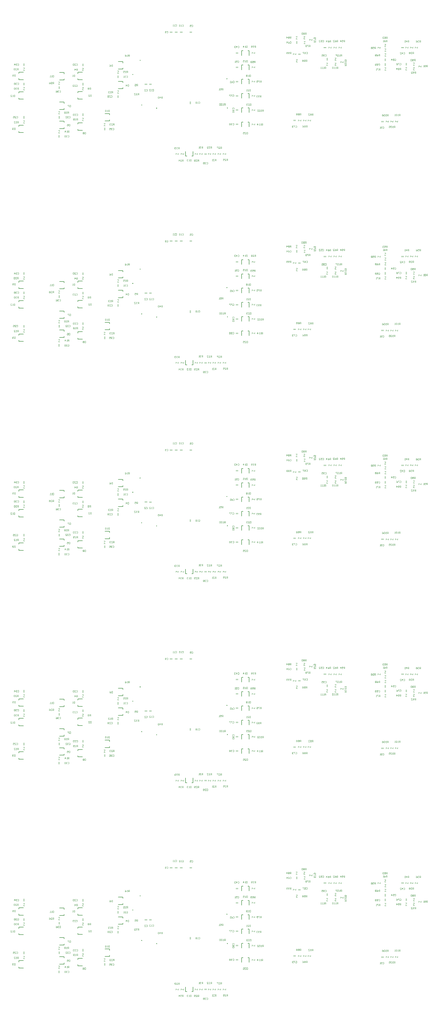
<source format=gbo>
G04*
G04 #@! TF.GenerationSoftware,Altium Limited,Altium Designer,25.3.3 (18)*
G04*
G04 Layer_Color=32896*
%FSLAX44Y44*%
%MOMM*%
G71*
G04*
G04 #@! TF.SameCoordinates,C1B4E693-D7F7-4543-9357-B74F73BC7D76*
G04*
G04*
G04 #@! TF.FilePolarity,Positive*
G04*
G01*
G75*
%ADD10C,0.2000*%
%ADD13C,0.1000*%
%ADD14C,0.1016*%
D10*
X512700Y3403400D02*
G03*
X512700Y3403400I-1000J0D01*
G01*
X486900Y3353600D02*
G03*
X486900Y3353600I-1000J0D01*
G01*
X570440Y3236100D02*
G03*
X570440Y3236100I-1000J0D01*
G01*
X816466Y3338900D02*
G03*
X816466Y3338900I-1000J0D01*
G01*
X518000Y3247100D02*
G03*
X518000Y3247100I-1000J0D01*
G01*
X818200Y3236700D02*
G03*
X818200Y3236700I-1000J0D01*
G01*
X512700Y2673400D02*
G03*
X512700Y2673400I-1000J0D01*
G01*
X486900Y2623600D02*
G03*
X486900Y2623600I-1000J0D01*
G01*
X570440Y2506100D02*
G03*
X570440Y2506100I-1000J0D01*
G01*
X816466Y2608900D02*
G03*
X816466Y2608900I-1000J0D01*
G01*
X518000Y2517100D02*
G03*
X518000Y2517100I-1000J0D01*
G01*
X818200Y2506700D02*
G03*
X818200Y2506700I-1000J0D01*
G01*
X512700Y1943400D02*
G03*
X512700Y1943400I-1000J0D01*
G01*
X486900Y1893600D02*
G03*
X486900Y1893600I-1000J0D01*
G01*
X570440Y1776100D02*
G03*
X570440Y1776100I-1000J0D01*
G01*
X816466Y1878900D02*
G03*
X816466Y1878900I-1000J0D01*
G01*
X518000Y1787100D02*
G03*
X518000Y1787100I-1000J0D01*
G01*
X818200Y1776700D02*
G03*
X818200Y1776700I-1000J0D01*
G01*
X512700Y1213400D02*
G03*
X512700Y1213400I-1000J0D01*
G01*
X486900Y1163600D02*
G03*
X486900Y1163600I-1000J0D01*
G01*
X570440Y1046100D02*
G03*
X570440Y1046100I-1000J0D01*
G01*
X816466Y1148900D02*
G03*
X816466Y1148900I-1000J0D01*
G01*
X518000Y1057100D02*
G03*
X518000Y1057100I-1000J0D01*
G01*
X818200Y1046700D02*
G03*
X818200Y1046700I-1000J0D01*
G01*
X816466Y418900D02*
G03*
X816466Y418900I-1000J0D01*
G01*
X818200Y316700D02*
G03*
X818200Y316700I-1000J0D01*
G01*
X486900Y433600D02*
G03*
X486900Y433600I-1000J0D01*
G01*
X570440Y316100D02*
G03*
X570440Y316100I-1000J0D01*
G01*
X512700Y483400D02*
G03*
X512700Y483400I-1000J0D01*
G01*
X518000Y327100D02*
G03*
X518000Y327100I-1000J0D01*
G01*
X87100Y3150800D02*
Y3155300D01*
Y3172300D02*
Y3176800D01*
X103350D01*
X87100Y3150800D02*
X103350D01*
X245400Y3186200D02*
Y3190700D01*
Y3164700D02*
Y3169200D01*
X229150Y3164700D02*
X245400D01*
X229150Y3190700D02*
X245400D01*
Y3252900D02*
Y3257400D01*
Y3231400D02*
Y3235900D01*
X229150Y3231400D02*
X245400D01*
X229150Y3257400D02*
X245400D01*
X87100Y3335800D02*
Y3340300D01*
Y3357300D02*
Y3361800D01*
X103350D01*
X87100Y3335800D02*
X103350D01*
X245400Y3356100D02*
Y3360600D01*
Y3334600D02*
Y3339100D01*
X229150Y3334600D02*
X245400D01*
X229150Y3360600D02*
X245400D01*
X87100Y3267600D02*
X103350D01*
X87100Y3293600D02*
X103350D01*
X87100Y3289100D02*
Y3293600D01*
Y3267600D02*
Y3272100D01*
X293570Y3335660D02*
Y3340160D01*
Y3357160D02*
Y3361660D01*
X309820D01*
X293570Y3335660D02*
X309820D01*
X293570Y3268270D02*
Y3272770D01*
Y3289770D02*
Y3294270D01*
X309820D01*
X293570Y3268270D02*
X309820D01*
X435260Y3329910D02*
X451510D01*
X435260Y3303910D02*
X451510D01*
Y3308410D01*
Y3325410D02*
Y3329910D01*
X435260Y3398830D02*
X451510D01*
X435260Y3372830D02*
X451510D01*
Y3377330D01*
Y3394330D02*
Y3398830D01*
X293570Y3158740D02*
X309820D01*
X293570Y3184740D02*
X309820D01*
X293570Y3180240D02*
Y3184740D01*
Y3158740D02*
Y3163240D01*
X404390Y3212920D02*
Y3217420D01*
Y3191420D02*
Y3195920D01*
X388140Y3191420D02*
X404390D01*
X388140Y3217420D02*
X404390D01*
X696890Y3068930D02*
Y3085180D01*
X670890Y3068930D02*
Y3085180D01*
Y3068930D02*
X675390D01*
X692390D02*
X696890D01*
X867240Y3171170D02*
Y3187420D01*
X893240Y3171170D02*
Y3187420D01*
X888740D02*
X893240D01*
X867240D02*
X871740D01*
X867240Y3436790D02*
X871740D01*
X888740D02*
X893240D01*
Y3420540D02*
Y3436790D01*
X867240Y3420540D02*
Y3436790D01*
Y3270918D02*
Y3287168D01*
X893240Y3270918D02*
Y3287168D01*
X888740D02*
X893240D01*
X867240D02*
X871740D01*
X867240Y3370666D02*
Y3386916D01*
X893240Y3370666D02*
Y3386916D01*
X888740D02*
X893240D01*
X867240D02*
X871740D01*
X867240Y3237294D02*
X871740D01*
X888740D02*
X893240D01*
Y3221044D02*
Y3237294D01*
X867240Y3221044D02*
Y3237294D01*
Y3337042D02*
X871740D01*
X888740D02*
X893240D01*
Y3320792D02*
Y3337042D01*
X867240Y3320792D02*
Y3337042D01*
X87100Y2420800D02*
Y2425300D01*
Y2442300D02*
Y2446800D01*
X103350D01*
X87100Y2420800D02*
X103350D01*
X245400Y2456200D02*
Y2460700D01*
Y2434700D02*
Y2439200D01*
X229150Y2434700D02*
X245400D01*
X229150Y2460700D02*
X245400D01*
Y2522900D02*
Y2527400D01*
Y2501400D02*
Y2505900D01*
X229150Y2501400D02*
X245400D01*
X229150Y2527400D02*
X245400D01*
X87100Y2605800D02*
Y2610300D01*
Y2627300D02*
Y2631800D01*
X103350D01*
X87100Y2605800D02*
X103350D01*
X245400Y2626100D02*
Y2630600D01*
Y2604600D02*
Y2609100D01*
X229150Y2604600D02*
X245400D01*
X229150Y2630600D02*
X245400D01*
X87100Y2537600D02*
X103350D01*
X87100Y2563600D02*
X103350D01*
X87100Y2559100D02*
Y2563600D01*
Y2537600D02*
Y2542100D01*
X293570Y2605660D02*
Y2610160D01*
Y2627160D02*
Y2631660D01*
X309820D01*
X293570Y2605660D02*
X309820D01*
X293570Y2538270D02*
Y2542770D01*
Y2559770D02*
Y2564270D01*
X309820D01*
X293570Y2538270D02*
X309820D01*
X435260Y2599910D02*
X451510D01*
X435260Y2573910D02*
X451510D01*
Y2578410D01*
Y2595410D02*
Y2599910D01*
X435260Y2668830D02*
X451510D01*
X435260Y2642830D02*
X451510D01*
Y2647330D01*
Y2664330D02*
Y2668830D01*
X293570Y2428740D02*
X309820D01*
X293570Y2454740D02*
X309820D01*
X293570Y2450240D02*
Y2454740D01*
Y2428740D02*
Y2433240D01*
X404390Y2482920D02*
Y2487420D01*
Y2461420D02*
Y2465920D01*
X388140Y2461420D02*
X404390D01*
X388140Y2487420D02*
X404390D01*
X696890Y2338930D02*
Y2355180D01*
X670890Y2338930D02*
Y2355180D01*
Y2338930D02*
X675390D01*
X692390D02*
X696890D01*
X867240Y2441170D02*
Y2457420D01*
X893240Y2441170D02*
Y2457420D01*
X888740D02*
X893240D01*
X867240D02*
X871740D01*
X867240Y2706790D02*
X871740D01*
X888740D02*
X893240D01*
Y2690540D02*
Y2706790D01*
X867240Y2690540D02*
Y2706790D01*
Y2540918D02*
Y2557168D01*
X893240Y2540918D02*
Y2557168D01*
X888740D02*
X893240D01*
X867240D02*
X871740D01*
X867240Y2640666D02*
Y2656916D01*
X893240Y2640666D02*
Y2656916D01*
X888740D02*
X893240D01*
X867240D02*
X871740D01*
X867240Y2507294D02*
X871740D01*
X888740D02*
X893240D01*
Y2491044D02*
Y2507294D01*
X867240Y2491044D02*
Y2507294D01*
Y2607042D02*
X871740D01*
X888740D02*
X893240D01*
Y2590792D02*
Y2607042D01*
X867240Y2590792D02*
Y2607042D01*
X87100Y1690800D02*
Y1695300D01*
Y1712300D02*
Y1716800D01*
X103350D01*
X87100Y1690800D02*
X103350D01*
X245400Y1726200D02*
Y1730700D01*
Y1704700D02*
Y1709200D01*
X229150Y1704700D02*
X245400D01*
X229150Y1730700D02*
X245400D01*
Y1792900D02*
Y1797400D01*
Y1771400D02*
Y1775900D01*
X229150Y1771400D02*
X245400D01*
X229150Y1797400D02*
X245400D01*
X87100Y1875800D02*
Y1880300D01*
Y1897300D02*
Y1901800D01*
X103350D01*
X87100Y1875800D02*
X103350D01*
X245400Y1896100D02*
Y1900600D01*
Y1874600D02*
Y1879100D01*
X229150Y1874600D02*
X245400D01*
X229150Y1900600D02*
X245400D01*
X87100Y1807600D02*
X103350D01*
X87100Y1833600D02*
X103350D01*
X87100Y1829100D02*
Y1833600D01*
Y1807600D02*
Y1812100D01*
X293570Y1875660D02*
Y1880160D01*
Y1897160D02*
Y1901660D01*
X309820D01*
X293570Y1875660D02*
X309820D01*
X293570Y1808270D02*
Y1812770D01*
Y1829770D02*
Y1834270D01*
X309820D01*
X293570Y1808270D02*
X309820D01*
X435260Y1869910D02*
X451510D01*
X435260Y1843910D02*
X451510D01*
Y1848410D01*
Y1865410D02*
Y1869910D01*
X435260Y1938830D02*
X451510D01*
X435260Y1912830D02*
X451510D01*
Y1917330D01*
Y1934330D02*
Y1938830D01*
X293570Y1698740D02*
X309820D01*
X293570Y1724740D02*
X309820D01*
X293570Y1720240D02*
Y1724740D01*
Y1698740D02*
Y1703240D01*
X404390Y1752920D02*
Y1757420D01*
Y1731420D02*
Y1735920D01*
X388140Y1731420D02*
X404390D01*
X388140Y1757420D02*
X404390D01*
X696890Y1608930D02*
Y1625180D01*
X670890Y1608930D02*
Y1625180D01*
Y1608930D02*
X675390D01*
X692390D02*
X696890D01*
X867240Y1711170D02*
Y1727420D01*
X893240Y1711170D02*
Y1727420D01*
X888740D02*
X893240D01*
X867240D02*
X871740D01*
X867240Y1976790D02*
X871740D01*
X888740D02*
X893240D01*
Y1960540D02*
Y1976790D01*
X867240Y1960540D02*
Y1976790D01*
Y1810918D02*
Y1827168D01*
X893240Y1810918D02*
Y1827168D01*
X888740D02*
X893240D01*
X867240D02*
X871740D01*
X867240Y1910666D02*
Y1926916D01*
X893240Y1910666D02*
Y1926916D01*
X888740D02*
X893240D01*
X867240D02*
X871740D01*
X867240Y1777294D02*
X871740D01*
X888740D02*
X893240D01*
Y1761044D02*
Y1777294D01*
X867240Y1761044D02*
Y1777294D01*
Y1877042D02*
X871740D01*
X888740D02*
X893240D01*
Y1860792D02*
Y1877042D01*
X867240Y1860792D02*
Y1877042D01*
X87100Y960800D02*
Y965300D01*
Y982300D02*
Y986800D01*
X103350D01*
X87100Y960800D02*
X103350D01*
X245400Y996200D02*
Y1000700D01*
Y974700D02*
Y979200D01*
X229150Y974700D02*
X245400D01*
X229150Y1000700D02*
X245400D01*
Y1062900D02*
Y1067400D01*
Y1041400D02*
Y1045900D01*
X229150Y1041400D02*
X245400D01*
X229150Y1067400D02*
X245400D01*
X87100Y1145800D02*
Y1150300D01*
Y1167300D02*
Y1171800D01*
X103350D01*
X87100Y1145800D02*
X103350D01*
X245400Y1166100D02*
Y1170600D01*
Y1144600D02*
Y1149100D01*
X229150Y1144600D02*
X245400D01*
X229150Y1170600D02*
X245400D01*
X87100Y1077600D02*
X103350D01*
X87100Y1103600D02*
X103350D01*
X87100Y1099100D02*
Y1103600D01*
Y1077600D02*
Y1082100D01*
X293570Y1145660D02*
Y1150160D01*
Y1167160D02*
Y1171660D01*
X309820D01*
X293570Y1145660D02*
X309820D01*
X293570Y1078270D02*
Y1082770D01*
Y1099770D02*
Y1104270D01*
X309820D01*
X293570Y1078270D02*
X309820D01*
X435260Y1139910D02*
X451510D01*
X435260Y1113910D02*
X451510D01*
Y1118410D01*
Y1135410D02*
Y1139910D01*
X435260Y1208830D02*
X451510D01*
X435260Y1182830D02*
X451510D01*
Y1187330D01*
Y1204330D02*
Y1208830D01*
X293570Y968740D02*
X309820D01*
X293570Y994740D02*
X309820D01*
X293570Y990240D02*
Y994740D01*
Y968740D02*
Y973240D01*
X404390Y1022920D02*
Y1027420D01*
Y1001420D02*
Y1005920D01*
X388140Y1001420D02*
X404390D01*
X388140Y1027420D02*
X404390D01*
X696890Y878930D02*
Y895180D01*
X670890Y878930D02*
Y895180D01*
Y878930D02*
X675390D01*
X692390D02*
X696890D01*
X867240Y981170D02*
Y997420D01*
X893240Y981170D02*
Y997420D01*
X888740D02*
X893240D01*
X867240D02*
X871740D01*
X867240Y1246790D02*
X871740D01*
X888740D02*
X893240D01*
Y1230540D02*
Y1246790D01*
X867240Y1230540D02*
Y1246790D01*
Y1080918D02*
Y1097168D01*
X893240Y1080918D02*
Y1097168D01*
X888740D02*
X893240D01*
X867240D02*
X871740D01*
X867240Y1180666D02*
Y1196916D01*
X893240Y1180666D02*
Y1196916D01*
X888740D02*
X893240D01*
X867240D02*
X871740D01*
X867240Y1047294D02*
X871740D01*
X888740D02*
X893240D01*
Y1031044D02*
Y1047294D01*
X867240Y1031044D02*
Y1047294D01*
Y1147042D02*
X871740D01*
X888740D02*
X893240D01*
Y1130792D02*
Y1147042D01*
X867240Y1130792D02*
Y1147042D01*
X867240Y267420D02*
X871740D01*
X888740D02*
X893240D01*
Y251170D02*
Y267420D01*
X867240Y251170D02*
Y267420D01*
Y301044D02*
Y317294D01*
X893240Y301044D02*
Y317294D01*
X888740D02*
X893240D01*
X867240D02*
X871740D01*
X867240Y367168D02*
X871740D01*
X888740D02*
X893240D01*
Y350918D02*
Y367168D01*
X867240Y350918D02*
Y367168D01*
Y400792D02*
Y417042D01*
X893240Y400792D02*
Y417042D01*
X888740D02*
X893240D01*
X867240D02*
X871740D01*
X867240Y466916D02*
X871740D01*
X888740D02*
X893240D01*
Y450666D02*
Y466916D01*
X867240Y450666D02*
Y466916D01*
Y500540D02*
Y516790D01*
X893240Y500540D02*
Y516790D01*
X888740D02*
X893240D01*
X867240D02*
X871740D01*
X692390Y148930D02*
X696890D01*
X670890D02*
X675390D01*
X670890D02*
Y165180D01*
X696890Y148930D02*
Y165180D01*
X451510Y474330D02*
Y478830D01*
Y452830D02*
Y457330D01*
X435260Y452830D02*
X451510D01*
X435260Y478830D02*
X451510D01*
Y405410D02*
Y409910D01*
Y383910D02*
Y388410D01*
X435260Y383910D02*
X451510D01*
X435260Y409910D02*
X451510D01*
X293570Y415660D02*
X309820D01*
X293570Y441660D02*
X309820D01*
X293570Y437160D02*
Y441660D01*
Y415660D02*
Y420160D01*
Y348270D02*
X309820D01*
X293570Y374270D02*
X309820D01*
X293570Y369770D02*
Y374270D01*
Y348270D02*
Y352770D01*
X388140Y297420D02*
X404390D01*
X388140Y271420D02*
X404390D01*
Y275920D01*
Y292920D02*
Y297420D01*
X293570Y238740D02*
Y243240D01*
Y260240D02*
Y264740D01*
X309820D01*
X293570Y238740D02*
X309820D01*
X229150Y270700D02*
X245400D01*
X229150Y244700D02*
X245400D01*
Y249200D01*
Y266200D02*
Y270700D01*
X229150Y337400D02*
X245400D01*
X229150Y311400D02*
X245400D01*
Y315900D01*
Y332900D02*
Y337400D01*
X229150Y440600D02*
X245400D01*
X229150Y414600D02*
X245400D01*
Y419100D01*
Y436100D02*
Y440600D01*
X87100Y415800D02*
X103350D01*
X87100Y441800D02*
X103350D01*
X87100Y437300D02*
Y441800D01*
Y415800D02*
Y420300D01*
Y347600D02*
Y352100D01*
Y369100D02*
Y373600D01*
X103350D01*
X87100Y347600D02*
X103350D01*
X87100Y230800D02*
X103350D01*
X87100Y256800D02*
X103350D01*
X87100Y252300D02*
Y256800D01*
Y230800D02*
Y235300D01*
D13*
X103350Y3200200D02*
Y3208200D01*
X105850Y3200200D02*
Y3208200D01*
X226350Y3133800D02*
Y3141800D01*
X228850Y3133800D02*
Y3141800D01*
X226650Y3200400D02*
Y3208400D01*
X229150Y3200400D02*
Y3208400D01*
X103350Y3384600D02*
Y3392600D01*
X105850Y3384600D02*
Y3392600D01*
X226650Y3303880D02*
Y3311880D01*
X229150Y3303880D02*
Y3311880D01*
X105850Y3316800D02*
Y3324800D01*
X103350Y3316800D02*
Y3324800D01*
X104600Y3183700D02*
Y3184700D01*
Y3191700D02*
Y3192700D01*
X102832Y3186432D02*
X106368Y3189968D01*
X102832Y3186432D02*
X104600Y3184700D01*
Y3191700D02*
X106368Y3189968D01*
X225832Y3152032D02*
X227600Y3150300D01*
Y3157300D02*
X229368Y3155568D01*
X225832Y3152032D02*
X229368Y3155568D01*
X227600Y3149300D02*
Y3150300D01*
Y3157300D02*
Y3158300D01*
X226132Y3218632D02*
X227900Y3216900D01*
Y3223900D02*
X229668Y3222168D01*
X226132Y3218632D02*
X229668Y3222168D01*
X227900Y3215900D02*
Y3216900D01*
Y3223900D02*
Y3224900D01*
X104600Y3368100D02*
Y3369100D01*
Y3376100D02*
Y3377100D01*
X102832Y3370832D02*
X106368Y3374368D01*
X102832Y3370832D02*
X104600Y3369100D01*
Y3376100D02*
X106368Y3374368D01*
X226132Y3322032D02*
X227900Y3320300D01*
Y3327300D02*
X229668Y3325568D01*
X226132Y3322032D02*
X229668Y3325568D01*
X227900Y3319300D02*
Y3320300D01*
Y3327300D02*
Y3328300D01*
X104600Y3308300D02*
X106368Y3306568D01*
X102832Y3303032D02*
X104600Y3301300D01*
X102832Y3303032D02*
X106368Y3306568D01*
X104600Y3308300D02*
Y3309300D01*
Y3300300D02*
Y3301300D01*
X684800Y3500550D02*
X692800D01*
X684800Y3503050D02*
X692800D01*
X651200D02*
X659200D01*
X651200Y3500550D02*
X659200D01*
X633333Y3503050D02*
X641333D01*
X633333Y3500550D02*
X641333D01*
X543400Y3318550D02*
X551400D01*
X543400Y3321050D02*
X551400D01*
X309820Y3383840D02*
Y3391840D01*
X312320Y3383840D02*
Y3391840D01*
X309820Y3316320D02*
Y3324320D01*
X312320Y3316320D02*
Y3324320D01*
X432760Y3272800D02*
Y3280800D01*
X435260Y3272800D02*
Y3280800D01*
X432760Y3342120D02*
Y3350120D01*
X435260Y3342120D02*
Y3350120D01*
X312320Y3209650D02*
Y3217650D01*
X309820Y3209650D02*
Y3217650D01*
X388140Y3159780D02*
Y3167780D01*
X385640Y3159780D02*
Y3167780D01*
X736200Y3077680D02*
X744200D01*
X736200Y3075180D02*
X744200D01*
X846300Y3228544D02*
X854300D01*
X846300Y3231044D02*
X854300D01*
X846300Y3181170D02*
X854300D01*
X846300Y3178670D02*
X854300D01*
X1154240Y3449460D02*
X1162240D01*
X1154240Y3446960D02*
X1162240D01*
X1355800Y3190850D02*
X1363800D01*
X1355800Y3188350D02*
X1363800D01*
X1426020Y3446960D02*
X1434020D01*
X1426020Y3449460D02*
X1434020D01*
X846300Y3428040D02*
X854300D01*
X846300Y3430540D02*
X854300D01*
X1164610Y3403680D02*
Y3411680D01*
X1167110Y3403680D02*
Y3411680D01*
X1441470Y3386010D02*
Y3394010D01*
X1443970Y3386010D02*
Y3394010D01*
X846300Y3278418D02*
X854300D01*
X846300Y3280918D02*
X854300D01*
X1047700Y3194780D02*
X1055700D01*
X1047700Y3192280D02*
X1055700D01*
X846300Y3378166D02*
X854300D01*
X846300Y3380666D02*
X854300D01*
X1368540Y3401564D02*
Y3409564D01*
X1371040Y3401564D02*
Y3409564D01*
Y3385052D02*
Y3393052D01*
X1368540Y3385052D02*
Y3393052D01*
X846300Y3330792D02*
X854300D01*
X846300Y3328292D02*
X854300D01*
X1057930Y3462100D02*
Y3470100D01*
X1060430Y3462100D02*
Y3470100D01*
X1064800Y3423850D02*
X1072800D01*
X1064800Y3426350D02*
X1072800D01*
X311070Y3367630D02*
Y3368630D01*
Y3375630D02*
Y3376630D01*
X309302Y3370362D02*
X312838Y3373898D01*
X309302Y3370362D02*
X311070Y3368630D01*
Y3375630D02*
X312838Y3373898D01*
X311070Y3300310D02*
Y3301310D01*
Y3308310D02*
Y3309310D01*
X309302Y3303042D02*
X312838Y3306578D01*
X309302Y3303042D02*
X311070Y3301310D01*
Y3308310D02*
X312838Y3306578D01*
X432242Y3291142D02*
X434010Y3289410D01*
Y3296410D02*
X435778Y3294678D01*
X432242Y3291142D02*
X435778Y3294678D01*
X434010Y3288410D02*
Y3289410D01*
Y3296410D02*
Y3297410D01*
X432242Y3360462D02*
X434010Y3358730D01*
Y3365730D02*
X435778Y3363998D01*
X432242Y3360462D02*
X435778Y3363998D01*
X434010Y3357730D02*
Y3358730D01*
Y3365730D02*
Y3366730D01*
X311070Y3200640D02*
X312838Y3198908D01*
X309302Y3195372D02*
X311070Y3193640D01*
X309302Y3195372D02*
X312838Y3198908D01*
X311070Y3200640D02*
Y3201640D01*
Y3192640D02*
Y3193640D01*
X766180Y3076430D02*
X767180D01*
X774180D02*
X775180D01*
X768912Y3078198D02*
X772448Y3074662D01*
X767180Y3076430D02*
X768912Y3078198D01*
X772448Y3074662D02*
X774180Y3076430D01*
X749670D02*
X750670D01*
X757670D02*
X758670D01*
X752402Y3078198D02*
X755938Y3074662D01*
X750670Y3076430D02*
X752402Y3078198D01*
X755938Y3074662D02*
X757670Y3076430D01*
X386890Y3182520D02*
Y3183520D01*
Y3174520D02*
Y3175520D01*
X385122Y3177252D02*
X388658Y3180788D01*
X386890Y3182520D02*
X388658Y3180788D01*
X385122Y3177252D02*
X386890Y3175520D01*
X801740Y3076430D02*
X802740D01*
X809740D02*
X810740D01*
X804472Y3078198D02*
X808008Y3074662D01*
X802740Y3076430D02*
X804472Y3078198D01*
X808008Y3074662D02*
X809740Y3076430D01*
X783960D02*
X784960D01*
X791960D02*
X792960D01*
X786692Y3078198D02*
X790228Y3074662D01*
X784960Y3076430D02*
X786692Y3078198D01*
X790228Y3074662D02*
X791960Y3076430D01*
X703300D02*
X704300D01*
X711300D02*
X712300D01*
X706032Y3078198D02*
X709568Y3074662D01*
X704300Y3076430D02*
X706032Y3078198D01*
X709568Y3074662D02*
X711300Y3076430D01*
X727500D02*
X728500D01*
X719500D02*
X720500D01*
X722232Y3078198D02*
X725768Y3074662D01*
X727500Y3076430D01*
X720500D02*
X722232Y3078198D01*
X644300Y3076430D02*
X645300D01*
X636300D02*
X637300D01*
X639032Y3078198D02*
X642568Y3074662D01*
X644300Y3076430D01*
X637300D02*
X639032Y3078198D01*
X654500Y3076430D02*
X655500D01*
X662500D02*
X663500D01*
X657232Y3078198D02*
X660768Y3074662D01*
X655500Y3076430D02*
X657232Y3078198D01*
X660768Y3074662D02*
X662500Y3076430D01*
X1410568Y3187832D02*
X1412300Y3189600D01*
X1405300D02*
X1407032Y3191368D01*
X1410568Y3187832D01*
X1412300Y3189600D02*
X1413300D01*
X1404300D02*
X1405300D01*
X1215080Y3448210D02*
X1216080D01*
X1207080D02*
X1208080D01*
X1209812Y3449978D02*
X1213348Y3446442D01*
X1215080Y3448210D01*
X1208080D02*
X1209812Y3449978D01*
X911380Y3229794D02*
X912380D01*
X903380D02*
X904380D01*
X906112Y3231562D02*
X909648Y3228026D01*
X911380Y3229794D01*
X904380D02*
X906112Y3231562D01*
X1197300Y3448210D02*
X1198300D01*
X1189300D02*
X1190300D01*
X1192032Y3449978D02*
X1195568Y3446442D01*
X1197300Y3448210D01*
X1190300D02*
X1192032Y3449978D01*
X1394401Y3187832D02*
X1396133Y3189600D01*
X1389133D02*
X1390865Y3191368D01*
X1394401Y3187832D01*
X1396133Y3189600D02*
X1397133D01*
X1388133D02*
X1389133D01*
X1179520Y3448210D02*
X1180520D01*
X1171520D02*
X1172520D01*
X1174252Y3449978D02*
X1177788Y3446442D01*
X1179520Y3448210D01*
X1172520D02*
X1174252Y3449978D01*
X1378234Y3187832D02*
X1379966Y3189600D01*
X1372967D02*
X1374699Y3191368D01*
X1378234Y3187832D01*
X1379966Y3189600D02*
X1380967D01*
X1371967D02*
X1372967D01*
X1480048Y3446442D02*
X1481780Y3448210D01*
X1474780D02*
X1476512Y3449978D01*
X1480048Y3446442D01*
X1481780Y3448210D02*
X1482780D01*
X1473780D02*
X1474780D01*
X1193302Y3405912D02*
X1195070Y3404180D01*
Y3411180D02*
X1196838Y3409448D01*
X1193302Y3405912D02*
X1196838Y3409448D01*
X1195070Y3403180D02*
Y3404180D01*
Y3411180D02*
Y3412180D01*
X1463538Y3446442D02*
X1465270Y3448210D01*
X1458270D02*
X1460002Y3449978D01*
X1463538Y3446442D01*
X1465270Y3448210D02*
X1466270D01*
X1457270D02*
X1458270D01*
X904380Y3429290D02*
X906112Y3431058D01*
X909648Y3427522D02*
X911380Y3429290D01*
X906112Y3431058D02*
X909648Y3427522D01*
X903380Y3429290D02*
X904380D01*
X911380D02*
X912380D01*
X1221430Y3397400D02*
X1222430D01*
X1213430D02*
X1214430D01*
X1216162Y3399168D02*
X1219698Y3395632D01*
X1221430Y3397400D01*
X1214430D02*
X1216162Y3399168D01*
X1195070Y3393400D02*
Y3394400D01*
Y3385400D02*
Y3386400D01*
X1193302Y3388132D02*
X1196838Y3391668D01*
X1195070Y3393400D02*
X1196838Y3391668D01*
X1193302Y3388132D02*
X1195070Y3386400D01*
X1440760Y3448210D02*
X1441760D01*
X1448760D02*
X1449760D01*
X1443492Y3449978D02*
X1447028Y3446442D01*
X1441760Y3448210D02*
X1443492Y3449978D01*
X1447028Y3446442D02*
X1448760Y3448210D01*
X1165860Y3385400D02*
Y3386400D01*
Y3393400D02*
Y3394400D01*
X1164092Y3388132D02*
X1167628Y3391668D01*
X1164092Y3388132D02*
X1165860Y3386400D01*
Y3393400D02*
X1167628Y3391668D01*
X1469510Y3385510D02*
Y3386510D01*
Y3393510D02*
Y3394510D01*
X1467742Y3388242D02*
X1471278Y3391778D01*
X1467742Y3388242D02*
X1469510Y3386510D01*
Y3393510D02*
X1471278Y3391778D01*
X1486480Y3382510D02*
X1487480D01*
X1494480D02*
X1495480D01*
X1489212Y3384278D02*
X1492748Y3380742D01*
X1487480Y3382510D02*
X1489212Y3384278D01*
X1492748Y3380742D02*
X1494480Y3382510D01*
X1469390Y3369710D02*
Y3370710D01*
Y3377710D02*
Y3378710D01*
X1467622Y3372442D02*
X1471158Y3375978D01*
X1467622Y3372442D02*
X1469390Y3370710D01*
Y3377710D02*
X1471158Y3375978D01*
X904380Y3279668D02*
X906112Y3281436D01*
X909648Y3277900D02*
X911380Y3279668D01*
X906112Y3281436D02*
X909648Y3277900D01*
X903380Y3279668D02*
X904380D01*
X911380D02*
X912380D01*
X1099270Y3193530D02*
X1100270D01*
X1107270D02*
X1108270D01*
X1102002Y3195298D02*
X1105538Y3191762D01*
X1100270Y3193530D02*
X1102002Y3195298D01*
X1105538Y3191762D02*
X1107270Y3193530D01*
X1442720Y3377710D02*
Y3378710D01*
Y3369710D02*
Y3370710D01*
X1440952Y3372442D02*
X1444488Y3375978D01*
X1442720Y3377710D02*
X1444488Y3375978D01*
X1440952Y3372442D02*
X1442720Y3370710D01*
X1369400Y3459100D02*
Y3460100D01*
Y3451100D02*
Y3452100D01*
X1367632Y3453832D02*
X1371168Y3457368D01*
X1369400Y3459100D02*
X1371168Y3457368D01*
X1367632Y3453832D02*
X1369400Y3452100D01*
X1082760Y3193530D02*
X1083760D01*
X1090760D02*
X1091760D01*
X1085492Y3195298D02*
X1089028Y3191762D01*
X1083760Y3193530D02*
X1085492Y3195298D01*
X1089028Y3191762D02*
X1090760Y3193530D01*
X1343300Y3447800D02*
X1344300D01*
X1351300D02*
X1352300D01*
X1346032Y3449568D02*
X1349568Y3446032D01*
X1344300Y3447800D02*
X1346032Y3449568D01*
X1349568Y3446032D02*
X1351300Y3447800D01*
X911380Y3379416D02*
X912380D01*
X903380D02*
X904380D01*
X906112Y3381184D02*
X909648Y3377648D01*
X911380Y3379416D01*
X904380D02*
X906112Y3381184D01*
X1369790Y3442588D02*
Y3443588D01*
Y3434588D02*
Y3435588D01*
X1368022Y3437320D02*
X1371558Y3440856D01*
X1369790Y3442588D02*
X1371558Y3440856D01*
X1368022Y3437320D02*
X1369790Y3435588D01*
X1064980Y3193530D02*
X1065980D01*
X1072980D02*
X1073980D01*
X1067712Y3195298D02*
X1071248Y3191762D01*
X1065980Y3193530D02*
X1067712Y3195298D01*
X1071248Y3191762D02*
X1072980Y3193530D01*
X1369790Y3426076D02*
Y3427076D01*
Y3418076D02*
Y3419076D01*
X1368022Y3420808D02*
X1371558Y3424344D01*
X1369790Y3426076D02*
X1371558Y3424344D01*
X1368022Y3420808D02*
X1369790Y3419076D01*
Y3368540D02*
Y3369540D01*
Y3376540D02*
Y3377540D01*
X1368022Y3371272D02*
X1371558Y3374808D01*
X1368022Y3371272D02*
X1369790Y3369540D01*
Y3376540D02*
X1371558Y3374808D01*
X1087120Y3461600D02*
Y3462600D01*
Y3469600D02*
Y3470600D01*
X1085352Y3464332D02*
X1088888Y3467868D01*
X1085352Y3464332D02*
X1087120Y3462600D01*
Y3469600D02*
X1088888Y3467868D01*
X911380Y3329542D02*
X912380D01*
X903380D02*
X904380D01*
X906112Y3331310D02*
X909648Y3327774D01*
X911380Y3329542D01*
X904380D02*
X906112Y3331310D01*
X1112210Y3474990D02*
X1113210D01*
X1104210D02*
X1105210D01*
X1106942Y3476758D02*
X1110478Y3473222D01*
X1112210Y3474990D01*
X1105210D02*
X1106942Y3476758D01*
X1085850Y3478110D02*
Y3479110D01*
Y3486110D02*
Y3487110D01*
X1084082Y3480842D02*
X1087618Y3484378D01*
X1084082Y3480842D02*
X1085850Y3479110D01*
Y3486110D02*
X1087618Y3484378D01*
X1059580Y3397810D02*
Y3398810D01*
Y3405810D02*
Y3406810D01*
X1057812Y3400542D02*
X1061348Y3404078D01*
X1057812Y3400542D02*
X1059580Y3398810D01*
Y3405810D02*
X1061348Y3404078D01*
X1059180Y3486110D02*
Y3487110D01*
Y3478110D02*
Y3479110D01*
X1057412Y3480842D02*
X1060948Y3484378D01*
X1059180Y3486110D02*
X1060948Y3484378D01*
X1057412Y3480842D02*
X1059180Y3479110D01*
X1055580Y3425170D02*
X1056580D01*
X1047580D02*
X1048580D01*
X1050312Y3426938D02*
X1053848Y3423402D01*
X1055580Y3425170D01*
X1048580D02*
X1050312Y3426938D01*
X527600Y3318750D02*
X535600D01*
X527600Y3321250D02*
X535600D01*
X904380Y3179920D02*
X906112Y3181688D01*
X909648Y3178152D02*
X911380Y3179920D01*
X906112Y3181688D02*
X909648Y3178152D01*
X903380Y3179920D02*
X904380D01*
X911380D02*
X912380D01*
X615800Y3500550D02*
X623800D01*
X615800Y3503050D02*
X623800D01*
X688050Y3251200D02*
Y3259200D01*
X685550Y3251200D02*
Y3259200D01*
X103350Y2470200D02*
Y2478200D01*
X105850Y2470200D02*
Y2478200D01*
X226350Y2403800D02*
Y2411800D01*
X228850Y2403800D02*
Y2411800D01*
X226650Y2470400D02*
Y2478400D01*
X229150Y2470400D02*
Y2478400D01*
X103350Y2654600D02*
Y2662600D01*
X105850Y2654600D02*
Y2662600D01*
X226650Y2573880D02*
Y2581880D01*
X229150Y2573880D02*
Y2581880D01*
X105850Y2586800D02*
Y2594800D01*
X103350Y2586800D02*
Y2594800D01*
X104600Y2453700D02*
Y2454700D01*
Y2461700D02*
Y2462700D01*
X102832Y2456432D02*
X106368Y2459968D01*
X102832Y2456432D02*
X104600Y2454700D01*
Y2461700D02*
X106368Y2459968D01*
X225832Y2422032D02*
X227600Y2420300D01*
Y2427300D02*
X229368Y2425568D01*
X225832Y2422032D02*
X229368Y2425568D01*
X227600Y2419300D02*
Y2420300D01*
Y2427300D02*
Y2428300D01*
X226132Y2488632D02*
X227900Y2486900D01*
Y2493900D02*
X229668Y2492168D01*
X226132Y2488632D02*
X229668Y2492168D01*
X227900Y2485900D02*
Y2486900D01*
Y2493900D02*
Y2494900D01*
X104600Y2638100D02*
Y2639100D01*
Y2646100D02*
Y2647100D01*
X102832Y2640832D02*
X106368Y2644368D01*
X102832Y2640832D02*
X104600Y2639100D01*
Y2646100D02*
X106368Y2644368D01*
X226132Y2592032D02*
X227900Y2590300D01*
Y2597300D02*
X229668Y2595568D01*
X226132Y2592032D02*
X229668Y2595568D01*
X227900Y2589300D02*
Y2590300D01*
Y2597300D02*
Y2598300D01*
X104600Y2578300D02*
X106368Y2576568D01*
X102832Y2573032D02*
X104600Y2571300D01*
X102832Y2573032D02*
X106368Y2576568D01*
X104600Y2578300D02*
Y2579300D01*
Y2570300D02*
Y2571300D01*
X684800Y2770550D02*
X692800D01*
X684800Y2773050D02*
X692800D01*
X651200D02*
X659200D01*
X651200Y2770550D02*
X659200D01*
X633333Y2773050D02*
X641333D01*
X633333Y2770550D02*
X641333D01*
X543400Y2588550D02*
X551400D01*
X543400Y2591050D02*
X551400D01*
X309820Y2653840D02*
Y2661840D01*
X312320Y2653840D02*
Y2661840D01*
X309820Y2586320D02*
Y2594320D01*
X312320Y2586320D02*
Y2594320D01*
X432760Y2542800D02*
Y2550800D01*
X435260Y2542800D02*
Y2550800D01*
X432760Y2612120D02*
Y2620120D01*
X435260Y2612120D02*
Y2620120D01*
X312320Y2479650D02*
Y2487650D01*
X309820Y2479650D02*
Y2487650D01*
X388140Y2429780D02*
Y2437780D01*
X385640Y2429780D02*
Y2437780D01*
X736200Y2347680D02*
X744200D01*
X736200Y2345180D02*
X744200D01*
X846300Y2498544D02*
X854300D01*
X846300Y2501044D02*
X854300D01*
X846300Y2451170D02*
X854300D01*
X846300Y2448670D02*
X854300D01*
X1154240Y2719460D02*
X1162240D01*
X1154240Y2716960D02*
X1162240D01*
X1355800Y2460850D02*
X1363800D01*
X1355800Y2458350D02*
X1363800D01*
X1426020Y2716960D02*
X1434020D01*
X1426020Y2719460D02*
X1434020D01*
X846300Y2698040D02*
X854300D01*
X846300Y2700540D02*
X854300D01*
X1164610Y2673680D02*
Y2681680D01*
X1167110Y2673680D02*
Y2681680D01*
X1441470Y2656010D02*
Y2664010D01*
X1443970Y2656010D02*
Y2664010D01*
X846300Y2548418D02*
X854300D01*
X846300Y2550918D02*
X854300D01*
X1047700Y2464780D02*
X1055700D01*
X1047700Y2462280D02*
X1055700D01*
X846300Y2648166D02*
X854300D01*
X846300Y2650666D02*
X854300D01*
X1368540Y2671564D02*
Y2679564D01*
X1371040Y2671564D02*
Y2679564D01*
Y2655052D02*
Y2663052D01*
X1368540Y2655052D02*
Y2663052D01*
X846300Y2600792D02*
X854300D01*
X846300Y2598292D02*
X854300D01*
X1057930Y2732100D02*
Y2740100D01*
X1060430Y2732100D02*
Y2740100D01*
X1064800Y2693850D02*
X1072800D01*
X1064800Y2696350D02*
X1072800D01*
X311070Y2637630D02*
Y2638630D01*
Y2645630D02*
Y2646630D01*
X309302Y2640362D02*
X312838Y2643898D01*
X309302Y2640362D02*
X311070Y2638630D01*
Y2645630D02*
X312838Y2643898D01*
X311070Y2570310D02*
Y2571310D01*
Y2578310D02*
Y2579310D01*
X309302Y2573042D02*
X312838Y2576578D01*
X309302Y2573042D02*
X311070Y2571310D01*
Y2578310D02*
X312838Y2576578D01*
X432242Y2561142D02*
X434010Y2559410D01*
Y2566410D02*
X435778Y2564678D01*
X432242Y2561142D02*
X435778Y2564678D01*
X434010Y2558410D02*
Y2559410D01*
Y2566410D02*
Y2567410D01*
X432242Y2630462D02*
X434010Y2628730D01*
Y2635730D02*
X435778Y2633998D01*
X432242Y2630462D02*
X435778Y2633998D01*
X434010Y2627730D02*
Y2628730D01*
Y2635730D02*
Y2636730D01*
X311070Y2470640D02*
X312838Y2468908D01*
X309302Y2465372D02*
X311070Y2463640D01*
X309302Y2465372D02*
X312838Y2468908D01*
X311070Y2470640D02*
Y2471640D01*
Y2462640D02*
Y2463640D01*
X766180Y2346430D02*
X767180D01*
X774180D02*
X775180D01*
X768912Y2348198D02*
X772448Y2344662D01*
X767180Y2346430D02*
X768912Y2348198D01*
X772448Y2344662D02*
X774180Y2346430D01*
X749670D02*
X750670D01*
X757670D02*
X758670D01*
X752402Y2348198D02*
X755938Y2344662D01*
X750670Y2346430D02*
X752402Y2348198D01*
X755938Y2344662D02*
X757670Y2346430D01*
X386890Y2452520D02*
Y2453520D01*
Y2444520D02*
Y2445520D01*
X385122Y2447252D02*
X388658Y2450788D01*
X386890Y2452520D02*
X388658Y2450788D01*
X385122Y2447252D02*
X386890Y2445520D01*
X801740Y2346430D02*
X802740D01*
X809740D02*
X810740D01*
X804472Y2348198D02*
X808008Y2344662D01*
X802740Y2346430D02*
X804472Y2348198D01*
X808008Y2344662D02*
X809740Y2346430D01*
X783960D02*
X784960D01*
X791960D02*
X792960D01*
X786692Y2348198D02*
X790228Y2344662D01*
X784960Y2346430D02*
X786692Y2348198D01*
X790228Y2344662D02*
X791960Y2346430D01*
X703300D02*
X704300D01*
X711300D02*
X712300D01*
X706032Y2348198D02*
X709568Y2344662D01*
X704300Y2346430D02*
X706032Y2348198D01*
X709568Y2344662D02*
X711300Y2346430D01*
X727500D02*
X728500D01*
X719500D02*
X720500D01*
X722232Y2348198D02*
X725768Y2344662D01*
X727500Y2346430D01*
X720500D02*
X722232Y2348198D01*
X644300Y2346430D02*
X645300D01*
X636300D02*
X637300D01*
X639032Y2348198D02*
X642568Y2344662D01*
X644300Y2346430D01*
X637300D02*
X639032Y2348198D01*
X654500Y2346430D02*
X655500D01*
X662500D02*
X663500D01*
X657232Y2348198D02*
X660768Y2344662D01*
X655500Y2346430D02*
X657232Y2348198D01*
X660768Y2344662D02*
X662500Y2346430D01*
X1410568Y2457832D02*
X1412300Y2459600D01*
X1405300D02*
X1407032Y2461368D01*
X1410568Y2457832D01*
X1412300Y2459600D02*
X1413300D01*
X1404300D02*
X1405300D01*
X1215080Y2718210D02*
X1216080D01*
X1207080D02*
X1208080D01*
X1209812Y2719978D02*
X1213348Y2716442D01*
X1215080Y2718210D01*
X1208080D02*
X1209812Y2719978D01*
X911380Y2499794D02*
X912380D01*
X903380D02*
X904380D01*
X906112Y2501562D02*
X909648Y2498026D01*
X911380Y2499794D01*
X904380D02*
X906112Y2501562D01*
X1197300Y2718210D02*
X1198300D01*
X1189300D02*
X1190300D01*
X1192032Y2719978D02*
X1195568Y2716442D01*
X1197300Y2718210D01*
X1190300D02*
X1192032Y2719978D01*
X1394401Y2457832D02*
X1396133Y2459600D01*
X1389133D02*
X1390865Y2461368D01*
X1394401Y2457832D01*
X1396133Y2459600D02*
X1397133D01*
X1388133D02*
X1389133D01*
X1179520Y2718210D02*
X1180520D01*
X1171520D02*
X1172520D01*
X1174252Y2719978D02*
X1177788Y2716442D01*
X1179520Y2718210D01*
X1172520D02*
X1174252Y2719978D01*
X1378234Y2457832D02*
X1379967Y2459600D01*
X1372967D02*
X1374699Y2461368D01*
X1378234Y2457832D01*
X1379967Y2459600D02*
X1380967D01*
X1371967D02*
X1372967D01*
X1480048Y2716442D02*
X1481780Y2718210D01*
X1474780D02*
X1476512Y2719978D01*
X1480048Y2716442D01*
X1481780Y2718210D02*
X1482780D01*
X1473780D02*
X1474780D01*
X1193302Y2675912D02*
X1195070Y2674180D01*
Y2681180D02*
X1196838Y2679448D01*
X1193302Y2675912D02*
X1196838Y2679448D01*
X1195070Y2673180D02*
Y2674180D01*
Y2681180D02*
Y2682180D01*
X1463538Y2716442D02*
X1465270Y2718210D01*
X1458270D02*
X1460002Y2719978D01*
X1463538Y2716442D01*
X1465270Y2718210D02*
X1466270D01*
X1457270D02*
X1458270D01*
X904380Y2699290D02*
X906112Y2701058D01*
X909648Y2697522D02*
X911380Y2699290D01*
X906112Y2701058D02*
X909648Y2697522D01*
X903380Y2699290D02*
X904380D01*
X911380D02*
X912380D01*
X1221430Y2667400D02*
X1222430D01*
X1213430D02*
X1214430D01*
X1216162Y2669168D02*
X1219698Y2665632D01*
X1221430Y2667400D01*
X1214430D02*
X1216162Y2669168D01*
X1195070Y2663400D02*
Y2664400D01*
Y2655400D02*
Y2656400D01*
X1193302Y2658132D02*
X1196838Y2661668D01*
X1195070Y2663400D02*
X1196838Y2661668D01*
X1193302Y2658132D02*
X1195070Y2656400D01*
X1440760Y2718210D02*
X1441760D01*
X1448760D02*
X1449760D01*
X1443492Y2719978D02*
X1447028Y2716442D01*
X1441760Y2718210D02*
X1443492Y2719978D01*
X1447028Y2716442D02*
X1448760Y2718210D01*
X1165860Y2655400D02*
Y2656400D01*
Y2663400D02*
Y2664400D01*
X1164092Y2658132D02*
X1167628Y2661668D01*
X1164092Y2658132D02*
X1165860Y2656400D01*
Y2663400D02*
X1167628Y2661668D01*
X1469510Y2655510D02*
Y2656510D01*
Y2663510D02*
Y2664510D01*
X1467742Y2658242D02*
X1471278Y2661778D01*
X1467742Y2658242D02*
X1469510Y2656510D01*
Y2663510D02*
X1471278Y2661778D01*
X1486480Y2652510D02*
X1487480D01*
X1494480D02*
X1495480D01*
X1489212Y2654278D02*
X1492748Y2650742D01*
X1487480Y2652510D02*
X1489212Y2654278D01*
X1492748Y2650742D02*
X1494480Y2652510D01*
X1469390Y2639710D02*
Y2640710D01*
Y2647710D02*
Y2648710D01*
X1467622Y2642442D02*
X1471158Y2645978D01*
X1467622Y2642442D02*
X1469390Y2640710D01*
Y2647710D02*
X1471158Y2645978D01*
X904380Y2549668D02*
X906112Y2551436D01*
X909648Y2547900D02*
X911380Y2549668D01*
X906112Y2551436D02*
X909648Y2547900D01*
X903380Y2549668D02*
X904380D01*
X911380D02*
X912380D01*
X1099270Y2463530D02*
X1100270D01*
X1107270D02*
X1108270D01*
X1102002Y2465298D02*
X1105538Y2461762D01*
X1100270Y2463530D02*
X1102002Y2465298D01*
X1105538Y2461762D02*
X1107270Y2463530D01*
X1442720Y2647710D02*
Y2648710D01*
Y2639710D02*
Y2640710D01*
X1440952Y2642442D02*
X1444488Y2645978D01*
X1442720Y2647710D02*
X1444488Y2645978D01*
X1440952Y2642442D02*
X1442720Y2640710D01*
X1369400Y2729100D02*
Y2730100D01*
Y2721100D02*
Y2722100D01*
X1367632Y2723832D02*
X1371168Y2727368D01*
X1369400Y2729100D02*
X1371168Y2727368D01*
X1367632Y2723832D02*
X1369400Y2722100D01*
X1082760Y2463530D02*
X1083760D01*
X1090760D02*
X1091760D01*
X1085492Y2465298D02*
X1089028Y2461762D01*
X1083760Y2463530D02*
X1085492Y2465298D01*
X1089028Y2461762D02*
X1090760Y2463530D01*
X1343300Y2717800D02*
X1344300D01*
X1351300D02*
X1352300D01*
X1346032Y2719568D02*
X1349568Y2716032D01*
X1344300Y2717800D02*
X1346032Y2719568D01*
X1349568Y2716032D02*
X1351300Y2717800D01*
X911380Y2649416D02*
X912380D01*
X903380D02*
X904380D01*
X906112Y2651184D02*
X909648Y2647648D01*
X911380Y2649416D01*
X904380D02*
X906112Y2651184D01*
X1369790Y2712588D02*
Y2713588D01*
Y2704588D02*
Y2705588D01*
X1368022Y2707320D02*
X1371558Y2710856D01*
X1369790Y2712588D02*
X1371558Y2710856D01*
X1368022Y2707320D02*
X1369790Y2705588D01*
X1064980Y2463530D02*
X1065980D01*
X1072980D02*
X1073980D01*
X1067712Y2465298D02*
X1071248Y2461762D01*
X1065980Y2463530D02*
X1067712Y2465298D01*
X1071248Y2461762D02*
X1072980Y2463530D01*
X1369790Y2696076D02*
Y2697076D01*
Y2688076D02*
Y2689076D01*
X1368022Y2690808D02*
X1371558Y2694344D01*
X1369790Y2696076D02*
X1371558Y2694344D01*
X1368022Y2690808D02*
X1369790Y2689076D01*
Y2638540D02*
Y2639540D01*
Y2646540D02*
Y2647540D01*
X1368022Y2641272D02*
X1371558Y2644808D01*
X1368022Y2641272D02*
X1369790Y2639540D01*
Y2646540D02*
X1371558Y2644808D01*
X1087120Y2731600D02*
Y2732600D01*
Y2739600D02*
Y2740600D01*
X1085352Y2734332D02*
X1088888Y2737868D01*
X1085352Y2734332D02*
X1087120Y2732600D01*
Y2739600D02*
X1088888Y2737868D01*
X911380Y2599542D02*
X912380D01*
X903380D02*
X904380D01*
X906112Y2601310D02*
X909648Y2597774D01*
X911380Y2599542D01*
X904380D02*
X906112Y2601310D01*
X1112210Y2744990D02*
X1113210D01*
X1104210D02*
X1105210D01*
X1106942Y2746758D02*
X1110478Y2743222D01*
X1112210Y2744990D01*
X1105210D02*
X1106942Y2746758D01*
X1085850Y2748110D02*
Y2749110D01*
Y2756110D02*
Y2757110D01*
X1084082Y2750842D02*
X1087618Y2754378D01*
X1084082Y2750842D02*
X1085850Y2749110D01*
Y2756110D02*
X1087618Y2754378D01*
X1059580Y2667810D02*
Y2668810D01*
Y2675810D02*
Y2676810D01*
X1057812Y2670542D02*
X1061348Y2674078D01*
X1057812Y2670542D02*
X1059580Y2668810D01*
Y2675810D02*
X1061348Y2674078D01*
X1059180Y2756110D02*
Y2757110D01*
Y2748110D02*
Y2749110D01*
X1057412Y2750842D02*
X1060948Y2754378D01*
X1059180Y2756110D02*
X1060948Y2754378D01*
X1057412Y2750842D02*
X1059180Y2749110D01*
X1055580Y2695170D02*
X1056580D01*
X1047580D02*
X1048580D01*
X1050312Y2696938D02*
X1053848Y2693402D01*
X1055580Y2695170D01*
X1048580D02*
X1050312Y2696938D01*
X527600Y2588750D02*
X535600D01*
X527600Y2591250D02*
X535600D01*
X904380Y2449920D02*
X906112Y2451688D01*
X909648Y2448152D02*
X911380Y2449920D01*
X906112Y2451688D02*
X909648Y2448152D01*
X903380Y2449920D02*
X904380D01*
X911380D02*
X912380D01*
X615800Y2770550D02*
X623800D01*
X615800Y2773050D02*
X623800D01*
X688050Y2521200D02*
Y2529200D01*
X685550Y2521200D02*
Y2529200D01*
X103350Y1740200D02*
Y1748200D01*
X105850Y1740200D02*
Y1748200D01*
X226350Y1673800D02*
Y1681800D01*
X228850Y1673800D02*
Y1681800D01*
X226650Y1740400D02*
Y1748400D01*
X229150Y1740400D02*
Y1748400D01*
X103350Y1924600D02*
Y1932600D01*
X105850Y1924600D02*
Y1932600D01*
X226650Y1843880D02*
Y1851880D01*
X229150Y1843880D02*
Y1851880D01*
X105850Y1856800D02*
Y1864800D01*
X103350Y1856800D02*
Y1864800D01*
X104600Y1723700D02*
Y1724700D01*
Y1731700D02*
Y1732700D01*
X102832Y1726432D02*
X106368Y1729968D01*
X102832Y1726432D02*
X104600Y1724700D01*
Y1731700D02*
X106368Y1729968D01*
X225832Y1692032D02*
X227600Y1690300D01*
Y1697300D02*
X229368Y1695568D01*
X225832Y1692032D02*
X229368Y1695568D01*
X227600Y1689300D02*
Y1690300D01*
Y1697300D02*
Y1698300D01*
X226132Y1758632D02*
X227900Y1756900D01*
Y1763900D02*
X229668Y1762168D01*
X226132Y1758632D02*
X229668Y1762168D01*
X227900Y1755900D02*
Y1756900D01*
Y1763900D02*
Y1764900D01*
X104600Y1908100D02*
Y1909100D01*
Y1916100D02*
Y1917100D01*
X102832Y1910832D02*
X106368Y1914368D01*
X102832Y1910832D02*
X104600Y1909100D01*
Y1916100D02*
X106368Y1914368D01*
X226132Y1862032D02*
X227900Y1860300D01*
Y1867300D02*
X229668Y1865568D01*
X226132Y1862032D02*
X229668Y1865568D01*
X227900Y1859300D02*
Y1860300D01*
Y1867300D02*
Y1868300D01*
X104600Y1848300D02*
X106368Y1846568D01*
X102832Y1843032D02*
X104600Y1841300D01*
X102832Y1843032D02*
X106368Y1846568D01*
X104600Y1848300D02*
Y1849300D01*
Y1840300D02*
Y1841300D01*
X684800Y2040550D02*
X692800D01*
X684800Y2043050D02*
X692800D01*
X651200D02*
X659200D01*
X651200Y2040550D02*
X659200D01*
X633333Y2043050D02*
X641333D01*
X633333Y2040550D02*
X641333D01*
X543400Y1858550D02*
X551400D01*
X543400Y1861050D02*
X551400D01*
X309820Y1923840D02*
Y1931840D01*
X312320Y1923840D02*
Y1931840D01*
X309820Y1856320D02*
Y1864320D01*
X312320Y1856320D02*
Y1864320D01*
X432760Y1812800D02*
Y1820800D01*
X435260Y1812800D02*
Y1820800D01*
X432760Y1882120D02*
Y1890120D01*
X435260Y1882120D02*
Y1890120D01*
X312320Y1749650D02*
Y1757650D01*
X309820Y1749650D02*
Y1757650D01*
X388140Y1699780D02*
Y1707780D01*
X385640Y1699780D02*
Y1707780D01*
X736200Y1617680D02*
X744200D01*
X736200Y1615180D02*
X744200D01*
X846300Y1768544D02*
X854300D01*
X846300Y1771044D02*
X854300D01*
X846300Y1721170D02*
X854300D01*
X846300Y1718670D02*
X854300D01*
X1154240Y1989460D02*
X1162240D01*
X1154240Y1986960D02*
X1162240D01*
X1355800Y1730850D02*
X1363800D01*
X1355800Y1728350D02*
X1363800D01*
X1426020Y1986960D02*
X1434020D01*
X1426020Y1989460D02*
X1434020D01*
X846300Y1968040D02*
X854300D01*
X846300Y1970540D02*
X854300D01*
X1164610Y1943680D02*
Y1951680D01*
X1167110Y1943680D02*
Y1951680D01*
X1441470Y1926010D02*
Y1934010D01*
X1443970Y1926010D02*
Y1934010D01*
X846300Y1818418D02*
X854300D01*
X846300Y1820918D02*
X854300D01*
X1047700Y1734780D02*
X1055700D01*
X1047700Y1732280D02*
X1055700D01*
X846300Y1918166D02*
X854300D01*
X846300Y1920666D02*
X854300D01*
X1368540Y1941564D02*
Y1949564D01*
X1371040Y1941564D02*
Y1949564D01*
Y1925052D02*
Y1933052D01*
X1368540Y1925052D02*
Y1933052D01*
X846300Y1870792D02*
X854300D01*
X846300Y1868292D02*
X854300D01*
X1057930Y2002100D02*
Y2010100D01*
X1060430Y2002100D02*
Y2010100D01*
X1064800Y1963850D02*
X1072800D01*
X1064800Y1966350D02*
X1072800D01*
X311070Y1907630D02*
Y1908630D01*
Y1915630D02*
Y1916630D01*
X309302Y1910362D02*
X312838Y1913898D01*
X309302Y1910362D02*
X311070Y1908630D01*
Y1915630D02*
X312838Y1913898D01*
X311070Y1840310D02*
Y1841310D01*
Y1848310D02*
Y1849310D01*
X309302Y1843042D02*
X312838Y1846578D01*
X309302Y1843042D02*
X311070Y1841310D01*
Y1848310D02*
X312838Y1846578D01*
X432242Y1831142D02*
X434010Y1829410D01*
Y1836410D02*
X435778Y1834678D01*
X432242Y1831142D02*
X435778Y1834678D01*
X434010Y1828410D02*
Y1829410D01*
Y1836410D02*
Y1837410D01*
X432242Y1900462D02*
X434010Y1898730D01*
Y1905730D02*
X435778Y1903998D01*
X432242Y1900462D02*
X435778Y1903998D01*
X434010Y1897730D02*
Y1898730D01*
Y1905730D02*
Y1906730D01*
X311070Y1740640D02*
X312838Y1738908D01*
X309302Y1735372D02*
X311070Y1733640D01*
X309302Y1735372D02*
X312838Y1738908D01*
X311070Y1740640D02*
Y1741640D01*
Y1732640D02*
Y1733640D01*
X766180Y1616430D02*
X767180D01*
X774180D02*
X775180D01*
X768912Y1618198D02*
X772448Y1614662D01*
X767180Y1616430D02*
X768912Y1618198D01*
X772448Y1614662D02*
X774180Y1616430D01*
X749670D02*
X750670D01*
X757670D02*
X758670D01*
X752402Y1618198D02*
X755938Y1614662D01*
X750670Y1616430D02*
X752402Y1618198D01*
X755938Y1614662D02*
X757670Y1616430D01*
X386890Y1722520D02*
Y1723520D01*
Y1714520D02*
Y1715520D01*
X385122Y1717252D02*
X388658Y1720788D01*
X386890Y1722520D02*
X388658Y1720788D01*
X385122Y1717252D02*
X386890Y1715520D01*
X801740Y1616430D02*
X802740D01*
X809740D02*
X810740D01*
X804472Y1618198D02*
X808008Y1614662D01*
X802740Y1616430D02*
X804472Y1618198D01*
X808008Y1614662D02*
X809740Y1616430D01*
X783960D02*
X784960D01*
X791960D02*
X792960D01*
X786692Y1618198D02*
X790228Y1614662D01*
X784960Y1616430D02*
X786692Y1618198D01*
X790228Y1614662D02*
X791960Y1616430D01*
X703300D02*
X704300D01*
X711300D02*
X712300D01*
X706032Y1618198D02*
X709568Y1614662D01*
X704300Y1616430D02*
X706032Y1618198D01*
X709568Y1614662D02*
X711300Y1616430D01*
X727500D02*
X728500D01*
X719500D02*
X720500D01*
X722232Y1618198D02*
X725768Y1614662D01*
X727500Y1616430D01*
X720500D02*
X722232Y1618198D01*
X644300Y1616430D02*
X645300D01*
X636300D02*
X637300D01*
X639032Y1618198D02*
X642568Y1614662D01*
X644300Y1616430D01*
X637300D02*
X639032Y1618198D01*
X654500Y1616430D02*
X655500D01*
X662500D02*
X663500D01*
X657232Y1618198D02*
X660768Y1614662D01*
X655500Y1616430D02*
X657232Y1618198D01*
X660768Y1614662D02*
X662500Y1616430D01*
X1410568Y1727832D02*
X1412300Y1729600D01*
X1405300D02*
X1407032Y1731368D01*
X1410568Y1727832D01*
X1412300Y1729600D02*
X1413300D01*
X1404300D02*
X1405300D01*
X1215080Y1988210D02*
X1216080D01*
X1207080D02*
X1208080D01*
X1209812Y1989978D02*
X1213348Y1986442D01*
X1215080Y1988210D01*
X1208080D02*
X1209812Y1989978D01*
X911380Y1769794D02*
X912380D01*
X903380D02*
X904380D01*
X906112Y1771562D02*
X909648Y1768026D01*
X911380Y1769794D01*
X904380D02*
X906112Y1771562D01*
X1197300Y1988210D02*
X1198300D01*
X1189300D02*
X1190300D01*
X1192032Y1989978D02*
X1195568Y1986442D01*
X1197300Y1988210D01*
X1190300D02*
X1192032Y1989978D01*
X1394401Y1727832D02*
X1396133Y1729600D01*
X1389133D02*
X1390865Y1731368D01*
X1394401Y1727832D01*
X1396133Y1729600D02*
X1397133D01*
X1388133D02*
X1389133D01*
X1179520Y1988210D02*
X1180520D01*
X1171520D02*
X1172520D01*
X1174252Y1989978D02*
X1177788Y1986442D01*
X1179520Y1988210D01*
X1172520D02*
X1174252Y1989978D01*
X1378234Y1727832D02*
X1379967Y1729600D01*
X1372967D02*
X1374699Y1731368D01*
X1378234Y1727832D01*
X1379967Y1729600D02*
X1380967D01*
X1371967D02*
X1372967D01*
X1480048Y1986442D02*
X1481780Y1988210D01*
X1474780D02*
X1476512Y1989978D01*
X1480048Y1986442D01*
X1481780Y1988210D02*
X1482780D01*
X1473780D02*
X1474780D01*
X1193302Y1945912D02*
X1195070Y1944180D01*
Y1951180D02*
X1196838Y1949448D01*
X1193302Y1945912D02*
X1196838Y1949448D01*
X1195070Y1943180D02*
Y1944180D01*
Y1951180D02*
Y1952180D01*
X1463538Y1986442D02*
X1465270Y1988210D01*
X1458270D02*
X1460002Y1989978D01*
X1463538Y1986442D01*
X1465270Y1988210D02*
X1466270D01*
X1457270D02*
X1458270D01*
X904380Y1969290D02*
X906112Y1971058D01*
X909648Y1967522D02*
X911380Y1969290D01*
X906112Y1971058D02*
X909648Y1967522D01*
X903380Y1969290D02*
X904380D01*
X911380D02*
X912380D01*
X1221430Y1937400D02*
X1222430D01*
X1213430D02*
X1214430D01*
X1216162Y1939168D02*
X1219698Y1935632D01*
X1221430Y1937400D01*
X1214430D02*
X1216162Y1939168D01*
X1195070Y1933400D02*
Y1934400D01*
Y1925400D02*
Y1926400D01*
X1193302Y1928132D02*
X1196838Y1931668D01*
X1195070Y1933400D02*
X1196838Y1931668D01*
X1193302Y1928132D02*
X1195070Y1926400D01*
X1440760Y1988210D02*
X1441760D01*
X1448760D02*
X1449760D01*
X1443492Y1989978D02*
X1447028Y1986442D01*
X1441760Y1988210D02*
X1443492Y1989978D01*
X1447028Y1986442D02*
X1448760Y1988210D01*
X1165860Y1925400D02*
Y1926400D01*
Y1933400D02*
Y1934400D01*
X1164092Y1928132D02*
X1167628Y1931668D01*
X1164092Y1928132D02*
X1165860Y1926400D01*
Y1933400D02*
X1167628Y1931668D01*
X1469510Y1925510D02*
Y1926510D01*
Y1933510D02*
Y1934510D01*
X1467742Y1928242D02*
X1471278Y1931778D01*
X1467742Y1928242D02*
X1469510Y1926510D01*
Y1933510D02*
X1471278Y1931778D01*
X1486480Y1922510D02*
X1487480D01*
X1494480D02*
X1495480D01*
X1489212Y1924278D02*
X1492748Y1920742D01*
X1487480Y1922510D02*
X1489212Y1924278D01*
X1492748Y1920742D02*
X1494480Y1922510D01*
X1469390Y1909710D02*
Y1910710D01*
Y1917710D02*
Y1918710D01*
X1467622Y1912442D02*
X1471158Y1915978D01*
X1467622Y1912442D02*
X1469390Y1910710D01*
Y1917710D02*
X1471158Y1915978D01*
X904380Y1819668D02*
X906112Y1821436D01*
X909648Y1817900D02*
X911380Y1819668D01*
X906112Y1821436D02*
X909648Y1817900D01*
X903380Y1819668D02*
X904380D01*
X911380D02*
X912380D01*
X1099270Y1733530D02*
X1100270D01*
X1107270D02*
X1108270D01*
X1102002Y1735298D02*
X1105538Y1731762D01*
X1100270Y1733530D02*
X1102002Y1735298D01*
X1105538Y1731762D02*
X1107270Y1733530D01*
X1442720Y1917710D02*
Y1918710D01*
Y1909710D02*
Y1910710D01*
X1440952Y1912442D02*
X1444488Y1915978D01*
X1442720Y1917710D02*
X1444488Y1915978D01*
X1440952Y1912442D02*
X1442720Y1910710D01*
X1369400Y1999100D02*
Y2000100D01*
Y1991100D02*
Y1992100D01*
X1367632Y1993832D02*
X1371168Y1997368D01*
X1369400Y1999100D02*
X1371168Y1997368D01*
X1367632Y1993832D02*
X1369400Y1992100D01*
X1082760Y1733530D02*
X1083760D01*
X1090760D02*
X1091760D01*
X1085492Y1735298D02*
X1089028Y1731762D01*
X1083760Y1733530D02*
X1085492Y1735298D01*
X1089028Y1731762D02*
X1090760Y1733530D01*
X1343300Y1987800D02*
X1344300D01*
X1351300D02*
X1352300D01*
X1346032Y1989568D02*
X1349568Y1986032D01*
X1344300Y1987800D02*
X1346032Y1989568D01*
X1349568Y1986032D02*
X1351300Y1987800D01*
X911380Y1919416D02*
X912380D01*
X903380D02*
X904380D01*
X906112Y1921184D02*
X909648Y1917648D01*
X911380Y1919416D01*
X904380D02*
X906112Y1921184D01*
X1369790Y1982588D02*
Y1983588D01*
Y1974588D02*
Y1975588D01*
X1368022Y1977320D02*
X1371558Y1980856D01*
X1369790Y1982588D02*
X1371558Y1980856D01*
X1368022Y1977320D02*
X1369790Y1975588D01*
X1064980Y1733530D02*
X1065980D01*
X1072980D02*
X1073980D01*
X1067712Y1735298D02*
X1071248Y1731762D01*
X1065980Y1733530D02*
X1067712Y1735298D01*
X1071248Y1731762D02*
X1072980Y1733530D01*
X1369790Y1966076D02*
Y1967076D01*
Y1958076D02*
Y1959076D01*
X1368022Y1960808D02*
X1371558Y1964344D01*
X1369790Y1966076D02*
X1371558Y1964344D01*
X1368022Y1960808D02*
X1369790Y1959076D01*
Y1908540D02*
Y1909540D01*
Y1916540D02*
Y1917540D01*
X1368022Y1911272D02*
X1371558Y1914808D01*
X1368022Y1911272D02*
X1369790Y1909540D01*
Y1916540D02*
X1371558Y1914808D01*
X1087120Y2001600D02*
Y2002600D01*
Y2009600D02*
Y2010600D01*
X1085352Y2004332D02*
X1088888Y2007868D01*
X1085352Y2004332D02*
X1087120Y2002600D01*
Y2009600D02*
X1088888Y2007868D01*
X911380Y1869542D02*
X912380D01*
X903380D02*
X904380D01*
X906112Y1871310D02*
X909648Y1867774D01*
X911380Y1869542D01*
X904380D02*
X906112Y1871310D01*
X1112210Y2014990D02*
X1113210D01*
X1104210D02*
X1105210D01*
X1106942Y2016758D02*
X1110478Y2013222D01*
X1112210Y2014990D01*
X1105210D02*
X1106942Y2016758D01*
X1085850Y2018110D02*
Y2019110D01*
Y2026110D02*
Y2027110D01*
X1084082Y2020842D02*
X1087618Y2024378D01*
X1084082Y2020842D02*
X1085850Y2019110D01*
Y2026110D02*
X1087618Y2024378D01*
X1059580Y1937810D02*
Y1938810D01*
Y1945810D02*
Y1946810D01*
X1057812Y1940542D02*
X1061348Y1944078D01*
X1057812Y1940542D02*
X1059580Y1938810D01*
Y1945810D02*
X1061348Y1944078D01*
X1059180Y2026110D02*
Y2027110D01*
Y2018110D02*
Y2019110D01*
X1057412Y2020842D02*
X1060948Y2024378D01*
X1059180Y2026110D02*
X1060948Y2024378D01*
X1057412Y2020842D02*
X1059180Y2019110D01*
X1055580Y1965170D02*
X1056580D01*
X1047580D02*
X1048580D01*
X1050312Y1966938D02*
X1053848Y1963402D01*
X1055580Y1965170D01*
X1048580D02*
X1050312Y1966938D01*
X527600Y1858750D02*
X535600D01*
X527600Y1861250D02*
X535600D01*
X904380Y1719920D02*
X906112Y1721688D01*
X909648Y1718152D02*
X911380Y1719920D01*
X906112Y1721688D02*
X909648Y1718152D01*
X903380Y1719920D02*
X904380D01*
X911380D02*
X912380D01*
X615800Y2040550D02*
X623800D01*
X615800Y2043050D02*
X623800D01*
X688050Y1791200D02*
Y1799200D01*
X685550Y1791200D02*
Y1799200D01*
X103350Y1010200D02*
Y1018200D01*
X105850Y1010200D02*
Y1018200D01*
X226350Y943800D02*
Y951800D01*
X228850Y943800D02*
Y951800D01*
X226650Y1010400D02*
Y1018400D01*
X229150Y1010400D02*
Y1018400D01*
X103350Y1194600D02*
Y1202600D01*
X105850Y1194600D02*
Y1202600D01*
X226650Y1113880D02*
Y1121880D01*
X229150Y1113880D02*
Y1121880D01*
X105850Y1126800D02*
Y1134800D01*
X103350Y1126800D02*
Y1134800D01*
X104600Y993700D02*
Y994700D01*
Y1001700D02*
Y1002700D01*
X102832Y996432D02*
X106368Y999968D01*
X102832Y996432D02*
X104600Y994700D01*
Y1001700D02*
X106368Y999968D01*
X225832Y962032D02*
X227600Y960300D01*
Y967300D02*
X229368Y965568D01*
X225832Y962032D02*
X229368Y965568D01*
X227600Y959300D02*
Y960300D01*
Y967300D02*
Y968300D01*
X226132Y1028632D02*
X227900Y1026900D01*
Y1033900D02*
X229668Y1032168D01*
X226132Y1028632D02*
X229668Y1032168D01*
X227900Y1025900D02*
Y1026900D01*
Y1033900D02*
Y1034900D01*
X104600Y1178100D02*
Y1179100D01*
Y1186100D02*
Y1187100D01*
X102832Y1180832D02*
X106368Y1184368D01*
X102832Y1180832D02*
X104600Y1179100D01*
Y1186100D02*
X106368Y1184368D01*
X226132Y1132032D02*
X227900Y1130300D01*
Y1137300D02*
X229668Y1135568D01*
X226132Y1132032D02*
X229668Y1135568D01*
X227900Y1129300D02*
Y1130300D01*
Y1137300D02*
Y1138300D01*
X104600Y1118300D02*
X106368Y1116568D01*
X102832Y1113032D02*
X104600Y1111300D01*
X102832Y1113032D02*
X106368Y1116568D01*
X104600Y1118300D02*
Y1119300D01*
Y1110300D02*
Y1111300D01*
X684800Y1310550D02*
X692800D01*
X684800Y1313050D02*
X692800D01*
X651200D02*
X659200D01*
X651200Y1310550D02*
X659200D01*
X633333Y1313050D02*
X641333D01*
X633333Y1310550D02*
X641333D01*
X543400Y1128550D02*
X551400D01*
X543400Y1131050D02*
X551400D01*
X309820Y1193840D02*
Y1201840D01*
X312320Y1193840D02*
Y1201840D01*
X309820Y1126320D02*
Y1134320D01*
X312320Y1126320D02*
Y1134320D01*
X432760Y1082800D02*
Y1090800D01*
X435260Y1082800D02*
Y1090800D01*
X432760Y1152120D02*
Y1160120D01*
X435260Y1152120D02*
Y1160120D01*
X312320Y1019650D02*
Y1027650D01*
X309820Y1019650D02*
Y1027650D01*
X388140Y969780D02*
Y977780D01*
X385640Y969780D02*
Y977780D01*
X736200Y887680D02*
X744200D01*
X736200Y885180D02*
X744200D01*
X846300Y1038544D02*
X854300D01*
X846300Y1041044D02*
X854300D01*
X846300Y991170D02*
X854300D01*
X846300Y988670D02*
X854300D01*
X1154240Y1259460D02*
X1162240D01*
X1154240Y1256960D02*
X1162240D01*
X1355800Y1000850D02*
X1363800D01*
X1355800Y998350D02*
X1363800D01*
X1426020Y1256960D02*
X1434020D01*
X1426020Y1259460D02*
X1434020D01*
X846300Y1238040D02*
X854300D01*
X846300Y1240540D02*
X854300D01*
X1164610Y1213680D02*
Y1221680D01*
X1167110Y1213680D02*
Y1221680D01*
X1441470Y1196010D02*
Y1204010D01*
X1443970Y1196010D02*
Y1204010D01*
X846300Y1088418D02*
X854300D01*
X846300Y1090918D02*
X854300D01*
X1047700Y1004780D02*
X1055700D01*
X1047700Y1002280D02*
X1055700D01*
X846300Y1188166D02*
X854300D01*
X846300Y1190666D02*
X854300D01*
X1368540Y1211564D02*
Y1219564D01*
X1371040Y1211564D02*
Y1219564D01*
Y1195052D02*
Y1203052D01*
X1368540Y1195052D02*
Y1203052D01*
X846300Y1140792D02*
X854300D01*
X846300Y1138292D02*
X854300D01*
X1057930Y1272100D02*
Y1280100D01*
X1060430Y1272100D02*
Y1280100D01*
X1064800Y1233850D02*
X1072800D01*
X1064800Y1236350D02*
X1072800D01*
X311070Y1177630D02*
Y1178630D01*
Y1185630D02*
Y1186630D01*
X309302Y1180362D02*
X312838Y1183898D01*
X309302Y1180362D02*
X311070Y1178630D01*
Y1185630D02*
X312838Y1183898D01*
X311070Y1110310D02*
Y1111310D01*
Y1118310D02*
Y1119310D01*
X309302Y1113042D02*
X312838Y1116578D01*
X309302Y1113042D02*
X311070Y1111310D01*
Y1118310D02*
X312838Y1116578D01*
X432242Y1101142D02*
X434010Y1099410D01*
Y1106410D02*
X435778Y1104678D01*
X432242Y1101142D02*
X435778Y1104678D01*
X434010Y1098410D02*
Y1099410D01*
Y1106410D02*
Y1107410D01*
X432242Y1170462D02*
X434010Y1168730D01*
Y1175730D02*
X435778Y1173998D01*
X432242Y1170462D02*
X435778Y1173998D01*
X434010Y1167730D02*
Y1168730D01*
Y1175730D02*
Y1176730D01*
X311070Y1010640D02*
X312838Y1008908D01*
X309302Y1005372D02*
X311070Y1003640D01*
X309302Y1005372D02*
X312838Y1008908D01*
X311070Y1010640D02*
Y1011640D01*
Y1002640D02*
Y1003640D01*
X766180Y886430D02*
X767180D01*
X774180D02*
X775180D01*
X768912Y888198D02*
X772448Y884662D01*
X767180Y886430D02*
X768912Y888198D01*
X772448Y884662D02*
X774180Y886430D01*
X749670D02*
X750670D01*
X757670D02*
X758670D01*
X752402Y888198D02*
X755938Y884662D01*
X750670Y886430D02*
X752402Y888198D01*
X755938Y884662D02*
X757670Y886430D01*
X386890Y992520D02*
Y993520D01*
Y984520D02*
Y985520D01*
X385122Y987252D02*
X388658Y990788D01*
X386890Y992520D02*
X388658Y990788D01*
X385122Y987252D02*
X386890Y985520D01*
X801740Y886430D02*
X802740D01*
X809740D02*
X810740D01*
X804472Y888198D02*
X808008Y884662D01*
X802740Y886430D02*
X804472Y888198D01*
X808008Y884662D02*
X809740Y886430D01*
X783960D02*
X784960D01*
X791960D02*
X792960D01*
X786692Y888198D02*
X790228Y884662D01*
X784960Y886430D02*
X786692Y888198D01*
X790228Y884662D02*
X791960Y886430D01*
X703300D02*
X704300D01*
X711300D02*
X712300D01*
X706032Y888198D02*
X709568Y884662D01*
X704300Y886430D02*
X706032Y888198D01*
X709568Y884662D02*
X711300Y886430D01*
X727500D02*
X728500D01*
X719500D02*
X720500D01*
X722232Y888198D02*
X725768Y884662D01*
X727500Y886430D01*
X720500D02*
X722232Y888198D01*
X644300Y886430D02*
X645300D01*
X636300D02*
X637300D01*
X639032Y888198D02*
X642568Y884662D01*
X644300Y886430D01*
X637300D02*
X639032Y888198D01*
X654500Y886430D02*
X655500D01*
X662500D02*
X663500D01*
X657232Y888198D02*
X660768Y884662D01*
X655500Y886430D02*
X657232Y888198D01*
X660768Y884662D02*
X662500Y886430D01*
X1410568Y997832D02*
X1412300Y999600D01*
X1405300D02*
X1407032Y1001368D01*
X1410568Y997832D01*
X1412300Y999600D02*
X1413300D01*
X1404300D02*
X1405300D01*
X1215080Y1258210D02*
X1216080D01*
X1207080D02*
X1208080D01*
X1209812Y1259978D02*
X1213348Y1256442D01*
X1215080Y1258210D01*
X1208080D02*
X1209812Y1259978D01*
X911380Y1039794D02*
X912380D01*
X903380D02*
X904380D01*
X906112Y1041562D02*
X909648Y1038026D01*
X911380Y1039794D01*
X904380D02*
X906112Y1041562D01*
X1197300Y1258210D02*
X1198300D01*
X1189300D02*
X1190300D01*
X1192032Y1259978D02*
X1195568Y1256442D01*
X1197300Y1258210D01*
X1190300D02*
X1192032Y1259978D01*
X1394401Y997832D02*
X1396133Y999600D01*
X1389133D02*
X1390866Y1001368D01*
X1394401Y997832D01*
X1396133Y999600D02*
X1397133D01*
X1388133D02*
X1389133D01*
X1179520Y1258210D02*
X1180520D01*
X1171520D02*
X1172520D01*
X1174252Y1259978D02*
X1177788Y1256442D01*
X1179520Y1258210D01*
X1172520D02*
X1174252Y1259978D01*
X1378235Y997832D02*
X1379967Y999600D01*
X1372967D02*
X1374699Y1001368D01*
X1378235Y997832D01*
X1379967Y999600D02*
X1380967D01*
X1371967D02*
X1372967D01*
X1480048Y1256442D02*
X1481780Y1258210D01*
X1474780D02*
X1476512Y1259978D01*
X1480048Y1256442D01*
X1481780Y1258210D02*
X1482780D01*
X1473780D02*
X1474780D01*
X1193302Y1215912D02*
X1195070Y1214180D01*
Y1221180D02*
X1196838Y1219448D01*
X1193302Y1215912D02*
X1196838Y1219448D01*
X1195070Y1213180D02*
Y1214180D01*
Y1221180D02*
Y1222180D01*
X1463538Y1256442D02*
X1465270Y1258210D01*
X1458270D02*
X1460002Y1259978D01*
X1463538Y1256442D01*
X1465270Y1258210D02*
X1466270D01*
X1457270D02*
X1458270D01*
X904380Y1239290D02*
X906112Y1241058D01*
X909648Y1237522D02*
X911380Y1239290D01*
X906112Y1241058D02*
X909648Y1237522D01*
X903380Y1239290D02*
X904380D01*
X911380D02*
X912380D01*
X1221430Y1207400D02*
X1222430D01*
X1213430D02*
X1214430D01*
X1216162Y1209168D02*
X1219698Y1205632D01*
X1221430Y1207400D01*
X1214430D02*
X1216162Y1209168D01*
X1195070Y1203400D02*
Y1204400D01*
Y1195400D02*
Y1196400D01*
X1193302Y1198132D02*
X1196838Y1201668D01*
X1195070Y1203400D02*
X1196838Y1201668D01*
X1193302Y1198132D02*
X1195070Y1196400D01*
X1440760Y1258210D02*
X1441760D01*
X1448760D02*
X1449760D01*
X1443492Y1259978D02*
X1447028Y1256442D01*
X1441760Y1258210D02*
X1443492Y1259978D01*
X1447028Y1256442D02*
X1448760Y1258210D01*
X1165860Y1195400D02*
Y1196400D01*
Y1203400D02*
Y1204400D01*
X1164092Y1198132D02*
X1167628Y1201668D01*
X1164092Y1198132D02*
X1165860Y1196400D01*
Y1203400D02*
X1167628Y1201668D01*
X1469510Y1195510D02*
Y1196510D01*
Y1203510D02*
Y1204510D01*
X1467742Y1198242D02*
X1471278Y1201778D01*
X1467742Y1198242D02*
X1469510Y1196510D01*
Y1203510D02*
X1471278Y1201778D01*
X1486480Y1192510D02*
X1487480D01*
X1494480D02*
X1495480D01*
X1489212Y1194278D02*
X1492748Y1190742D01*
X1487480Y1192510D02*
X1489212Y1194278D01*
X1492748Y1190742D02*
X1494480Y1192510D01*
X1469390Y1179710D02*
Y1180710D01*
Y1187710D02*
Y1188710D01*
X1467622Y1182442D02*
X1471158Y1185978D01*
X1467622Y1182442D02*
X1469390Y1180710D01*
Y1187710D02*
X1471158Y1185978D01*
X904380Y1089668D02*
X906112Y1091436D01*
X909648Y1087900D02*
X911380Y1089668D01*
X906112Y1091436D02*
X909648Y1087900D01*
X903380Y1089668D02*
X904380D01*
X911380D02*
X912380D01*
X1099270Y1003530D02*
X1100270D01*
X1107270D02*
X1108270D01*
X1102002Y1005298D02*
X1105538Y1001762D01*
X1100270Y1003530D02*
X1102002Y1005298D01*
X1105538Y1001762D02*
X1107270Y1003530D01*
X1442720Y1187710D02*
Y1188710D01*
Y1179710D02*
Y1180710D01*
X1440952Y1182442D02*
X1444488Y1185978D01*
X1442720Y1187710D02*
X1444488Y1185978D01*
X1440952Y1182442D02*
X1442720Y1180710D01*
X1369400Y1269100D02*
Y1270100D01*
Y1261100D02*
Y1262100D01*
X1367632Y1263832D02*
X1371168Y1267368D01*
X1369400Y1269100D02*
X1371168Y1267368D01*
X1367632Y1263832D02*
X1369400Y1262100D01*
X1082760Y1003530D02*
X1083760D01*
X1090760D02*
X1091760D01*
X1085492Y1005298D02*
X1089028Y1001762D01*
X1083760Y1003530D02*
X1085492Y1005298D01*
X1089028Y1001762D02*
X1090760Y1003530D01*
X1343300Y1257800D02*
X1344300D01*
X1351300D02*
X1352300D01*
X1346032Y1259568D02*
X1349568Y1256032D01*
X1344300Y1257800D02*
X1346032Y1259568D01*
X1349568Y1256032D02*
X1351300Y1257800D01*
X911380Y1189416D02*
X912380D01*
X903380D02*
X904380D01*
X906112Y1191184D02*
X909648Y1187648D01*
X911380Y1189416D01*
X904380D02*
X906112Y1191184D01*
X1369790Y1252588D02*
Y1253588D01*
Y1244588D02*
Y1245588D01*
X1368022Y1247320D02*
X1371558Y1250856D01*
X1369790Y1252588D02*
X1371558Y1250856D01*
X1368022Y1247320D02*
X1369790Y1245588D01*
X1064980Y1003530D02*
X1065980D01*
X1072980D02*
X1073980D01*
X1067712Y1005298D02*
X1071248Y1001762D01*
X1065980Y1003530D02*
X1067712Y1005298D01*
X1071248Y1001762D02*
X1072980Y1003530D01*
X1369790Y1236076D02*
Y1237076D01*
Y1228076D02*
Y1229076D01*
X1368022Y1230808D02*
X1371558Y1234344D01*
X1369790Y1236076D02*
X1371558Y1234344D01*
X1368022Y1230808D02*
X1369790Y1229076D01*
Y1178540D02*
Y1179540D01*
Y1186540D02*
Y1187540D01*
X1368022Y1181272D02*
X1371558Y1184808D01*
X1368022Y1181272D02*
X1369790Y1179540D01*
Y1186540D02*
X1371558Y1184808D01*
X1087120Y1271600D02*
Y1272600D01*
Y1279600D02*
Y1280600D01*
X1085352Y1274332D02*
X1088888Y1277868D01*
X1085352Y1274332D02*
X1087120Y1272600D01*
Y1279600D02*
X1088888Y1277868D01*
X911380Y1139542D02*
X912380D01*
X903380D02*
X904380D01*
X906112Y1141310D02*
X909648Y1137774D01*
X911380Y1139542D01*
X904380D02*
X906112Y1141310D01*
X1112210Y1284990D02*
X1113210D01*
X1104210D02*
X1105210D01*
X1106942Y1286758D02*
X1110478Y1283222D01*
X1112210Y1284990D01*
X1105210D02*
X1106942Y1286758D01*
X1085850Y1288110D02*
Y1289110D01*
Y1296110D02*
Y1297110D01*
X1084082Y1290842D02*
X1087618Y1294378D01*
X1084082Y1290842D02*
X1085850Y1289110D01*
Y1296110D02*
X1087618Y1294378D01*
X1059580Y1207810D02*
Y1208810D01*
Y1215810D02*
Y1216810D01*
X1057812Y1210542D02*
X1061348Y1214078D01*
X1057812Y1210542D02*
X1059580Y1208810D01*
Y1215810D02*
X1061348Y1214078D01*
X1059180Y1296110D02*
Y1297110D01*
Y1288110D02*
Y1289110D01*
X1057412Y1290842D02*
X1060948Y1294378D01*
X1059180Y1296110D02*
X1060948Y1294378D01*
X1057412Y1290842D02*
X1059180Y1289110D01*
X1055580Y1235170D02*
X1056580D01*
X1047580D02*
X1048580D01*
X1050312Y1236938D02*
X1053848Y1233402D01*
X1055580Y1235170D01*
X1048580D02*
X1050312Y1236938D01*
X527600Y1128750D02*
X535600D01*
X527600Y1131250D02*
X535600D01*
X904380Y989920D02*
X906112Y991688D01*
X909648Y988152D02*
X911380Y989920D01*
X906112Y991688D02*
X909648Y988152D01*
X903380Y989920D02*
X904380D01*
X911380D02*
X912380D01*
X615800Y1310550D02*
X623800D01*
X615800Y1313050D02*
X623800D01*
X688050Y1061200D02*
Y1069200D01*
X685550Y1061200D02*
Y1069200D01*
X1349568Y526032D02*
X1351300Y527800D01*
X1344300D02*
X1346032Y529568D01*
X1349568Y526032D01*
X1351300Y527800D02*
X1352300D01*
X1343300D02*
X1344300D01*
X1367632Y533832D02*
X1369400Y532100D01*
Y539100D02*
X1371168Y537368D01*
X1367632Y533832D02*
X1371168Y537368D01*
X1369400Y531100D02*
Y532100D01*
Y539100D02*
Y540100D01*
X1368022Y517320D02*
X1369790Y515588D01*
Y522588D02*
X1371558Y520856D01*
X1368022Y517320D02*
X1371558Y520856D01*
X1369790Y514588D02*
Y515588D01*
Y522588D02*
Y523588D01*
X1368022Y500808D02*
X1369790Y499076D01*
Y506076D02*
X1371558Y504344D01*
X1368022Y500808D02*
X1371558Y504344D01*
X1369790Y498076D02*
Y499076D01*
Y506076D02*
Y507076D01*
X1371040Y481564D02*
Y489564D01*
X1368540Y481564D02*
Y489564D01*
Y465052D02*
Y473052D01*
X1371040Y465052D02*
Y473052D01*
X1369790Y456540D02*
X1371558Y454808D01*
X1368022Y451272D02*
X1369790Y449540D01*
X1368022Y451272D02*
X1371558Y454808D01*
X1369790Y456540D02*
Y457540D01*
Y448540D02*
Y449540D01*
X1426020Y529460D02*
X1434020D01*
X1426020Y526960D02*
X1434020D01*
X1447028Y526442D02*
X1448760Y528210D01*
X1441760D02*
X1443492Y529978D01*
X1447028Y526442D01*
X1448760Y528210D02*
X1449760D01*
X1440760D02*
X1441760D01*
X1457270D02*
X1458270D01*
X1465270D02*
X1466270D01*
X1460002Y529978D02*
X1463538Y526442D01*
X1458270Y528210D02*
X1460002Y529978D01*
X1463538Y526442D02*
X1465270Y528210D01*
X1473780D02*
X1474780D01*
X1481780D02*
X1482780D01*
X1476512Y529978D02*
X1480048Y526442D01*
X1474780Y528210D02*
X1476512Y529978D01*
X1480048Y526442D02*
X1481780Y528210D01*
X1492748Y460742D02*
X1494480Y462510D01*
X1487480D02*
X1489212Y464278D01*
X1492748Y460742D01*
X1494480Y462510D02*
X1495480D01*
X1486480D02*
X1487480D01*
X1469390Y457710D02*
X1471158Y455978D01*
X1467622Y452442D02*
X1469390Y450710D01*
X1467622Y452442D02*
X1471158Y455978D01*
X1469390Y457710D02*
Y458710D01*
Y449710D02*
Y450710D01*
X1469510Y473510D02*
X1471278Y471778D01*
X1467742Y468242D02*
X1469510Y466510D01*
X1467742Y468242D02*
X1471278Y471778D01*
X1469510Y473510D02*
Y474510D01*
Y465510D02*
Y466510D01*
X1440952Y452442D02*
X1442720Y450710D01*
Y457710D02*
X1444488Y455978D01*
X1440952Y452442D02*
X1444488Y455978D01*
X1442720Y449710D02*
Y450710D01*
Y457710D02*
Y458710D01*
X1443970Y466010D02*
Y474010D01*
X1441470Y466010D02*
Y474010D01*
X1371967Y269600D02*
X1372967D01*
X1379967D02*
X1380967D01*
X1374699Y271368D02*
X1378235Y267832D01*
X1372967Y269600D02*
X1374699Y271368D01*
X1378235Y267832D02*
X1379967Y269600D01*
X1355800Y268350D02*
X1363800D01*
X1355800Y270850D02*
X1363800D01*
X1388133Y269600D02*
X1389133D01*
X1396133D02*
X1397133D01*
X1390866Y271368D02*
X1394401Y267832D01*
X1389133Y269600D02*
X1390866Y271368D01*
X1394401Y267832D02*
X1396133Y269600D01*
X1404300D02*
X1405300D01*
X1412300D02*
X1413300D01*
X1407032Y271368D02*
X1410568Y267832D01*
X1405300Y269600D02*
X1407032Y271368D01*
X1410568Y267832D02*
X1412300Y269600D01*
X1193302Y468132D02*
X1195070Y466400D01*
Y473400D02*
X1196838Y471668D01*
X1193302Y468132D02*
X1196838Y471668D01*
X1195070Y465400D02*
Y466400D01*
Y473400D02*
Y474400D01*
Y491180D02*
Y492180D01*
Y483180D02*
Y484180D01*
X1193302Y485912D02*
X1196838Y489448D01*
X1195070Y491180D02*
X1196838Y489448D01*
X1193302Y485912D02*
X1195070Y484180D01*
X1214430Y477400D02*
X1216162Y479168D01*
X1219698Y475632D02*
X1221430Y477400D01*
X1216162Y479168D02*
X1219698Y475632D01*
X1213430Y477400D02*
X1214430D01*
X1221430D02*
X1222430D01*
X1165860Y473400D02*
X1167628Y471668D01*
X1164092Y468132D02*
X1165860Y466400D01*
X1164092Y468132D02*
X1167628Y471668D01*
X1165860Y473400D02*
Y474400D01*
Y465400D02*
Y466400D01*
X1167110Y483680D02*
Y491680D01*
X1164610Y483680D02*
Y491680D01*
X1172520Y528210D02*
X1174252Y529978D01*
X1177788Y526442D02*
X1179520Y528210D01*
X1174252Y529978D02*
X1177788Y526442D01*
X1171520Y528210D02*
X1172520D01*
X1179520D02*
X1180520D01*
X1154240Y526960D02*
X1162240D01*
X1154240Y529460D02*
X1162240D01*
X1190300Y528210D02*
X1192032Y529978D01*
X1195568Y526442D02*
X1197300Y528210D01*
X1192032Y529978D02*
X1195568Y526442D01*
X1189300Y528210D02*
X1190300D01*
X1197300D02*
X1198300D01*
X1208080D02*
X1209812Y529978D01*
X1213348Y526442D02*
X1215080Y528210D01*
X1209812Y529978D02*
X1213348Y526442D01*
X1207080Y528210D02*
X1208080D01*
X1215080D02*
X1216080D01*
X1105210Y554990D02*
X1106942Y556758D01*
X1110478Y553222D02*
X1112210Y554990D01*
X1106942Y556758D02*
X1110478Y553222D01*
X1104210Y554990D02*
X1105210D01*
X1112210D02*
X1113210D01*
X1087120Y549600D02*
X1088888Y547868D01*
X1085352Y544332D02*
X1087120Y542600D01*
X1085352Y544332D02*
X1088888Y547868D01*
X1087120Y549600D02*
Y550600D01*
Y541600D02*
Y542600D01*
X1085850Y566110D02*
X1087618Y564378D01*
X1084082Y560842D02*
X1085850Y559110D01*
X1084082Y560842D02*
X1087618Y564378D01*
X1085850Y566110D02*
Y567110D01*
Y558110D02*
Y559110D01*
X1057412Y560842D02*
X1059180Y559110D01*
Y566110D02*
X1060948Y564378D01*
X1057412Y560842D02*
X1060948Y564378D01*
X1059180Y558110D02*
Y559110D01*
Y566110D02*
Y567110D01*
X1060430Y542100D02*
Y550100D01*
X1057930Y542100D02*
Y550100D01*
X1064800Y506350D02*
X1072800D01*
X1064800Y503850D02*
X1072800D01*
X1048580Y505170D02*
X1050312Y506938D01*
X1053848Y503402D02*
X1055580Y505170D01*
X1050312Y506938D02*
X1053848Y503402D01*
X1047580Y505170D02*
X1048580D01*
X1055580D02*
X1056580D01*
X1059580Y485810D02*
X1061348Y484078D01*
X1057812Y480542D02*
X1059580Y478810D01*
X1057812Y480542D02*
X1061348Y484078D01*
X1059580Y485810D02*
Y486810D01*
Y477810D02*
Y478810D01*
X1071248Y271762D02*
X1072980Y273530D01*
X1065980D02*
X1067712Y275298D01*
X1071248Y271762D01*
X1072980Y273530D02*
X1073980D01*
X1064980D02*
X1065980D01*
X1089028Y271762D02*
X1090760Y273530D01*
X1083760D02*
X1085492Y275298D01*
X1089028Y271762D01*
X1090760Y273530D02*
X1091760D01*
X1082760D02*
X1083760D01*
X1105538Y271762D02*
X1107270Y273530D01*
X1100270D02*
X1102002Y275298D01*
X1105538Y271762D01*
X1107270Y273530D02*
X1108270D01*
X1099270D02*
X1100270D01*
X1047700Y272280D02*
X1055700D01*
X1047700Y274780D02*
X1055700D01*
X911380Y259920D02*
X912380D01*
X903380D02*
X904380D01*
X906112Y261688D02*
X909648Y258152D01*
X911380Y259920D01*
X904380D02*
X906112Y261688D01*
X846300Y258670D02*
X854300D01*
X846300Y261170D02*
X854300D01*
X846300Y311044D02*
X854300D01*
X846300Y308544D02*
X854300D01*
X904380Y309794D02*
X906112Y311562D01*
X909648Y308026D02*
X911380Y309794D01*
X906112Y311562D02*
X909648Y308026D01*
X903380Y309794D02*
X904380D01*
X911380D02*
X912380D01*
X911380Y359668D02*
X912380D01*
X903380D02*
X904380D01*
X906112Y361436D02*
X909648Y357900D01*
X911380Y359668D01*
X904380D02*
X906112Y361436D01*
X846300Y360918D02*
X854300D01*
X846300Y358418D02*
X854300D01*
X846300Y408292D02*
X854300D01*
X846300Y410792D02*
X854300D01*
X904380Y409542D02*
X906112Y411310D01*
X909648Y407774D02*
X911380Y409542D01*
X906112Y411310D02*
X909648Y407774D01*
X903380Y409542D02*
X904380D01*
X911380D02*
X912380D01*
X904380Y459416D02*
X906112Y461184D01*
X909648Y457648D02*
X911380Y459416D01*
X906112Y461184D02*
X909648Y457648D01*
X903380Y459416D02*
X904380D01*
X911380D02*
X912380D01*
X846300Y460666D02*
X854300D01*
X846300Y458166D02*
X854300D01*
X911380Y509290D02*
X912380D01*
X903380D02*
X904380D01*
X906112Y511058D02*
X909648Y507522D01*
X911380Y509290D01*
X904380D02*
X906112Y511058D01*
X846300Y510540D02*
X854300D01*
X846300Y508040D02*
X854300D01*
X633333Y580550D02*
X641333D01*
X633333Y583050D02*
X641333D01*
X615800D02*
X623800D01*
X615800Y580550D02*
X623800D01*
X651200D02*
X659200D01*
X651200Y583050D02*
X659200D01*
X684800D02*
X692800D01*
X684800Y580550D02*
X692800D01*
X685550Y331200D02*
Y339200D01*
X688050Y331200D02*
Y339200D01*
X709568Y154662D02*
X711300Y156430D01*
X704300D02*
X706032Y158198D01*
X709568Y154662D01*
X711300Y156430D02*
X712300D01*
X703300D02*
X704300D01*
X720500D02*
X722232Y158198D01*
X725768Y154662D02*
X727500Y156430D01*
X722232Y158198D02*
X725768Y154662D01*
X719500Y156430D02*
X720500D01*
X727500D02*
X728500D01*
X736200Y155180D02*
X744200D01*
X736200Y157680D02*
X744200D01*
X755938Y154662D02*
X757670Y156430D01*
X750670D02*
X752402Y158198D01*
X755938Y154662D01*
X757670Y156430D02*
X758670D01*
X749670D02*
X750670D01*
X772448Y154662D02*
X774180Y156430D01*
X767180D02*
X768912Y158198D01*
X772448Y154662D01*
X774180Y156430D02*
X775180D01*
X766180D02*
X767180D01*
X790228Y154662D02*
X791960Y156430D01*
X784960D02*
X786692Y158198D01*
X790228Y154662D01*
X791960Y156430D02*
X792960D01*
X783960D02*
X784960D01*
X808008Y154662D02*
X809740Y156430D01*
X802740D02*
X804472Y158198D01*
X808008Y154662D01*
X809740Y156430D02*
X810740D01*
X801740D02*
X802740D01*
X660768Y154662D02*
X662500Y156430D01*
X655500D02*
X657232Y158198D01*
X660768Y154662D01*
X662500Y156430D02*
X663500D01*
X654500D02*
X655500D01*
X637300D02*
X639032Y158198D01*
X642568Y154662D02*
X644300Y156430D01*
X639032Y158198D02*
X642568Y154662D01*
X636300Y156430D02*
X637300D01*
X644300D02*
X645300D01*
X434010Y445730D02*
Y446730D01*
Y437730D02*
Y438730D01*
X432242Y440462D02*
X435778Y443998D01*
X434010Y445730D02*
X435778Y443998D01*
X432242Y440462D02*
X434010Y438730D01*
X435260Y422120D02*
Y430120D01*
X432760Y422120D02*
Y430120D01*
X527600Y401250D02*
X535600D01*
X527600Y398750D02*
X535600D01*
X543400Y401050D02*
X551400D01*
X543400Y398550D02*
X551400D01*
X434010Y376410D02*
Y377410D01*
Y368410D02*
Y369410D01*
X432242Y371142D02*
X435778Y374678D01*
X434010Y376410D02*
X435778Y374678D01*
X432242Y371142D02*
X434010Y369410D01*
X435260Y352800D02*
Y360800D01*
X432760Y352800D02*
Y360800D01*
X312320Y463840D02*
Y471840D01*
X309820Y463840D02*
Y471840D01*
X311070Y455630D02*
X312838Y453898D01*
X309302Y450362D02*
X311070Y448630D01*
X309302Y450362D02*
X312838Y453898D01*
X311070Y455630D02*
Y456630D01*
Y447630D02*
Y448630D01*
X312320Y396320D02*
Y404320D01*
X309820Y396320D02*
Y404320D01*
X311070Y388310D02*
X312838Y386578D01*
X309302Y383042D02*
X311070Y381310D01*
X309302Y383042D02*
X312838Y386578D01*
X311070Y388310D02*
Y389310D01*
Y380310D02*
Y381310D01*
X385122Y257252D02*
X386890Y255520D01*
Y262520D02*
X388658Y260788D01*
X385122Y257252D02*
X388658Y260788D01*
X386890Y254520D02*
Y255520D01*
Y262520D02*
Y263520D01*
X385640Y239780D02*
Y247780D01*
X388140Y239780D02*
Y247780D01*
X309820Y289650D02*
Y297650D01*
X312320Y289650D02*
Y297650D01*
X311070Y272640D02*
Y273640D01*
Y280640D02*
Y281640D01*
X309302Y275372D02*
X312838Y278908D01*
X309302Y275372D02*
X311070Y273640D01*
Y280640D02*
X312838Y278908D01*
X228850Y213800D02*
Y221800D01*
X226350Y213800D02*
Y221800D01*
X227600Y237300D02*
Y238300D01*
Y229300D02*
Y230300D01*
X225832Y232032D02*
X229368Y235568D01*
X227600Y237300D02*
X229368Y235568D01*
X225832Y232032D02*
X227600Y230300D01*
X229150Y280400D02*
Y288400D01*
X226650Y280400D02*
Y288400D01*
X227900Y303900D02*
Y304900D01*
Y295900D02*
Y296900D01*
X226132Y298632D02*
X229668Y302168D01*
X227900Y303900D02*
X229668Y302168D01*
X226132Y298632D02*
X227900Y296900D01*
X229150Y383880D02*
Y391880D01*
X226650Y383880D02*
Y391880D01*
X227900Y407300D02*
Y408300D01*
Y399300D02*
Y400300D01*
X226132Y402032D02*
X229668Y405568D01*
X227900Y407300D02*
X229668Y405568D01*
X226132Y402032D02*
X227900Y400300D01*
X105850Y464600D02*
Y472600D01*
X103350Y464600D02*
Y472600D01*
X104600Y456100D02*
X106368Y454368D01*
X102832Y450832D02*
X104600Y449100D01*
X102832Y450832D02*
X106368Y454368D01*
X104600Y456100D02*
Y457100D01*
Y448100D02*
Y449100D01*
X103350Y396800D02*
Y404800D01*
X105850Y396800D02*
Y404800D01*
X104600Y380300D02*
Y381300D01*
Y388300D02*
Y389300D01*
X102832Y383032D02*
X106368Y386568D01*
X102832Y383032D02*
X104600Y381300D01*
Y388300D02*
X106368Y386568D01*
X105850Y280200D02*
Y288200D01*
X103350Y280200D02*
Y288200D01*
X104600Y271700D02*
X106368Y269968D01*
X102832Y266432D02*
X104600Y264700D01*
X102832Y266432D02*
X106368Y269968D01*
X104600Y271700D02*
Y272700D01*
Y263700D02*
Y264700D01*
X78799Y3206599D02*
X79798Y3207599D01*
X81798D01*
X82797Y3206599D01*
Y3202601D01*
X81798Y3201601D01*
X79798D01*
X78799Y3202601D01*
X72800Y3201601D02*
X76799D01*
X72800Y3205600D01*
Y3206599D01*
X73800Y3207599D01*
X75800D01*
X76799Y3206599D01*
X66803Y3207599D02*
X70801D01*
Y3204600D01*
X68802Y3205600D01*
X67802D01*
X66803Y3204600D01*
Y3202601D01*
X67802Y3201601D01*
X69802D01*
X70801Y3202601D01*
X258799Y3139599D02*
X259798Y3140599D01*
X261798D01*
X262797Y3139599D01*
Y3135601D01*
X261798Y3134601D01*
X259798D01*
X258799Y3135601D01*
X256799Y3139599D02*
X255800Y3140599D01*
X253800D01*
X252801Y3139599D01*
Y3138600D01*
X253800Y3137600D01*
X254800D01*
X253800D01*
X252801Y3136600D01*
Y3135601D01*
X253800Y3134601D01*
X255800D01*
X256799Y3135601D01*
X250801Y3139599D02*
X249802Y3140599D01*
X247802D01*
X246803Y3139599D01*
Y3135601D01*
X247802Y3134601D01*
X249802D01*
X250801Y3135601D01*
Y3139599D01*
X262399Y3206799D02*
X263398Y3207799D01*
X265398D01*
X266397Y3206799D01*
Y3202801D01*
X265398Y3201801D01*
X263398D01*
X262399Y3202801D01*
X260399Y3206799D02*
X259400Y3207799D01*
X257400D01*
X256401Y3206799D01*
Y3205800D01*
X257400Y3204800D01*
X258400D01*
X257400D01*
X256401Y3203800D01*
Y3202801D01*
X257400Y3201801D01*
X259400D01*
X260399Y3202801D01*
X250403Y3201801D02*
X254401D01*
X250403Y3205800D01*
Y3206799D01*
X251402Y3207799D01*
X253402D01*
X254401Y3206799D01*
X82399Y3390599D02*
X83398Y3391599D01*
X85398D01*
X86397Y3390599D01*
Y3386601D01*
X85398Y3385601D01*
X83398D01*
X82399Y3386601D01*
X80399Y3390599D02*
X79400Y3391599D01*
X77400D01*
X76400Y3390599D01*
Y3389600D01*
X77400Y3388600D01*
X78400D01*
X77400D01*
X76400Y3387600D01*
Y3386601D01*
X77400Y3385601D01*
X79400D01*
X80399Y3386601D01*
X71402Y3385601D02*
Y3391599D01*
X74401Y3388600D01*
X70402D01*
X228999Y3296799D02*
X229998Y3297799D01*
X231998D01*
X232997Y3296799D01*
Y3292801D01*
X231998Y3291801D01*
X229998D01*
X228999Y3292801D01*
X226999Y3296799D02*
X226000Y3297799D01*
X224000D01*
X223001Y3296799D01*
Y3295800D01*
X224000Y3294800D01*
X225000D01*
X224000D01*
X223001Y3293800D01*
Y3292801D01*
X224000Y3291801D01*
X226000D01*
X226999Y3292801D01*
X217003Y3297799D02*
X219002Y3296799D01*
X221001Y3294800D01*
Y3292801D01*
X220002Y3291801D01*
X218002D01*
X217003Y3292801D01*
Y3293800D01*
X218002Y3294800D01*
X221001D01*
X82199Y3323799D02*
X83198Y3324799D01*
X85198D01*
X86197Y3323799D01*
Y3319801D01*
X85198Y3318801D01*
X83198D01*
X82199Y3319801D01*
X80199Y3323799D02*
X79200Y3324799D01*
X77200D01*
X76200Y3323799D01*
Y3322800D01*
X77200Y3321800D01*
X78200D01*
X77200D01*
X76200Y3320800D01*
Y3319801D01*
X77200Y3318801D01*
X79200D01*
X80199Y3319801D01*
X74201Y3323799D02*
X73201Y3324799D01*
X71202D01*
X70202Y3323799D01*
Y3322800D01*
X71202Y3321800D01*
X70202Y3320800D01*
Y3319801D01*
X71202Y3318801D01*
X73201D01*
X74201Y3319801D01*
Y3320800D01*
X73201Y3321800D01*
X74201Y3322800D01*
Y3323799D01*
X73201Y3321800D02*
X71202D01*
X74598Y3166999D02*
Y3161001D01*
X71599D01*
X70600Y3162001D01*
Y3165999D01*
X71599Y3166999D01*
X74598D01*
X68600Y3165999D02*
X67600Y3166999D01*
X65601D01*
X64601Y3165999D01*
Y3165000D01*
X65601Y3164000D01*
X66601D01*
X65601D01*
X64601Y3163000D01*
Y3162001D01*
X65601Y3161001D01*
X67600D01*
X68600Y3162001D01*
X265798Y3179599D02*
Y3173601D01*
X262799D01*
X261800Y3174601D01*
Y3178599D01*
X262799Y3179599D01*
X265798D01*
X255802D02*
X259800D01*
Y3176600D01*
X257801Y3177599D01*
X256801D01*
X255802Y3176600D01*
Y3174601D01*
X256801Y3173601D01*
X258801D01*
X259800Y3174601D01*
X267998Y3246799D02*
Y3240801D01*
X264999D01*
X264000Y3241801D01*
Y3245799D01*
X264999Y3246799D01*
X267998D01*
X262000D02*
X258001D01*
Y3245799D01*
X262000Y3241801D01*
Y3240801D01*
X74798Y3353199D02*
Y3347201D01*
X71799D01*
X70800Y3348201D01*
Y3352199D01*
X71799Y3353199D01*
X74798D01*
X68800Y3348201D02*
X67800Y3347201D01*
X65801D01*
X64802Y3348201D01*
Y3352199D01*
X65801Y3353199D01*
X67800D01*
X68800Y3352199D01*
Y3351200D01*
X67800Y3350200D01*
X64802D01*
X208898Y3350799D02*
Y3344801D01*
X205899D01*
X204899Y3345800D01*
Y3349799D01*
X205899Y3350799D01*
X208898D01*
X202900Y3344801D02*
X200900D01*
X201900D01*
Y3350799D01*
X202900Y3349799D01*
X197901Y3344801D02*
X195902D01*
X196902D01*
Y3350799D01*
X197901Y3349799D01*
X73097Y3282199D02*
Y3276201D01*
X70098D01*
X69099Y3277201D01*
Y3281199D01*
X70098Y3282199D01*
X73097D01*
X67099Y3276201D02*
X65100D01*
X66100D01*
Y3282199D01*
X67099Y3281199D01*
X58102Y3276201D02*
X62101D01*
X58102Y3280200D01*
Y3281199D01*
X59102Y3282199D01*
X61101D01*
X62101Y3281199D01*
X85097Y3184001D02*
Y3189999D01*
X82098D01*
X81099Y3188999D01*
Y3187000D01*
X82098Y3186000D01*
X85097D01*
X83098D02*
X81099Y3184001D01*
X79099D02*
X77100D01*
X78100D01*
Y3189999D01*
X79099Y3188999D01*
X70102Y3184001D02*
X74101D01*
X70102Y3188000D01*
Y3188999D01*
X71102Y3189999D01*
X73101D01*
X74101Y3188999D01*
X262497Y3151401D02*
Y3157399D01*
X259498D01*
X258499Y3156399D01*
Y3154400D01*
X259498Y3153400D01*
X262497D01*
X260498D02*
X258499Y3151401D01*
X256499D02*
X254500D01*
X255500D01*
Y3157399D01*
X256499Y3156399D01*
X248502Y3151401D02*
Y3157399D01*
X251501Y3154400D01*
X247502D01*
X474098Y3417201D02*
Y3423199D01*
X471098D01*
X470099Y3422199D01*
Y3420200D01*
X471098Y3419200D01*
X474098D01*
X472098D02*
X470099Y3417201D01*
X468099D02*
X466100D01*
X467100D01*
Y3423199D01*
X468099Y3422199D01*
X459102Y3423199D02*
X461102Y3422199D01*
X463101Y3420200D01*
Y3418201D01*
X462101Y3417201D01*
X460102D01*
X459102Y3418201D01*
Y3419200D01*
X460102Y3420200D01*
X463101D01*
X261297Y3218201D02*
Y3224199D01*
X258298D01*
X257299Y3223199D01*
Y3221200D01*
X258298Y3220200D01*
X261297D01*
X259298D02*
X257299Y3218201D01*
X255299D02*
X253300D01*
X254300D01*
Y3224199D01*
X255299Y3223199D01*
X250301D02*
X249301Y3224199D01*
X247302D01*
X246302Y3223199D01*
Y3222200D01*
X247302Y3221200D01*
X246302Y3220200D01*
Y3219201D01*
X247302Y3218201D01*
X249301D01*
X250301Y3219201D01*
Y3220200D01*
X249301Y3221200D01*
X250301Y3222200D01*
Y3223199D01*
X249301Y3221200D02*
X247302D01*
X84997Y3369201D02*
Y3375199D01*
X81998D01*
X80999Y3374199D01*
Y3372200D01*
X81998Y3371200D01*
X84997D01*
X82998D02*
X80999Y3369201D01*
X75001D02*
X78999D01*
X75001Y3373199D01*
Y3374199D01*
X76000Y3375199D01*
X78000D01*
X78999Y3374199D01*
X73001D02*
X72002Y3375199D01*
X70002D01*
X69002Y3374199D01*
Y3370201D01*
X70002Y3369201D01*
X72002D01*
X73001Y3370201D01*
Y3374199D01*
X208997Y3320801D02*
Y3326799D01*
X205998D01*
X204999Y3325799D01*
Y3323800D01*
X205998Y3322800D01*
X208997D01*
X206998D02*
X204999Y3320801D01*
X199000D02*
X202999D01*
X199000Y3324799D01*
Y3325799D01*
X200000Y3326799D01*
X202000D01*
X202999Y3325799D01*
X193002Y3326799D02*
X195002Y3325799D01*
X197001Y3323800D01*
Y3321801D01*
X196001Y3320801D01*
X194002D01*
X193002Y3321801D01*
Y3322800D01*
X194002Y3323800D01*
X197001D01*
X85797Y3301601D02*
Y3307599D01*
X82798D01*
X81799Y3306599D01*
Y3304600D01*
X82798Y3303600D01*
X85797D01*
X83798D02*
X81799Y3301601D01*
X79799Y3306599D02*
X78800Y3307599D01*
X76800D01*
X75800Y3306599D01*
Y3305600D01*
X76800Y3304600D01*
X77800D01*
X76800D01*
X75800Y3303600D01*
Y3302601D01*
X76800Y3301601D01*
X78800D01*
X79799Y3302601D01*
X73801Y3306599D02*
X72801Y3307599D01*
X70802D01*
X69802Y3306599D01*
Y3302601D01*
X70802Y3301601D01*
X72801D01*
X73801Y3302601D01*
Y3306599D01*
X692000Y3525999D02*
X692999Y3526999D01*
X694999D01*
X695998Y3525999D01*
Y3522001D01*
X694999Y3521001D01*
X692999D01*
X692000Y3522001D01*
X686002Y3526999D02*
X690000D01*
Y3524000D01*
X688001Y3525000D01*
X687001D01*
X686002Y3524000D01*
Y3522001D01*
X687001Y3521001D01*
X689000D01*
X690000Y3522001D01*
X659099Y3526999D02*
X660098Y3527999D01*
X662098D01*
X663098Y3526999D01*
Y3523000D01*
X662098Y3522001D01*
X660098D01*
X659099Y3523000D01*
X657099Y3522001D02*
X655100D01*
X656100D01*
Y3527999D01*
X657099Y3526999D01*
X652101D02*
X651101Y3527999D01*
X649102D01*
X648102Y3526999D01*
Y3523000D01*
X649102Y3522001D01*
X651101D01*
X652101Y3523000D01*
Y3526999D01*
X635099Y3527399D02*
X636099Y3528399D01*
X638098D01*
X639098Y3527399D01*
Y3523401D01*
X638098Y3522401D01*
X636099D01*
X635099Y3523401D01*
X633100Y3522401D02*
X631100D01*
X632100D01*
Y3528399D01*
X633100Y3527399D01*
X628101Y3522401D02*
X626102D01*
X627102D01*
Y3528399D01*
X628101Y3527399D01*
X555099Y3301199D02*
X556098Y3302199D01*
X558098D01*
X559097Y3301199D01*
Y3297201D01*
X558098Y3296201D01*
X556098D01*
X555099Y3297201D01*
X553099Y3296201D02*
X551100D01*
X552100D01*
Y3302199D01*
X553099Y3301199D01*
X544102Y3296201D02*
X548101D01*
X544102Y3300200D01*
Y3301199D01*
X545102Y3302199D01*
X547101D01*
X548101Y3301199D01*
X287799Y3390399D02*
X288798Y3391399D01*
X290798D01*
X291797Y3390399D01*
Y3386400D01*
X290798Y3385401D01*
X288798D01*
X287799Y3386400D01*
X281800Y3385401D02*
X285799D01*
X281800Y3389400D01*
Y3390399D01*
X282800Y3391399D01*
X284800D01*
X285799Y3390399D01*
X279801D02*
X278801Y3391399D01*
X276802D01*
X275802Y3390399D01*
Y3386400D01*
X276802Y3385401D01*
X278801D01*
X279801Y3386400D01*
Y3390399D01*
X287599Y3317199D02*
X288598Y3318199D01*
X290598D01*
X291597Y3317199D01*
Y3313201D01*
X290598Y3312201D01*
X288598D01*
X287599Y3313201D01*
X281600Y3312201D02*
X285599D01*
X281600Y3316200D01*
Y3317199D01*
X282600Y3318199D01*
X284600D01*
X285599Y3317199D01*
X279601D02*
X278601Y3318199D01*
X276602D01*
X275602Y3317199D01*
Y3316200D01*
X276602Y3315200D01*
X277602D01*
X276602D01*
X275602Y3314200D01*
Y3313201D01*
X276602Y3312201D01*
X278601D01*
X279601Y3313201D01*
X409599Y3279199D02*
X410598Y3280199D01*
X412598D01*
X413597Y3279199D01*
Y3275201D01*
X412598Y3274201D01*
X410598D01*
X409599Y3275201D01*
X403601Y3274201D02*
X407599D01*
X403601Y3278199D01*
Y3279199D01*
X404600Y3280199D01*
X406600D01*
X407599Y3279199D01*
X401601D02*
X400602Y3280199D01*
X398602D01*
X397603Y3279199D01*
Y3278199D01*
X398602Y3277200D01*
X397603Y3276200D01*
Y3275201D01*
X398602Y3274201D01*
X400602D01*
X401601Y3275201D01*
Y3276200D01*
X400602Y3277200D01*
X401601Y3278199D01*
Y3279199D01*
X400602Y3277200D02*
X398602D01*
X463599Y3348399D02*
X464599Y3349399D01*
X466598D01*
X467598Y3348399D01*
Y3344401D01*
X466598Y3343401D01*
X464599D01*
X463599Y3344401D01*
X461600Y3348399D02*
X460600Y3349399D01*
X458601D01*
X457601Y3348399D01*
Y3347400D01*
X458601Y3346400D01*
X459600D01*
X458601D01*
X457601Y3345400D01*
Y3344401D01*
X458601Y3343401D01*
X460600D01*
X461600Y3344401D01*
X455602Y3343401D02*
X453602D01*
X454602D01*
Y3349399D01*
X455602Y3348399D01*
X288799Y3215399D02*
X289798Y3216399D01*
X291798D01*
X292797Y3215399D01*
Y3211400D01*
X291798Y3210401D01*
X289798D01*
X288799Y3211400D01*
X286799Y3215399D02*
X285800Y3216399D01*
X283800D01*
X282801Y3215399D01*
Y3214400D01*
X283800Y3213400D01*
X284800D01*
X283800D01*
X282801Y3212400D01*
Y3211400D01*
X283800Y3210401D01*
X285800D01*
X286799Y3211400D01*
X280801Y3215399D02*
X279802Y3216399D01*
X277802D01*
X276803Y3215399D01*
Y3214400D01*
X277802Y3213400D01*
X278802D01*
X277802D01*
X276803Y3212400D01*
Y3211400D01*
X277802Y3210401D01*
X279802D01*
X280801Y3211400D01*
X415999Y3165399D02*
X416998Y3166399D01*
X418998D01*
X419997Y3165399D01*
Y3161400D01*
X418998Y3160401D01*
X416998D01*
X415999Y3161400D01*
X413999Y3165399D02*
X413000Y3166399D01*
X411000D01*
X410000Y3165399D01*
Y3164400D01*
X411000Y3163400D01*
X412000D01*
X411000D01*
X410000Y3162400D01*
Y3161400D01*
X411000Y3160401D01*
X413000D01*
X413999Y3161400D01*
X404002Y3166399D02*
X408001D01*
Y3163400D01*
X406002Y3164400D01*
X405002D01*
X404002Y3163400D01*
Y3161400D01*
X405002Y3160401D01*
X407001D01*
X408001Y3161400D01*
X744199Y3045999D02*
X745198Y3046999D01*
X747198D01*
X748197Y3045999D01*
Y3042001D01*
X747198Y3041001D01*
X745198D01*
X744199Y3042001D01*
X742199Y3045999D02*
X741200Y3046999D01*
X739200D01*
X738201Y3045999D01*
Y3045000D01*
X739200Y3044000D01*
X740200D01*
X739200D01*
X738201Y3043000D01*
Y3042001D01*
X739200Y3041001D01*
X741200D01*
X742199Y3042001D01*
X736201D02*
X735201Y3041001D01*
X733202D01*
X732203Y3042001D01*
Y3045999D01*
X733202Y3046999D01*
X735201D01*
X736201Y3045999D01*
Y3045000D01*
X735201Y3044000D01*
X732203D01*
X836001Y3232999D02*
X835001Y3233998D01*
Y3235998D01*
X836001Y3236997D01*
X839999D01*
X840999Y3235998D01*
Y3233998D01*
X839999Y3232999D01*
Y3230999D02*
X840999Y3230000D01*
Y3228000D01*
X839999Y3227001D01*
X836001D01*
X835001Y3228000D01*
Y3230000D01*
X836001Y3230999D01*
X837000D01*
X838000Y3230000D01*
Y3227001D01*
X836001Y3225001D02*
X835001Y3224001D01*
Y3222002D01*
X836001Y3221003D01*
X839999D01*
X840999Y3222002D01*
Y3224001D01*
X839999Y3225001D01*
X836001D01*
X835399Y3181999D02*
X836398Y3182999D01*
X838398D01*
X839397Y3181999D01*
Y3178000D01*
X838398Y3177001D01*
X836398D01*
X835399Y3178000D01*
X833399D02*
X832400Y3177001D01*
X830400D01*
X829400Y3178000D01*
Y3181999D01*
X830400Y3182999D01*
X832400D01*
X833399Y3181999D01*
Y3180999D01*
X832400Y3180000D01*
X829400D01*
X827401Y3181999D02*
X826402Y3182999D01*
X824402D01*
X823402Y3181999D01*
Y3180999D01*
X824402Y3180000D01*
X823402Y3179000D01*
Y3178000D01*
X824402Y3177001D01*
X826402D01*
X827401Y3178000D01*
Y3179000D01*
X826402Y3180000D01*
X827401Y3180999D01*
Y3181999D01*
X826402Y3180000D02*
X824402D01*
X1149599Y3472399D02*
X1150598Y3473399D01*
X1152598D01*
X1153597Y3472399D01*
Y3468401D01*
X1152598Y3467401D01*
X1150598D01*
X1149599Y3468401D01*
X1143600Y3473399D02*
X1147599D01*
Y3470400D01*
X1145600Y3471400D01*
X1144600D01*
X1143600Y3470400D01*
Y3468401D01*
X1144600Y3467401D01*
X1146600D01*
X1147599Y3468401D01*
X1137602Y3467401D02*
X1141601D01*
X1137602Y3471400D01*
Y3472399D01*
X1138602Y3473399D01*
X1140602D01*
X1141601Y3472399D01*
X1360799Y3170399D02*
X1361799Y3171399D01*
X1363798D01*
X1364798Y3170399D01*
Y3166400D01*
X1363798Y3165401D01*
X1361799D01*
X1360799Y3166400D01*
X1358800D02*
X1357800Y3165401D01*
X1355800D01*
X1354801Y3166400D01*
Y3170399D01*
X1355800Y3171399D01*
X1357800D01*
X1358800Y3170399D01*
Y3169400D01*
X1357800Y3168400D01*
X1354801D01*
X1352802Y3165401D02*
X1350802D01*
X1351802D01*
Y3171399D01*
X1352802Y3170399D01*
X1433599Y3430199D02*
X1434598Y3431199D01*
X1436598D01*
X1437597Y3430199D01*
Y3426201D01*
X1436598Y3425201D01*
X1434598D01*
X1433599Y3426201D01*
X1428600Y3425201D02*
Y3431199D01*
X1431599Y3428200D01*
X1427601D01*
X1421602Y3425201D02*
X1425601D01*
X1421602Y3429200D01*
Y3430199D01*
X1422602Y3431199D01*
X1424601D01*
X1425601Y3430199D01*
X853399Y3452399D02*
X854398Y3453399D01*
X856398D01*
X857397Y3452399D01*
Y3448401D01*
X856398Y3447401D01*
X854398D01*
X853399Y3448401D01*
X848400Y3447401D02*
Y3453399D01*
X851399Y3450400D01*
X847401D01*
X845401Y3452399D02*
X844401Y3453399D01*
X842402D01*
X841403Y3452399D01*
Y3451400D01*
X842402Y3450400D01*
X843402D01*
X842402D01*
X841403Y3449400D01*
Y3448401D01*
X842402Y3447401D01*
X844401D01*
X845401Y3448401D01*
X1159199Y3422399D02*
X1160198Y3423399D01*
X1162198D01*
X1163197Y3422399D01*
Y3418401D01*
X1162198Y3417401D01*
X1160198D01*
X1159199Y3418401D01*
X1157199D02*
X1156200Y3417401D01*
X1154200D01*
X1153201Y3418401D01*
Y3422399D01*
X1154200Y3423399D01*
X1156200D01*
X1157199Y3422399D01*
Y3421400D01*
X1156200Y3420400D01*
X1153201D01*
X1147203Y3423399D02*
X1151201D01*
Y3420400D01*
X1149202Y3421400D01*
X1148202D01*
X1147203Y3420400D01*
Y3418401D01*
X1148202Y3417401D01*
X1150201D01*
X1151201Y3418401D01*
X1420599Y3392399D02*
X1421598Y3393399D01*
X1423598D01*
X1424597Y3392399D01*
Y3388401D01*
X1423598Y3387401D01*
X1421598D01*
X1420599Y3388401D01*
X1418599Y3393399D02*
X1414601D01*
Y3392399D01*
X1418599Y3388401D01*
Y3387401D01*
X1408602Y3393399D02*
X1410602Y3392399D01*
X1412601Y3390400D01*
Y3388401D01*
X1411602Y3387401D01*
X1409602D01*
X1408602Y3388401D01*
Y3389400D01*
X1409602Y3390400D01*
X1412601D01*
X835599Y3281799D02*
X836598Y3282799D01*
X838598D01*
X839597Y3281799D01*
Y3277801D01*
X838598Y3276801D01*
X836598D01*
X835599Y3277801D01*
X833599Y3282799D02*
X829601D01*
Y3281799D01*
X833599Y3277801D01*
Y3276801D01*
X827601Y3282799D02*
X823603D01*
Y3281799D01*
X827601Y3277801D01*
Y3276801D01*
X1056199Y3173999D02*
X1057198Y3174999D01*
X1059198D01*
X1060197Y3173999D01*
Y3170001D01*
X1059198Y3169001D01*
X1057198D01*
X1056199Y3170001D01*
X1054199Y3174999D02*
X1050201D01*
Y3173999D01*
X1054199Y3170001D01*
Y3169001D01*
X1048201Y3173999D02*
X1047202Y3174999D01*
X1045202D01*
X1044202Y3173999D01*
Y3173000D01*
X1045202Y3172000D01*
X1046202D01*
X1045202D01*
X1044202Y3171000D01*
Y3170001D01*
X1045202Y3169001D01*
X1047202D01*
X1048201Y3170001D01*
X852799Y3400799D02*
X853799Y3401799D01*
X855798D01*
X856798Y3400799D01*
Y3396801D01*
X855798Y3395801D01*
X853799D01*
X852799Y3396801D01*
X846801Y3401799D02*
X850800D01*
Y3398800D01*
X848800Y3399799D01*
X847801D01*
X846801Y3398800D01*
Y3396801D01*
X847801Y3395801D01*
X849800D01*
X850800Y3396801D01*
X844801Y3395801D02*
X842802D01*
X843802D01*
Y3401799D01*
X844801Y3400799D01*
X1402199Y3407799D02*
X1403198Y3408799D01*
X1405198D01*
X1406197Y3407799D01*
Y3403801D01*
X1405198Y3402801D01*
X1403198D01*
X1402199Y3403801D01*
X1396201Y3408799D02*
X1400199D01*
Y3405800D01*
X1398200Y3406800D01*
X1397200D01*
X1396201Y3405800D01*
Y3403801D01*
X1397200Y3402801D01*
X1399200D01*
X1400199Y3403801D01*
X1391202Y3402801D02*
Y3408799D01*
X1394201Y3405800D01*
X1390202D01*
X1346599Y3390199D02*
X1347598Y3391199D01*
X1349598D01*
X1350597Y3390199D01*
Y3386201D01*
X1349598Y3385201D01*
X1347598D01*
X1346599Y3386201D01*
X1340600Y3391199D02*
X1344599D01*
Y3388200D01*
X1342600Y3389200D01*
X1341600D01*
X1340600Y3388200D01*
Y3386201D01*
X1341600Y3385201D01*
X1343600D01*
X1344599Y3386201D01*
X1338601D02*
X1337601Y3385201D01*
X1335602D01*
X1334603Y3386201D01*
Y3390199D01*
X1335602Y3391199D01*
X1337601D01*
X1338601Y3390199D01*
Y3389200D01*
X1337601Y3388200D01*
X1334603D01*
X836399Y3329999D02*
X837399Y3330999D01*
X839398D01*
X840398Y3329999D01*
Y3326001D01*
X839398Y3325001D01*
X837399D01*
X836399Y3326001D01*
X830401Y3330999D02*
X832400Y3329999D01*
X834400Y3328000D01*
Y3326001D01*
X833400Y3325001D01*
X831401D01*
X830401Y3326001D01*
Y3327000D01*
X831401Y3328000D01*
X834400D01*
X828401Y3325001D02*
X826402D01*
X827402D01*
Y3330999D01*
X828401Y3329999D01*
X1035999Y3467999D02*
X1036998Y3468999D01*
X1038998D01*
X1039997Y3467999D01*
Y3464001D01*
X1038998Y3463001D01*
X1036998D01*
X1035999Y3464001D01*
X1030001Y3468999D02*
X1032000Y3467999D01*
X1033999Y3466000D01*
Y3464001D01*
X1033000Y3463001D01*
X1031000D01*
X1030001Y3464001D01*
Y3465000D01*
X1031000Y3466000D01*
X1033999D01*
X1025002Y3463001D02*
Y3468999D01*
X1028001Y3466000D01*
X1024003D01*
X1092799Y3431399D02*
X1093798Y3432399D01*
X1095798D01*
X1096797Y3431399D01*
Y3427401D01*
X1095798Y3426401D01*
X1093798D01*
X1092799Y3427401D01*
X1090799Y3431399D02*
X1089800Y3432399D01*
X1087800D01*
X1086801Y3431399D01*
Y3430399D01*
X1087800Y3429400D01*
X1086801Y3428400D01*
Y3427401D01*
X1087800Y3426401D01*
X1089800D01*
X1090799Y3427401D01*
Y3428400D01*
X1089800Y3429400D01*
X1090799Y3430399D01*
Y3431399D01*
X1089800Y3429400D02*
X1087800D01*
X1084801Y3432399D02*
X1080803D01*
Y3431399D01*
X1084801Y3427401D01*
Y3426401D01*
X282999Y3352599D02*
Y3346601D01*
X280000D01*
X279000Y3347601D01*
Y3351599D01*
X280000Y3352599D01*
X282999D01*
X277001Y3346601D02*
X275001D01*
X276001D01*
Y3352599D01*
X277001Y3351599D01*
X340598Y3283199D02*
Y3277201D01*
X337599D01*
X336600Y3278201D01*
Y3282199D01*
X337599Y3283199D01*
X340598D01*
X330602Y3277201D02*
X334600D01*
X330602Y3281200D01*
Y3282199D01*
X331601Y3283199D01*
X333601D01*
X334600Y3282199D01*
X471198Y3318599D02*
Y3312601D01*
X468199D01*
X467200Y3313600D01*
Y3317599D01*
X468199Y3318599D01*
X471198D01*
X462201Y3312601D02*
Y3318599D01*
X465200Y3315600D01*
X461202D01*
X414998Y3388199D02*
Y3382201D01*
X411999D01*
X411000Y3383201D01*
Y3387199D01*
X411999Y3388199D01*
X414998D01*
X405001D02*
X407001Y3387199D01*
X409000Y3385200D01*
Y3383201D01*
X408000Y3382201D01*
X406001D01*
X405001Y3383201D01*
Y3384200D01*
X406001Y3385200D01*
X409000D01*
X320598Y3152199D02*
Y3146201D01*
X317599D01*
X316600Y3147201D01*
Y3151199D01*
X317599Y3152199D01*
X320598D01*
X314600Y3151199D02*
X313601Y3152199D01*
X311601D01*
X310602Y3151199D01*
Y3150200D01*
X311601Y3149200D01*
X310602Y3148200D01*
Y3147201D01*
X311601Y3146201D01*
X313601D01*
X314600Y3147201D01*
Y3148200D01*
X313601Y3149200D01*
X314600Y3150200D01*
Y3151199D01*
X313601Y3149200D02*
X311601D01*
X404097Y3229999D02*
Y3224001D01*
X401098D01*
X400099Y3225001D01*
Y3228999D01*
X401098Y3229999D01*
X404097D01*
X398099Y3224001D02*
X396100D01*
X397100D01*
Y3229999D01*
X398099Y3228999D01*
X393101D02*
X392101Y3229999D01*
X390102D01*
X389102Y3228999D01*
Y3225001D01*
X390102Y3224001D01*
X392101D01*
X393101Y3225001D01*
Y3228999D01*
X690297Y3056799D02*
Y3050801D01*
X687298D01*
X686299Y3051801D01*
Y3055799D01*
X687298Y3056799D01*
X690297D01*
X684299Y3050801D02*
X682300D01*
X683300D01*
Y3056799D01*
X684299Y3055799D01*
X679301D02*
X678301Y3056799D01*
X676302D01*
X675302Y3055799D01*
Y3054799D01*
X676302Y3053800D01*
X677302D01*
X676302D01*
X675302Y3052800D01*
Y3051801D01*
X676302Y3050801D01*
X678301D01*
X679301Y3051801D01*
X887997Y3152199D02*
Y3146201D01*
X884998D01*
X883999Y3147201D01*
Y3151199D01*
X884998Y3152199D01*
X887997D01*
X878000Y3146201D02*
X881999D01*
X878000Y3150200D01*
Y3151199D01*
X879000Y3152199D01*
X881000D01*
X881999Y3151199D01*
X872002Y3152199D02*
X876001D01*
Y3149200D01*
X874002Y3150200D01*
X873002D01*
X872002Y3149200D01*
Y3147201D01*
X873002Y3146201D01*
X875002D01*
X876001Y3147201D01*
X886497Y3453799D02*
Y3447801D01*
X883498D01*
X882499Y3448801D01*
Y3452799D01*
X883498Y3453799D01*
X886497D01*
X880499Y3447801D02*
X878500D01*
X879500D01*
Y3453799D01*
X880499Y3452799D01*
X872502Y3447801D02*
Y3453799D01*
X875501Y3450800D01*
X871502D01*
X897798Y3301799D02*
Y3295801D01*
X894799D01*
X893799Y3296801D01*
Y3300799D01*
X894799Y3301799D01*
X897798D01*
X887801Y3295801D02*
X891800D01*
X887801Y3299799D01*
Y3300799D01*
X888801Y3301799D01*
X890800D01*
X891800Y3300799D01*
X885801Y3295801D02*
X883802D01*
X884802D01*
Y3301799D01*
X885801Y3300799D01*
X887097Y3403399D02*
Y3397401D01*
X884098D01*
X883099Y3398401D01*
Y3402399D01*
X884098Y3403399D01*
X887097D01*
X881099Y3397401D02*
X879100D01*
X880100D01*
Y3403399D01*
X881099Y3402399D01*
X872102Y3403399D02*
X876101D01*
Y3400400D01*
X874102Y3401400D01*
X873102D01*
X872102Y3400400D01*
Y3398401D01*
X873102Y3397401D01*
X875101D01*
X876101Y3398401D01*
X502798Y3314001D02*
Y3319999D01*
X499799D01*
X498800Y3318999D01*
Y3317000D01*
X499799Y3316000D01*
X502798D01*
X500799D02*
X498800Y3314001D01*
X492802Y3319999D02*
X496800D01*
Y3317000D01*
X494801Y3318000D01*
X493801D01*
X492802Y3317000D01*
Y3315001D01*
X493801Y3314001D01*
X495801D01*
X496800Y3315001D01*
X291998Y3368001D02*
Y3373999D01*
X288999D01*
X288000Y3372999D01*
Y3371000D01*
X288999Y3370000D01*
X291998D01*
X289999D02*
X288000Y3368001D01*
X283001D02*
Y3373999D01*
X286000Y3371000D01*
X282001D01*
X338198Y3301601D02*
Y3307599D01*
X335199D01*
X334200Y3306599D01*
Y3304600D01*
X335199Y3303600D01*
X338198D01*
X336199D02*
X334200Y3301601D01*
X332200Y3306599D02*
X331200Y3307599D01*
X329201D01*
X328201Y3306599D01*
Y3305600D01*
X329201Y3304600D01*
X328201Y3303600D01*
Y3302601D01*
X329201Y3301601D01*
X331200D01*
X332200Y3302601D01*
Y3303600D01*
X331200Y3304600D01*
X332200Y3305600D01*
Y3306599D01*
X331200Y3304600D02*
X329201D01*
X415297Y3289201D02*
Y3295199D01*
X412298D01*
X411299Y3294199D01*
Y3292200D01*
X412298Y3291200D01*
X415297D01*
X413298D02*
X411299Y3289201D01*
X409299D02*
X407300D01*
X408300D01*
Y3295199D01*
X409299Y3294199D01*
X404301D02*
X403301Y3295199D01*
X401302D01*
X400302Y3294199D01*
Y3293199D01*
X401302Y3292200D01*
X402302D01*
X401302D01*
X400302Y3291200D01*
Y3290201D01*
X401302Y3289201D01*
X403301D01*
X404301Y3290201D01*
X467897Y3360401D02*
Y3366399D01*
X464898D01*
X463899Y3365399D01*
Y3363400D01*
X464898Y3362400D01*
X467897D01*
X465898D02*
X463899Y3360401D01*
X461899D02*
X459900D01*
X460900D01*
Y3366399D01*
X461899Y3365399D01*
X452902Y3366399D02*
X456901D01*
Y3363400D01*
X454902Y3364400D01*
X453902D01*
X452902Y3363400D01*
Y3361400D01*
X453902Y3360401D01*
X455901D01*
X456901Y3361400D01*
X292497Y3194001D02*
Y3199999D01*
X289498D01*
X288499Y3198999D01*
Y3197000D01*
X289498Y3196000D01*
X292497D01*
X290498D02*
X288499Y3194001D01*
X286499D02*
X284500D01*
X285500D01*
Y3199999D01*
X286499Y3198999D01*
X281501Y3195001D02*
X280501Y3194001D01*
X278502D01*
X277502Y3195001D01*
Y3198999D01*
X278502Y3199999D01*
X280501D01*
X281501Y3198999D01*
Y3198000D01*
X280501Y3197000D01*
X277502D01*
X777398Y3052201D02*
Y3058199D01*
X774399D01*
X773399Y3057199D01*
Y3055200D01*
X774399Y3054200D01*
X777398D01*
X775398D02*
X773399Y3052201D01*
X767401D02*
X771400D01*
X767401Y3056200D01*
Y3057199D01*
X768400Y3058199D01*
X770400D01*
X771400Y3057199D01*
X765402Y3052201D02*
X763402D01*
X764402D01*
Y3058199D01*
X765402Y3057199D01*
X762197Y3095601D02*
Y3101599D01*
X759198D01*
X758199Y3100599D01*
Y3098600D01*
X759198Y3097600D01*
X762197D01*
X760198D02*
X758199Y3095601D01*
X752200D02*
X756199D01*
X752200Y3099600D01*
Y3100599D01*
X753200Y3101599D01*
X755200D01*
X756199Y3100599D01*
X746202Y3095601D02*
X750201D01*
X746202Y3099600D01*
Y3100599D01*
X747202Y3101599D01*
X749202D01*
X750201Y3100599D01*
X420797Y3176601D02*
Y3182599D01*
X417798D01*
X416799Y3181599D01*
Y3179600D01*
X417798Y3178600D01*
X420797D01*
X418798D02*
X416799Y3176601D01*
X410801D02*
X414799D01*
X410801Y3180600D01*
Y3181599D01*
X411800Y3182599D01*
X413800D01*
X414799Y3181599D01*
X408801D02*
X407802Y3182599D01*
X405802D01*
X404803Y3181599D01*
Y3180600D01*
X405802Y3179600D01*
X406802D01*
X405802D01*
X404803Y3178600D01*
Y3177601D01*
X405802Y3176601D01*
X407802D01*
X408801Y3177601D01*
X818197Y3053001D02*
Y3058999D01*
X815198D01*
X814199Y3057999D01*
Y3056000D01*
X815198Y3055000D01*
X818197D01*
X816198D02*
X814199Y3053001D01*
X808201D02*
X812199D01*
X808201Y3057000D01*
Y3057999D01*
X809200Y3058999D01*
X811200D01*
X812199Y3057999D01*
X802203Y3058999D02*
X806201D01*
Y3056000D01*
X804202Y3057000D01*
X803202D01*
X802203Y3056000D01*
Y3054001D01*
X803202Y3053001D01*
X805201D01*
X806201Y3054001D01*
X796597Y3094801D02*
Y3100799D01*
X793598D01*
X792599Y3099799D01*
Y3097800D01*
X793598Y3096800D01*
X796597D01*
X794598D02*
X792599Y3094801D01*
X786600D02*
X790599D01*
X786600Y3098800D01*
Y3099799D01*
X787600Y3100799D01*
X789600D01*
X790599Y3099799D01*
X784601Y3100799D02*
X780602D01*
Y3099799D01*
X784601Y3095800D01*
Y3094801D01*
X717197Y3050601D02*
Y3056599D01*
X714198D01*
X713199Y3055599D01*
Y3053600D01*
X714198Y3052600D01*
X717197D01*
X715198D02*
X713199Y3050601D01*
X707200D02*
X711199D01*
X707200Y3054600D01*
Y3055599D01*
X708200Y3056599D01*
X710200D01*
X711199Y3055599D01*
X705201Y3051601D02*
X704202Y3050601D01*
X702202D01*
X701202Y3051601D01*
Y3055599D01*
X702202Y3056599D01*
X704202D01*
X705201Y3055599D01*
Y3054600D01*
X704202Y3053600D01*
X701202D01*
X730798Y3096001D02*
Y3101999D01*
X727799D01*
X726799Y3100999D01*
Y3099000D01*
X727799Y3098000D01*
X730798D01*
X728798D02*
X726799Y3096001D01*
X724800Y3100999D02*
X723800Y3101999D01*
X721801D01*
X720801Y3100999D01*
Y3100000D01*
X721801Y3099000D01*
X722800D01*
X721801D01*
X720801Y3098000D01*
Y3097001D01*
X721801Y3096001D01*
X723800D01*
X724800Y3097001D01*
X718801Y3096001D02*
X716802D01*
X717802D01*
Y3101999D01*
X718801Y3100999D01*
X648797Y3093601D02*
Y3099599D01*
X645798D01*
X644799Y3098599D01*
Y3096600D01*
X645798Y3095600D01*
X648797D01*
X646798D02*
X644799Y3093601D01*
X642799Y3098599D02*
X641800Y3099599D01*
X639800D01*
X638801Y3098599D01*
Y3097599D01*
X639800Y3096600D01*
X640800D01*
X639800D01*
X638801Y3095600D01*
Y3094601D01*
X639800Y3093601D01*
X641800D01*
X642799Y3094601D01*
X636801Y3098599D02*
X635802Y3099599D01*
X633802D01*
X632803Y3098599D01*
Y3097599D01*
X633802Y3096600D01*
X634802D01*
X633802D01*
X632803Y3095600D01*
Y3094601D01*
X633802Y3093601D01*
X635802D01*
X636801Y3094601D01*
X662397Y3050601D02*
Y3056599D01*
X659398D01*
X658399Y3055599D01*
Y3053600D01*
X659398Y3052600D01*
X662397D01*
X660398D02*
X658399Y3050601D01*
X656399Y3055599D02*
X655400Y3056599D01*
X653400D01*
X652401Y3055599D01*
Y3054600D01*
X653400Y3053600D01*
X654400D01*
X653400D01*
X652401Y3052600D01*
Y3051601D01*
X653400Y3050601D01*
X655400D01*
X656399Y3051601D01*
X647402Y3050601D02*
Y3056599D01*
X650401Y3053600D01*
X646403D01*
X589597Y3270401D02*
Y3276399D01*
X586598D01*
X585599Y3275399D01*
Y3273400D01*
X586598Y3272400D01*
X589597D01*
X587598D02*
X585599Y3270401D01*
X580600D02*
Y3276399D01*
X583599Y3273400D01*
X579600D01*
X577601Y3275399D02*
X576601Y3276399D01*
X574602D01*
X573602Y3275399D01*
Y3271400D01*
X574602Y3270401D01*
X576601D01*
X577601Y3271400D01*
Y3275399D01*
X801598Y3298801D02*
Y3304799D01*
X798599D01*
X797599Y3303799D01*
Y3301800D01*
X798599Y3300800D01*
X801598D01*
X799598D02*
X797599Y3298801D01*
X791601Y3304799D02*
X795600D01*
Y3301800D01*
X793600Y3302800D01*
X792600D01*
X791601Y3301800D01*
Y3299801D01*
X792600Y3298801D01*
X794600D01*
X795600Y3299801D01*
X789602Y3298801D02*
X787602D01*
X788602D01*
Y3304799D01*
X789602Y3303799D01*
X1421697Y3209401D02*
Y3215399D01*
X1418698D01*
X1417698Y3214399D01*
Y3212400D01*
X1418698Y3211400D01*
X1421697D01*
X1419697D02*
X1417698Y3209401D01*
X1415699D02*
X1413699D01*
X1414699D01*
Y3215399D01*
X1415699Y3214399D01*
X1410700D02*
X1409701Y3215399D01*
X1407701D01*
X1406702Y3214399D01*
Y3210401D01*
X1407701Y3209401D01*
X1409701D01*
X1410700Y3210401D01*
Y3214399D01*
X1404702Y3209401D02*
X1402703D01*
X1403703D01*
Y3215399D01*
X1404702Y3214399D01*
X1227797Y3467601D02*
Y3473599D01*
X1224798D01*
X1223799Y3472599D01*
Y3470600D01*
X1224798Y3469600D01*
X1227797D01*
X1225798D02*
X1223799Y3467601D01*
X1217801Y3473599D02*
X1221799D01*
Y3470600D01*
X1219800Y3471600D01*
X1218800D01*
X1217801Y3470600D01*
Y3468600D01*
X1218800Y3467601D01*
X1220800D01*
X1221799Y3468600D01*
X1212802Y3467601D02*
Y3473599D01*
X1215801Y3470600D01*
X1211803D01*
X942896Y3225001D02*
Y3230999D01*
X939897D01*
X938898Y3229999D01*
Y3228000D01*
X939897Y3227000D01*
X942896D01*
X940897D02*
X938898Y3225001D01*
X936898D02*
X934899D01*
X935899D01*
Y3230999D01*
X936898Y3229999D01*
X931900D02*
X930900Y3230999D01*
X928901D01*
X927901Y3229999D01*
Y3226001D01*
X928901Y3225001D01*
X930900D01*
X931900Y3226001D01*
Y3229999D01*
X921903Y3225001D02*
X925902D01*
X921903Y3229000D01*
Y3229999D01*
X922903Y3230999D01*
X924902D01*
X925902Y3229999D01*
X1202997Y3467601D02*
Y3473599D01*
X1199998D01*
X1198999Y3472599D01*
Y3470600D01*
X1199998Y3469600D01*
X1202997D01*
X1200998D02*
X1198999Y3467601D01*
X1193000Y3473599D02*
X1195000Y3472599D01*
X1196999Y3470600D01*
Y3468600D01*
X1196000Y3467601D01*
X1194000D01*
X1193000Y3468600D01*
Y3469600D01*
X1194000Y3470600D01*
X1196999D01*
X1187002Y3467601D02*
X1191001D01*
X1187002Y3471600D01*
Y3472599D01*
X1188002Y3473599D01*
X1190002D01*
X1191001Y3472599D01*
X1403497Y3167601D02*
Y3173599D01*
X1400497D01*
X1399498Y3172599D01*
Y3170600D01*
X1400497Y3169600D01*
X1403497D01*
X1401497D02*
X1399498Y3167601D01*
X1397498D02*
X1395499D01*
X1396499D01*
Y3173599D01*
X1397498Y3172599D01*
X1392500D02*
X1391500Y3173599D01*
X1389501D01*
X1388501Y3172599D01*
Y3168600D01*
X1389501Y3167601D01*
X1391500D01*
X1392500Y3168600D01*
Y3172599D01*
X1382503Y3173599D02*
X1386502D01*
Y3170600D01*
X1384503Y3171600D01*
X1383503D01*
X1382503Y3170600D01*
Y3168600D01*
X1383503Y3167601D01*
X1385502D01*
X1386502Y3168600D01*
X1178197Y3467001D02*
Y3472999D01*
X1175198D01*
X1174199Y3471999D01*
Y3470000D01*
X1175198Y3469000D01*
X1178197D01*
X1176198D02*
X1174199Y3467001D01*
X1168201Y3472999D02*
X1170200Y3471999D01*
X1172199Y3470000D01*
Y3468000D01*
X1171200Y3467001D01*
X1169200D01*
X1168201Y3468000D01*
Y3469000D01*
X1169200Y3470000D01*
X1172199D01*
X1163202Y3467001D02*
Y3472999D01*
X1166201Y3470000D01*
X1162203D01*
X1379697Y3208601D02*
Y3214599D01*
X1376697D01*
X1375698Y3213599D01*
Y3211600D01*
X1376697Y3210600D01*
X1379697D01*
X1377697D02*
X1375698Y3208601D01*
X1373698D02*
X1371699D01*
X1372699D01*
Y3214599D01*
X1373698Y3213599D01*
X1368700D02*
X1367700Y3214599D01*
X1365701D01*
X1364701Y3213599D01*
Y3209601D01*
X1365701Y3208601D01*
X1367700D01*
X1368700Y3209601D01*
Y3213599D01*
X1358703Y3214599D02*
X1360703Y3213599D01*
X1362702Y3211600D01*
Y3209601D01*
X1361702Y3208601D01*
X1359703D01*
X1358703Y3209601D01*
Y3210600D01*
X1359703Y3211600D01*
X1362702D01*
X1493397Y3466601D02*
Y3472599D01*
X1490398D01*
X1489399Y3471599D01*
Y3469600D01*
X1490398Y3468600D01*
X1493397D01*
X1491398D02*
X1489399Y3466601D01*
X1487399Y3471599D02*
X1486400Y3472599D01*
X1484400D01*
X1483401Y3471599D01*
Y3470600D01*
X1484400Y3469600D01*
X1485400D01*
X1484400D01*
X1483401Y3468600D01*
Y3467601D01*
X1484400Y3466601D01*
X1486400D01*
X1487399Y3467601D01*
X1477402Y3472599D02*
X1479402Y3471599D01*
X1481401Y3469600D01*
Y3467601D01*
X1480401Y3466601D01*
X1478402D01*
X1477402Y3467601D01*
Y3468600D01*
X1478402Y3469600D01*
X1481401D01*
X1217297Y3418001D02*
Y3423999D01*
X1214297D01*
X1213298Y3422999D01*
Y3421000D01*
X1214297Y3420000D01*
X1217297D01*
X1215297D02*
X1213298Y3418001D01*
X1211298D02*
X1209299D01*
X1210299D01*
Y3423999D01*
X1211298Y3422999D01*
X1206300D02*
X1205300Y3423999D01*
X1203301D01*
X1202301Y3422999D01*
Y3419001D01*
X1203301Y3418001D01*
X1205300D01*
X1206300Y3419001D01*
Y3422999D01*
X1200302Y3423999D02*
X1196303D01*
Y3422999D01*
X1200302Y3419001D01*
Y3418001D01*
X1468597Y3426001D02*
Y3431999D01*
X1465598D01*
X1464599Y3430999D01*
Y3429000D01*
X1465598Y3428000D01*
X1468597D01*
X1466598D02*
X1464599Y3426001D01*
X1462599Y3430999D02*
X1461600Y3431999D01*
X1459600D01*
X1458600Y3430999D01*
Y3430000D01*
X1459600Y3429000D01*
X1460600D01*
X1459600D01*
X1458600Y3428000D01*
Y3427001D01*
X1459600Y3426001D01*
X1461600D01*
X1462599Y3427001D01*
X1456601Y3430999D02*
X1455602Y3431999D01*
X1453602D01*
X1452603Y3430999D01*
Y3430000D01*
X1453602Y3429000D01*
X1452603Y3428000D01*
Y3427001D01*
X1453602Y3426001D01*
X1455602D01*
X1456601Y3427001D01*
Y3428000D01*
X1455602Y3429000D01*
X1456601Y3430000D01*
Y3430999D01*
X1455602Y3429000D02*
X1453602D01*
X916397Y3447801D02*
Y3453799D01*
X913398D01*
X912399Y3452799D01*
Y3450800D01*
X913398Y3449800D01*
X916397D01*
X914398D02*
X912399Y3447801D01*
X910399Y3452799D02*
X909400Y3453799D01*
X907400D01*
X906401Y3452799D01*
Y3451800D01*
X907400Y3450800D01*
X908400D01*
X907400D01*
X906401Y3449800D01*
Y3448801D01*
X907400Y3447801D01*
X909400D01*
X910399Y3448801D01*
X904401D02*
X903401Y3447801D01*
X901402D01*
X900403Y3448801D01*
Y3452799D01*
X901402Y3453799D01*
X903401D01*
X904401Y3452799D01*
Y3451800D01*
X903401Y3450800D01*
X900403D01*
X1227801Y3384903D02*
X1233799D01*
Y3387903D01*
X1232799Y3388902D01*
X1230800D01*
X1229800Y3387903D01*
Y3384903D01*
Y3386903D02*
X1227801Y3388902D01*
Y3390901D02*
Y3392901D01*
Y3391901D01*
X1233799D01*
X1232799Y3390901D01*
Y3395900D02*
X1233799Y3396899D01*
Y3398899D01*
X1232799Y3399898D01*
X1228801D01*
X1227801Y3398899D01*
Y3396899D01*
X1228801Y3395900D01*
X1232799D01*
X1228801Y3401898D02*
X1227801Y3402898D01*
Y3404897D01*
X1228801Y3405897D01*
X1232799D01*
X1233799Y3404897D01*
Y3402898D01*
X1232799Y3401898D01*
X1231800D01*
X1230800Y3402898D01*
Y3405897D01*
X1204197Y3374601D02*
Y3380599D01*
X1201198D01*
X1200198Y3379599D01*
Y3377600D01*
X1201198Y3376600D01*
X1204197D01*
X1202197D02*
X1200198Y3374601D01*
X1198199D02*
X1196199D01*
X1197199D01*
Y3380599D01*
X1198199Y3379599D01*
X1193200Y3374601D02*
X1191201D01*
X1192200D01*
Y3380599D01*
X1193200Y3379599D01*
X1188202D02*
X1187202Y3380599D01*
X1185203D01*
X1184203Y3379599D01*
Y3375601D01*
X1185203Y3374601D01*
X1187202D01*
X1188202Y3375601D01*
Y3379599D01*
X1451798Y3466601D02*
Y3472599D01*
X1448799D01*
X1447799Y3471599D01*
Y3469600D01*
X1448799Y3468600D01*
X1451798D01*
X1449798D02*
X1447799Y3466601D01*
X1442800D02*
Y3472599D01*
X1445800Y3469600D01*
X1441801D01*
X1439801Y3466601D02*
X1437802D01*
X1438802D01*
Y3472599D01*
X1439801Y3471599D01*
X1161397Y3374401D02*
Y3380399D01*
X1158398D01*
X1157398Y3379399D01*
Y3377400D01*
X1158398Y3376400D01*
X1161397D01*
X1159398D02*
X1157398Y3374401D01*
X1155399D02*
X1153400D01*
X1154399D01*
Y3380399D01*
X1155399Y3379399D01*
X1150400Y3374401D02*
X1148401D01*
X1149401D01*
Y3380399D01*
X1150400Y3379399D01*
X1145402Y3374401D02*
X1143403D01*
X1144402D01*
Y3380399D01*
X1145402Y3379399D01*
X1474597Y3401201D02*
Y3407199D01*
X1471598D01*
X1470599Y3406199D01*
Y3404200D01*
X1471598Y3403200D01*
X1474597D01*
X1472598D02*
X1470599Y3401201D01*
X1468599Y3402201D02*
X1467600Y3401201D01*
X1465600D01*
X1464601Y3402201D01*
Y3406199D01*
X1465600Y3407199D01*
X1467600D01*
X1468599Y3406199D01*
Y3405200D01*
X1467600Y3404200D01*
X1464601D01*
X1462601Y3406199D02*
X1461602Y3407199D01*
X1459602D01*
X1458602Y3406199D01*
Y3402201D01*
X1459602Y3401201D01*
X1461602D01*
X1462601Y3402201D01*
Y3406199D01*
X1517198Y3380201D02*
Y3386199D01*
X1514199D01*
X1513199Y3385199D01*
Y3383200D01*
X1514199Y3382200D01*
X1517198D01*
X1515198D02*
X1513199Y3380201D01*
X1511200Y3381201D02*
X1510200Y3380201D01*
X1508201D01*
X1507201Y3381201D01*
Y3385199D01*
X1508201Y3386199D01*
X1510200D01*
X1511200Y3385199D01*
Y3384200D01*
X1510200Y3383200D01*
X1507201D01*
X1505202Y3380201D02*
X1503202D01*
X1504202D01*
Y3386199D01*
X1505202Y3385199D01*
X1476797Y3357201D02*
Y3363199D01*
X1473798D01*
X1472799Y3362199D01*
Y3360200D01*
X1473798Y3359200D01*
X1476797D01*
X1474798D02*
X1472799Y3357201D01*
X1470799Y3358201D02*
X1469800Y3357201D01*
X1467800D01*
X1466801Y3358201D01*
Y3362199D01*
X1467800Y3363199D01*
X1469800D01*
X1470799Y3362199D01*
Y3361200D01*
X1469800Y3360200D01*
X1466801D01*
X1460802Y3357201D02*
X1464801D01*
X1460802Y3361200D01*
Y3362199D01*
X1461802Y3363199D01*
X1463802D01*
X1464801Y3362199D01*
X934997Y3274601D02*
Y3280599D01*
X931998D01*
X930999Y3279599D01*
Y3277600D01*
X931998Y3276600D01*
X934997D01*
X932998D02*
X930999Y3274601D01*
X928999Y3275601D02*
X928000Y3274601D01*
X926000D01*
X925001Y3275601D01*
Y3279599D01*
X926000Y3280599D01*
X928000D01*
X928999Y3279599D01*
Y3278600D01*
X928000Y3277600D01*
X925001D01*
X923001Y3279599D02*
X922001Y3280599D01*
X920002D01*
X919003Y3279599D01*
Y3278600D01*
X920002Y3277600D01*
X921002D01*
X920002D01*
X919003Y3276600D01*
Y3275601D01*
X920002Y3274601D01*
X922001D01*
X923001Y3275601D01*
X1116997Y3211201D02*
Y3217199D01*
X1113998D01*
X1112999Y3216199D01*
Y3214200D01*
X1113998Y3213200D01*
X1116997D01*
X1114998D02*
X1112999Y3211201D01*
X1110999Y3216199D02*
X1110000Y3217199D01*
X1108000D01*
X1107001Y3216199D01*
Y3215200D01*
X1108000Y3214200D01*
X1107001Y3213200D01*
Y3212201D01*
X1108000Y3211201D01*
X1110000D01*
X1110999Y3212201D01*
Y3213200D01*
X1110000Y3214200D01*
X1110999Y3215200D01*
Y3216199D01*
X1110000Y3214200D02*
X1108000D01*
X1101003Y3211201D02*
X1105001D01*
X1101003Y3215200D01*
Y3216199D01*
X1102002Y3217199D01*
X1104001D01*
X1105001Y3216199D01*
X1423997Y3370601D02*
Y3376599D01*
X1420998D01*
X1419999Y3375599D01*
Y3373600D01*
X1420998Y3372600D01*
X1423997D01*
X1421998D02*
X1419999Y3370601D01*
X1417999Y3371601D02*
X1417000Y3370601D01*
X1415000D01*
X1414001Y3371601D01*
Y3375599D01*
X1415000Y3376599D01*
X1417000D01*
X1417999Y3375599D01*
Y3374600D01*
X1417000Y3373600D01*
X1414001D01*
X1409002Y3370601D02*
Y3376599D01*
X1412001Y3373600D01*
X1408002D01*
X1376397Y3479201D02*
Y3485199D01*
X1373398D01*
X1372399Y3484199D01*
Y3482200D01*
X1373398Y3481200D01*
X1376397D01*
X1374398D02*
X1372399Y3479201D01*
X1366400Y3485199D02*
X1370399D01*
Y3482200D01*
X1368400Y3483199D01*
X1367400D01*
X1366400Y3482200D01*
Y3480201D01*
X1367400Y3479201D01*
X1369400D01*
X1370399Y3480201D01*
X1364401Y3484199D02*
X1363401Y3485199D01*
X1361402D01*
X1360403Y3484199D01*
Y3483199D01*
X1361402Y3482200D01*
X1362402D01*
X1361402D01*
X1360403Y3481200D01*
Y3480201D01*
X1361402Y3479201D01*
X1363401D01*
X1364401Y3480201D01*
X1095997Y3169401D02*
Y3175399D01*
X1092998D01*
X1091999Y3174399D01*
Y3172400D01*
X1092998Y3171400D01*
X1095997D01*
X1093998D02*
X1091999Y3169401D01*
X1089999Y3174399D02*
X1089000Y3175399D01*
X1087000D01*
X1086001Y3174399D01*
Y3173400D01*
X1087000Y3172400D01*
X1086001Y3171400D01*
Y3170401D01*
X1087000Y3169401D01*
X1089000D01*
X1089999Y3170401D01*
Y3171400D01*
X1089000Y3172400D01*
X1089999Y3173400D01*
Y3174399D01*
X1089000Y3172400D02*
X1087000D01*
X1080003Y3175399D02*
X1082002Y3174399D01*
X1084001Y3172400D01*
Y3170401D01*
X1083001Y3169401D01*
X1081002D01*
X1080003Y3170401D01*
Y3171400D01*
X1081002Y3172400D01*
X1084001D01*
X1335797Y3444001D02*
Y3449999D01*
X1332798D01*
X1331799Y3448999D01*
Y3447000D01*
X1332798Y3446000D01*
X1335797D01*
X1333798D02*
X1331799Y3444001D01*
X1325800Y3449999D02*
X1329799D01*
Y3447000D01*
X1327800Y3448000D01*
X1326800D01*
X1325800Y3447000D01*
Y3445001D01*
X1326800Y3444001D01*
X1328800D01*
X1329799Y3445001D01*
X1323801Y3448999D02*
X1322802Y3449999D01*
X1320802D01*
X1319803Y3448999D01*
Y3448000D01*
X1320802Y3447000D01*
X1319803Y3446000D01*
Y3445001D01*
X1320802Y3444001D01*
X1322802D01*
X1323801Y3445001D01*
Y3446000D01*
X1322802Y3447000D01*
X1323801Y3448000D01*
Y3448999D01*
X1322802Y3447000D02*
X1320802D01*
X914397Y3395201D02*
Y3401199D01*
X911398D01*
X910399Y3400199D01*
Y3398200D01*
X911398Y3397200D01*
X914397D01*
X912398D02*
X910399Y3395201D01*
X904400Y3401199D02*
X908399D01*
Y3398200D01*
X906400Y3399200D01*
X905400D01*
X904400Y3398200D01*
Y3396201D01*
X905400Y3395201D01*
X907400D01*
X908399Y3396201D01*
X902401D02*
X901402Y3395201D01*
X899402D01*
X898402Y3396201D01*
Y3400199D01*
X899402Y3401199D01*
X901402D01*
X902401Y3400199D01*
Y3399200D01*
X901402Y3398200D01*
X898402D01*
X1375998Y3468001D02*
Y3473999D01*
X1372999D01*
X1371999Y3472999D01*
Y3471000D01*
X1372999Y3470000D01*
X1375998D01*
X1373998D02*
X1371999Y3468001D01*
X1366001Y3473999D02*
X1368000Y3472999D01*
X1370000Y3471000D01*
Y3469001D01*
X1369000Y3468001D01*
X1367000D01*
X1366001Y3469001D01*
Y3470000D01*
X1367000Y3471000D01*
X1370000D01*
X1364001Y3468001D02*
X1362002D01*
X1363002D01*
Y3473999D01*
X1364001Y3472999D01*
X1073997Y3211801D02*
Y3217799D01*
X1070998D01*
X1069999Y3216799D01*
Y3214800D01*
X1070998Y3213800D01*
X1073997D01*
X1071998D02*
X1069999Y3211801D01*
X1067999Y3216799D02*
X1067000Y3217799D01*
X1065000D01*
X1064000Y3216799D01*
Y3215800D01*
X1065000Y3214800D01*
X1064000Y3213800D01*
Y3212801D01*
X1065000Y3211801D01*
X1067000D01*
X1067999Y3212801D01*
Y3213800D01*
X1067000Y3214800D01*
X1067999Y3215800D01*
Y3216799D01*
X1067000Y3214800D02*
X1065000D01*
X1062001Y3216799D02*
X1061002Y3217799D01*
X1059002D01*
X1058002Y3216799D01*
Y3215800D01*
X1059002Y3214800D01*
X1058002Y3213800D01*
Y3212801D01*
X1059002Y3211801D01*
X1061002D01*
X1062001Y3212801D01*
Y3213800D01*
X1061002Y3214800D01*
X1062001Y3215800D01*
Y3216799D01*
X1061002Y3214800D02*
X1059002D01*
X1350597Y3418201D02*
Y3424199D01*
X1347598D01*
X1346599Y3423199D01*
Y3421200D01*
X1347598Y3420200D01*
X1350597D01*
X1348598D02*
X1346599Y3418201D01*
X1340600Y3424199D02*
X1342600Y3423199D01*
X1344599Y3421200D01*
Y3419201D01*
X1343600Y3418201D01*
X1341600D01*
X1340600Y3419201D01*
Y3420200D01*
X1341600Y3421200D01*
X1344599D01*
X1338601Y3423199D02*
X1337601Y3424199D01*
X1335602D01*
X1334603Y3423199D01*
Y3422200D01*
X1335602Y3421200D01*
X1334603Y3420200D01*
Y3419201D01*
X1335602Y3418201D01*
X1337601D01*
X1338601Y3419201D01*
Y3420200D01*
X1337601Y3421200D01*
X1338601Y3422200D01*
Y3423199D01*
X1337601Y3421200D02*
X1335602D01*
X1351398Y3368801D02*
Y3374799D01*
X1348399D01*
X1347399Y3373799D01*
Y3371800D01*
X1348399Y3370800D01*
X1351398D01*
X1349398D02*
X1347399Y3368801D01*
X1345400Y3374799D02*
X1341401D01*
Y3373799D01*
X1345400Y3369801D01*
Y3368801D01*
X1339402D02*
X1337402D01*
X1338402D01*
Y3374799D01*
X1339402Y3373799D01*
X1106397Y3450401D02*
Y3456399D01*
X1103398D01*
X1102399Y3455399D01*
Y3453400D01*
X1103398Y3452400D01*
X1106397D01*
X1104398D02*
X1102399Y3450401D01*
X1100399Y3456399D02*
X1096401D01*
Y3455399D01*
X1100399Y3451400D01*
Y3450401D01*
X1094401Y3455399D02*
X1093401Y3456399D01*
X1091402D01*
X1090403Y3455399D01*
Y3454400D01*
X1091402Y3453400D01*
X1090403Y3452400D01*
Y3451400D01*
X1091402Y3450401D01*
X1093401D01*
X1094401Y3451400D01*
Y3452400D01*
X1093401Y3453400D01*
X1094401Y3454400D01*
Y3455399D01*
X1093401Y3453400D02*
X1091402D01*
X935797Y3326401D02*
Y3332399D01*
X932798D01*
X931799Y3331399D01*
Y3329400D01*
X932798Y3328400D01*
X935797D01*
X933798D02*
X931799Y3326401D01*
X929799Y3332399D02*
X925800D01*
Y3331399D01*
X929799Y3327401D01*
Y3326401D01*
X919802Y3332399D02*
X923801D01*
Y3329400D01*
X921802Y3330399D01*
X920802D01*
X919802Y3329400D01*
Y3327401D01*
X920802Y3326401D01*
X922802D01*
X923801Y3327401D01*
X1119601Y3467202D02*
X1125599D01*
Y3470202D01*
X1124599Y3471201D01*
X1122600D01*
X1121600Y3470202D01*
Y3467202D01*
Y3469202D02*
X1119601Y3471201D01*
X1125599Y3473201D02*
Y3477199D01*
X1124599D01*
X1120601Y3473201D01*
X1119601D01*
X1120601Y3479199D02*
X1119601Y3480198D01*
Y3482198D01*
X1120601Y3483197D01*
X1124599D01*
X1125599Y3482198D01*
Y3480198D01*
X1124599Y3479199D01*
X1123600D01*
X1122600Y3480198D01*
Y3483197D01*
X1092797Y3493601D02*
Y3499599D01*
X1089798D01*
X1088799Y3498599D01*
Y3496600D01*
X1089798Y3495600D01*
X1092797D01*
X1090798D02*
X1088799Y3493601D01*
X1086799Y3498599D02*
X1085800Y3499599D01*
X1083800D01*
X1082801Y3498599D01*
Y3497599D01*
X1083800Y3496600D01*
X1082801Y3495600D01*
Y3494601D01*
X1083800Y3493601D01*
X1085800D01*
X1086799Y3494601D01*
Y3495600D01*
X1085800Y3496600D01*
X1086799Y3497599D01*
Y3498599D01*
X1085800Y3496600D02*
X1083800D01*
X1080801Y3498599D02*
X1079801Y3499599D01*
X1077802D01*
X1076803Y3498599D01*
Y3494601D01*
X1077802Y3493601D01*
X1079801D01*
X1080801Y3494601D01*
Y3498599D01*
X1095197Y3399001D02*
Y3404999D01*
X1092198D01*
X1091199Y3403999D01*
Y3402000D01*
X1092198Y3401000D01*
X1095197D01*
X1093198D02*
X1091199Y3399001D01*
X1089199Y3400001D02*
X1088200Y3399001D01*
X1086200D01*
X1085201Y3400001D01*
Y3403999D01*
X1086200Y3404999D01*
X1088200D01*
X1089199Y3403999D01*
Y3403000D01*
X1088200Y3402000D01*
X1085201D01*
X1083201Y3403999D02*
X1082202Y3404999D01*
X1080202D01*
X1079202Y3403999D01*
Y3403000D01*
X1080202Y3402000D01*
X1079202Y3401000D01*
Y3400001D01*
X1080202Y3399001D01*
X1082202D01*
X1083201Y3400001D01*
Y3401000D01*
X1082202Y3402000D01*
X1083201Y3403000D01*
Y3403999D01*
X1082202Y3402000D02*
X1080202D01*
X1039797Y3480001D02*
Y3485999D01*
X1036798D01*
X1035799Y3484999D01*
Y3483000D01*
X1036798Y3482000D01*
X1039797D01*
X1037798D02*
X1035799Y3480001D01*
X1033799Y3484999D02*
X1032800Y3485999D01*
X1030800D01*
X1029800Y3484999D01*
Y3484000D01*
X1030800Y3483000D01*
X1029800Y3482000D01*
Y3481001D01*
X1030800Y3480001D01*
X1032800D01*
X1033799Y3481001D01*
Y3482000D01*
X1032800Y3483000D01*
X1033799Y3484000D01*
Y3484999D01*
X1032800Y3483000D02*
X1030800D01*
X1024802Y3480001D02*
Y3485999D01*
X1027801Y3483000D01*
X1023802D01*
X1039997Y3426001D02*
Y3431999D01*
X1036998D01*
X1035999Y3430999D01*
Y3429000D01*
X1036998Y3428000D01*
X1039997D01*
X1037998D02*
X1035999Y3426001D01*
X1033999Y3427001D02*
X1033000Y3426001D01*
X1031000D01*
X1030001Y3427001D01*
Y3430999D01*
X1031000Y3431999D01*
X1033000D01*
X1033999Y3430999D01*
Y3430000D01*
X1033000Y3429000D01*
X1030001D01*
X1028001Y3427001D02*
X1027001Y3426001D01*
X1025002D01*
X1024003Y3427001D01*
Y3430999D01*
X1025002Y3431999D01*
X1027001D01*
X1028001Y3430999D01*
Y3430000D01*
X1027001Y3429000D01*
X1024003D01*
X507397Y3282601D02*
Y3288599D01*
X504398D01*
X503399Y3287599D01*
Y3285600D01*
X504398Y3284600D01*
X507397D01*
X505398D02*
X503399Y3282601D01*
X501399Y3287599D02*
X500400Y3288599D01*
X498400D01*
X497401Y3287599D01*
Y3286600D01*
X498400Y3285600D01*
X499400D01*
X498400D01*
X497401Y3284600D01*
Y3283600D01*
X498400Y3282601D01*
X500400D01*
X501399Y3283600D01*
X491403Y3282601D02*
X495401D01*
X491403Y3286600D01*
Y3287599D01*
X492402Y3288599D01*
X494402D01*
X495401Y3287599D01*
X532400Y3300799D02*
X533399Y3301799D01*
X535399D01*
X536398Y3300799D01*
Y3296801D01*
X535399Y3295801D01*
X533399D01*
X532400Y3296801D01*
X526401Y3295801D02*
X530400D01*
X526401Y3299799D01*
Y3300799D01*
X527401Y3301799D01*
X529400D01*
X530400Y3300799D01*
X899997Y3251999D02*
Y3246001D01*
X896998D01*
X895999Y3247001D01*
Y3250999D01*
X896998Y3251999D01*
X899997D01*
X890001Y3246001D02*
X893999D01*
X890001Y3250000D01*
Y3250999D01*
X891000Y3251999D01*
X893000D01*
X893999Y3250999D01*
X888001D02*
X887001Y3251999D01*
X885002D01*
X884003Y3250999D01*
Y3250000D01*
X885002Y3249000D01*
X886002D01*
X885002D01*
X884003Y3248000D01*
Y3247001D01*
X885002Y3246001D01*
X887001D01*
X888001Y3247001D01*
X898297Y3352799D02*
Y3346801D01*
X895298D01*
X894299Y3347801D01*
Y3351799D01*
X895298Y3352799D01*
X898297D01*
X892299Y3346801D02*
X890300D01*
X891300D01*
Y3352799D01*
X892299Y3351799D01*
X887301D02*
X886301Y3352799D01*
X884302D01*
X883302Y3351799D01*
Y3350800D01*
X884302Y3349800D01*
X883302Y3348800D01*
Y3347801D01*
X884302Y3346801D01*
X886301D01*
X887301Y3347801D01*
Y3348800D01*
X886301Y3349800D01*
X887301Y3350800D01*
Y3351799D01*
X886301Y3349800D02*
X884302D01*
X940597Y3176201D02*
Y3182199D01*
X937598D01*
X936598Y3181199D01*
Y3179200D01*
X937598Y3178200D01*
X940597D01*
X938597D02*
X936598Y3176201D01*
X934599D02*
X932599D01*
X933599D01*
Y3182199D01*
X934599Y3181199D01*
X929600Y3176201D02*
X927601D01*
X928600D01*
Y3182199D01*
X929600Y3181199D01*
X921603Y3176201D02*
Y3182199D01*
X924602Y3179200D01*
X920603D01*
X810097Y3246201D02*
Y3252199D01*
X807097D01*
X806098Y3251199D01*
Y3249200D01*
X807097Y3248200D01*
X810097D01*
X808097D02*
X806098Y3246201D01*
X804098D02*
X802099D01*
X803099D01*
Y3252199D01*
X804098Y3251199D01*
X799100D02*
X798100Y3252199D01*
X796101D01*
X795101Y3251199D01*
Y3247201D01*
X796101Y3246201D01*
X798100D01*
X799100Y3247201D01*
Y3251199D01*
X793102D02*
X792102Y3252199D01*
X790103D01*
X789103Y3251199D01*
Y3247201D01*
X790103Y3246201D01*
X792102D01*
X793102Y3247201D01*
Y3251199D01*
X605000Y3503599D02*
X605999Y3504599D01*
X607999D01*
X608998Y3503599D01*
Y3499601D01*
X607999Y3498601D01*
X605999D01*
X605000Y3499601D01*
X603000D02*
X602001Y3498601D01*
X600001D01*
X599002Y3499601D01*
Y3503599D01*
X600001Y3504599D01*
X602001D01*
X603000Y3503599D01*
Y3502599D01*
X602001Y3501600D01*
X599002D01*
X716699Y3257399D02*
X717698Y3258399D01*
X719698D01*
X720697Y3257399D01*
Y3253401D01*
X719698Y3252401D01*
X717698D01*
X716699Y3253401D01*
X714699Y3252401D02*
X712700D01*
X713700D01*
Y3258399D01*
X714699Y3257399D01*
X709701D02*
X708701Y3258399D01*
X706702D01*
X705702Y3257399D01*
Y3256400D01*
X706702Y3255400D01*
X705702Y3254400D01*
Y3253401D01*
X706702Y3252401D01*
X708701D01*
X709701Y3253401D01*
Y3254400D01*
X708701Y3255400D01*
X709701Y3256400D01*
Y3257399D01*
X708701Y3255400D02*
X706702D01*
X78799Y2476599D02*
X79798Y2477599D01*
X81798D01*
X82797Y2476599D01*
Y2472601D01*
X81798Y2471601D01*
X79798D01*
X78799Y2472601D01*
X72801Y2471601D02*
X76799D01*
X72801Y2475600D01*
Y2476599D01*
X73800Y2477599D01*
X75800D01*
X76799Y2476599D01*
X66803Y2477599D02*
X70801D01*
Y2474600D01*
X68802Y2475600D01*
X67802D01*
X66803Y2474600D01*
Y2472601D01*
X67802Y2471601D01*
X69802D01*
X70801Y2472601D01*
X258799Y2409599D02*
X259798Y2410599D01*
X261798D01*
X262797Y2409599D01*
Y2405601D01*
X261798Y2404601D01*
X259798D01*
X258799Y2405601D01*
X256799Y2409599D02*
X255800Y2410599D01*
X253800D01*
X252801Y2409599D01*
Y2408600D01*
X253800Y2407600D01*
X254800D01*
X253800D01*
X252801Y2406600D01*
Y2405601D01*
X253800Y2404601D01*
X255800D01*
X256799Y2405601D01*
X250801Y2409599D02*
X249802Y2410599D01*
X247802D01*
X246803Y2409599D01*
Y2405601D01*
X247802Y2404601D01*
X249802D01*
X250801Y2405601D01*
Y2409599D01*
X262399Y2476799D02*
X263398Y2477799D01*
X265398D01*
X266397Y2476799D01*
Y2472801D01*
X265398Y2471801D01*
X263398D01*
X262399Y2472801D01*
X260399Y2476799D02*
X259400Y2477799D01*
X257400D01*
X256401Y2476799D01*
Y2475800D01*
X257400Y2474800D01*
X258400D01*
X257400D01*
X256401Y2473800D01*
Y2472801D01*
X257400Y2471801D01*
X259400D01*
X260399Y2472801D01*
X250403Y2471801D02*
X254401D01*
X250403Y2475800D01*
Y2476799D01*
X251402Y2477799D01*
X253402D01*
X254401Y2476799D01*
X82399Y2660599D02*
X83398Y2661599D01*
X85398D01*
X86397Y2660599D01*
Y2656601D01*
X85398Y2655601D01*
X83398D01*
X82399Y2656601D01*
X80399Y2660599D02*
X79400Y2661599D01*
X77400D01*
X76401Y2660599D01*
Y2659600D01*
X77400Y2658600D01*
X78400D01*
X77400D01*
X76401Y2657600D01*
Y2656601D01*
X77400Y2655601D01*
X79400D01*
X80399Y2656601D01*
X71402Y2655601D02*
Y2661599D01*
X74401Y2658600D01*
X70402D01*
X228999Y2566799D02*
X229998Y2567799D01*
X231998D01*
X232997Y2566799D01*
Y2562801D01*
X231998Y2561801D01*
X229998D01*
X228999Y2562801D01*
X226999Y2566799D02*
X226000Y2567799D01*
X224000D01*
X223001Y2566799D01*
Y2565800D01*
X224000Y2564800D01*
X225000D01*
X224000D01*
X223001Y2563800D01*
Y2562801D01*
X224000Y2561801D01*
X226000D01*
X226999Y2562801D01*
X217003Y2567799D02*
X219002Y2566799D01*
X221001Y2564800D01*
Y2562801D01*
X220002Y2561801D01*
X218002D01*
X217003Y2562801D01*
Y2563800D01*
X218002Y2564800D01*
X221001D01*
X82199Y2593799D02*
X83198Y2594799D01*
X85198D01*
X86197Y2593799D01*
Y2589801D01*
X85198Y2588801D01*
X83198D01*
X82199Y2589801D01*
X80199Y2593799D02*
X79200Y2594799D01*
X77200D01*
X76201Y2593799D01*
Y2592800D01*
X77200Y2591800D01*
X78200D01*
X77200D01*
X76201Y2590800D01*
Y2589801D01*
X77200Y2588801D01*
X79200D01*
X80199Y2589801D01*
X74201Y2593799D02*
X73201Y2594799D01*
X71202D01*
X70202Y2593799D01*
Y2592800D01*
X71202Y2591800D01*
X70202Y2590800D01*
Y2589801D01*
X71202Y2588801D01*
X73201D01*
X74201Y2589801D01*
Y2590800D01*
X73201Y2591800D01*
X74201Y2592800D01*
Y2593799D01*
X73201Y2591800D02*
X71202D01*
X74598Y2436999D02*
Y2431001D01*
X71599D01*
X70600Y2432001D01*
Y2435999D01*
X71599Y2436999D01*
X74598D01*
X68600Y2435999D02*
X67601Y2436999D01*
X65601D01*
X64601Y2435999D01*
Y2435000D01*
X65601Y2434000D01*
X66601D01*
X65601D01*
X64601Y2433000D01*
Y2432001D01*
X65601Y2431001D01*
X67601D01*
X68600Y2432001D01*
X265798Y2449599D02*
Y2443601D01*
X262799D01*
X261800Y2444601D01*
Y2448599D01*
X262799Y2449599D01*
X265798D01*
X255802D02*
X259800D01*
Y2446600D01*
X257801Y2447600D01*
X256801D01*
X255802Y2446600D01*
Y2444601D01*
X256801Y2443601D01*
X258801D01*
X259800Y2444601D01*
X267998Y2516799D02*
Y2510801D01*
X264999D01*
X264000Y2511801D01*
Y2515799D01*
X264999Y2516799D01*
X267998D01*
X262000D02*
X258001D01*
Y2515799D01*
X262000Y2511801D01*
Y2510801D01*
X74798Y2623199D02*
Y2617201D01*
X71799D01*
X70800Y2618201D01*
Y2622199D01*
X71799Y2623199D01*
X74798D01*
X68800Y2618201D02*
X67801Y2617201D01*
X65801D01*
X64802Y2618201D01*
Y2622199D01*
X65801Y2623199D01*
X67801D01*
X68800Y2622199D01*
Y2621200D01*
X67801Y2620200D01*
X64802D01*
X208898Y2620799D02*
Y2614801D01*
X205899D01*
X204899Y2615800D01*
Y2619799D01*
X205899Y2620799D01*
X208898D01*
X202900Y2614801D02*
X200900D01*
X201900D01*
Y2620799D01*
X202900Y2619799D01*
X197901Y2614801D02*
X195902D01*
X196902D01*
Y2620799D01*
X197901Y2619799D01*
X73098Y2552199D02*
Y2546201D01*
X70098D01*
X69099Y2547201D01*
Y2551199D01*
X70098Y2552199D01*
X73098D01*
X67099Y2546201D02*
X65100D01*
X66100D01*
Y2552199D01*
X67099Y2551199D01*
X58102Y2546201D02*
X62101D01*
X58102Y2550200D01*
Y2551199D01*
X59102Y2552199D01*
X61101D01*
X62101Y2551199D01*
X85098Y2454001D02*
Y2459999D01*
X82098D01*
X81099Y2458999D01*
Y2457000D01*
X82098Y2456000D01*
X85098D01*
X83098D02*
X81099Y2454001D01*
X79099D02*
X77100D01*
X78100D01*
Y2459999D01*
X79099Y2458999D01*
X70102Y2454001D02*
X74101D01*
X70102Y2458000D01*
Y2458999D01*
X71102Y2459999D01*
X73101D01*
X74101Y2458999D01*
X262498Y2421401D02*
Y2427399D01*
X259498D01*
X258499Y2426399D01*
Y2424400D01*
X259498Y2423400D01*
X262498D01*
X260498D02*
X258499Y2421401D01*
X256499D02*
X254500D01*
X255500D01*
Y2427399D01*
X256499Y2426399D01*
X248502Y2421401D02*
Y2427399D01*
X251501Y2424400D01*
X247502D01*
X474098Y2687201D02*
Y2693199D01*
X471098D01*
X470099Y2692199D01*
Y2690200D01*
X471098Y2689200D01*
X474098D01*
X472098D02*
X470099Y2687201D01*
X468099D02*
X466100D01*
X467100D01*
Y2693199D01*
X468099Y2692199D01*
X459102Y2693199D02*
X461102Y2692199D01*
X463101Y2690200D01*
Y2688201D01*
X462101Y2687201D01*
X460102D01*
X459102Y2688201D01*
Y2689200D01*
X460102Y2690200D01*
X463101D01*
X261297Y2488201D02*
Y2494199D01*
X258298D01*
X257299Y2493199D01*
Y2491200D01*
X258298Y2490200D01*
X261297D01*
X259298D02*
X257299Y2488201D01*
X255299D02*
X253300D01*
X254300D01*
Y2494199D01*
X255299Y2493199D01*
X250301D02*
X249301Y2494199D01*
X247302D01*
X246302Y2493199D01*
Y2492200D01*
X247302Y2491200D01*
X246302Y2490200D01*
Y2489201D01*
X247302Y2488201D01*
X249301D01*
X250301Y2489201D01*
Y2490200D01*
X249301Y2491200D01*
X250301Y2492200D01*
Y2493199D01*
X249301Y2491200D02*
X247302D01*
X84997Y2639201D02*
Y2645199D01*
X81998D01*
X80999Y2644199D01*
Y2642200D01*
X81998Y2641200D01*
X84997D01*
X82998D02*
X80999Y2639201D01*
X75001D02*
X78999D01*
X75001Y2643199D01*
Y2644199D01*
X76000Y2645199D01*
X78000D01*
X78999Y2644199D01*
X73001D02*
X72002Y2645199D01*
X70002D01*
X69002Y2644199D01*
Y2640201D01*
X70002Y2639201D01*
X72002D01*
X73001Y2640201D01*
Y2644199D01*
X208997Y2590801D02*
Y2596799D01*
X205998D01*
X204999Y2595799D01*
Y2593800D01*
X205998Y2592800D01*
X208997D01*
X206998D02*
X204999Y2590801D01*
X199001D02*
X202999D01*
X199001Y2594799D01*
Y2595799D01*
X200000Y2596799D01*
X202000D01*
X202999Y2595799D01*
X193002Y2596799D02*
X195002Y2595799D01*
X197001Y2593800D01*
Y2591801D01*
X196001Y2590801D01*
X194002D01*
X193002Y2591801D01*
Y2592800D01*
X194002Y2593800D01*
X197001D01*
X85797Y2571601D02*
Y2577599D01*
X82798D01*
X81799Y2576599D01*
Y2574600D01*
X82798Y2573600D01*
X85797D01*
X83798D02*
X81799Y2571601D01*
X79799Y2576599D02*
X78800Y2577599D01*
X76800D01*
X75801Y2576599D01*
Y2575600D01*
X76800Y2574600D01*
X77800D01*
X76800D01*
X75801Y2573600D01*
Y2572601D01*
X76800Y2571601D01*
X78800D01*
X79799Y2572601D01*
X73801Y2576599D02*
X72801Y2577599D01*
X70802D01*
X69802Y2576599D01*
Y2572601D01*
X70802Y2571601D01*
X72801D01*
X73801Y2572601D01*
Y2576599D01*
X692000Y2795999D02*
X692999Y2796999D01*
X694999D01*
X695998Y2795999D01*
Y2792001D01*
X694999Y2791001D01*
X692999D01*
X692000Y2792001D01*
X686002Y2796999D02*
X690000D01*
Y2794000D01*
X688001Y2795000D01*
X687001D01*
X686002Y2794000D01*
Y2792001D01*
X687001Y2791001D01*
X689001D01*
X690000Y2792001D01*
X659099Y2796999D02*
X660098Y2797999D01*
X662098D01*
X663098Y2796999D01*
Y2793000D01*
X662098Y2792001D01*
X660098D01*
X659099Y2793000D01*
X657099Y2792001D02*
X655100D01*
X656100D01*
Y2797999D01*
X657099Y2796999D01*
X652101D02*
X651101Y2797999D01*
X649102D01*
X648102Y2796999D01*
Y2793000D01*
X649102Y2792001D01*
X651101D01*
X652101Y2793000D01*
Y2796999D01*
X635099Y2797399D02*
X636099Y2798399D01*
X638098D01*
X639098Y2797399D01*
Y2793401D01*
X638098Y2792401D01*
X636099D01*
X635099Y2793401D01*
X633100Y2792401D02*
X631100D01*
X632100D01*
Y2798399D01*
X633100Y2797399D01*
X628101Y2792401D02*
X626102D01*
X627102D01*
Y2798399D01*
X628101Y2797399D01*
X555099Y2571199D02*
X556098Y2572199D01*
X558098D01*
X559098Y2571199D01*
Y2567201D01*
X558098Y2566201D01*
X556098D01*
X555099Y2567201D01*
X553099Y2566201D02*
X551100D01*
X552100D01*
Y2572199D01*
X553099Y2571199D01*
X544102Y2566201D02*
X548101D01*
X544102Y2570200D01*
Y2571199D01*
X545102Y2572199D01*
X547101D01*
X548101Y2571199D01*
X287799Y2660399D02*
X288798Y2661399D01*
X290798D01*
X291797Y2660399D01*
Y2656400D01*
X290798Y2655401D01*
X288798D01*
X287799Y2656400D01*
X281801Y2655401D02*
X285799D01*
X281801Y2659400D01*
Y2660399D01*
X282800Y2661399D01*
X284800D01*
X285799Y2660399D01*
X279801D02*
X278801Y2661399D01*
X276802D01*
X275802Y2660399D01*
Y2656400D01*
X276802Y2655401D01*
X278801D01*
X279801Y2656400D01*
Y2660399D01*
X287599Y2587199D02*
X288598Y2588199D01*
X290598D01*
X291597Y2587199D01*
Y2583201D01*
X290598Y2582201D01*
X288598D01*
X287599Y2583201D01*
X281601Y2582201D02*
X285599D01*
X281601Y2586200D01*
Y2587199D01*
X282600Y2588199D01*
X284600D01*
X285599Y2587199D01*
X279601D02*
X278601Y2588199D01*
X276602D01*
X275602Y2587199D01*
Y2586200D01*
X276602Y2585200D01*
X277602D01*
X276602D01*
X275602Y2584200D01*
Y2583201D01*
X276602Y2582201D01*
X278601D01*
X279601Y2583201D01*
X409599Y2549199D02*
X410598Y2550199D01*
X412598D01*
X413597Y2549199D01*
Y2545201D01*
X412598Y2544201D01*
X410598D01*
X409599Y2545201D01*
X403601Y2544201D02*
X407599D01*
X403601Y2548200D01*
Y2549199D01*
X404600Y2550199D01*
X406600D01*
X407599Y2549199D01*
X401601D02*
X400602Y2550199D01*
X398602D01*
X397603Y2549199D01*
Y2548200D01*
X398602Y2547200D01*
X397603Y2546200D01*
Y2545201D01*
X398602Y2544201D01*
X400602D01*
X401601Y2545201D01*
Y2546200D01*
X400602Y2547200D01*
X401601Y2548200D01*
Y2549199D01*
X400602Y2547200D02*
X398602D01*
X463599Y2618399D02*
X464599Y2619399D01*
X466598D01*
X467598Y2618399D01*
Y2614401D01*
X466598Y2613401D01*
X464599D01*
X463599Y2614401D01*
X461600Y2618399D02*
X460600Y2619399D01*
X458601D01*
X457601Y2618399D01*
Y2617400D01*
X458601Y2616400D01*
X459600D01*
X458601D01*
X457601Y2615400D01*
Y2614401D01*
X458601Y2613401D01*
X460600D01*
X461600Y2614401D01*
X455602Y2613401D02*
X453602D01*
X454602D01*
Y2619399D01*
X455602Y2618399D01*
X288799Y2485399D02*
X289798Y2486399D01*
X291798D01*
X292797Y2485399D01*
Y2481401D01*
X291798Y2480401D01*
X289798D01*
X288799Y2481401D01*
X286799Y2485399D02*
X285800Y2486399D01*
X283800D01*
X282801Y2485399D01*
Y2484400D01*
X283800Y2483400D01*
X284800D01*
X283800D01*
X282801Y2482400D01*
Y2481401D01*
X283800Y2480401D01*
X285800D01*
X286799Y2481401D01*
X280801Y2485399D02*
X279802Y2486399D01*
X277802D01*
X276803Y2485399D01*
Y2484400D01*
X277802Y2483400D01*
X278802D01*
X277802D01*
X276803Y2482400D01*
Y2481401D01*
X277802Y2480401D01*
X279802D01*
X280801Y2481401D01*
X415999Y2435399D02*
X416998Y2436399D01*
X418998D01*
X419997Y2435399D01*
Y2431401D01*
X418998Y2430401D01*
X416998D01*
X415999Y2431401D01*
X413999Y2435399D02*
X413000Y2436399D01*
X411000D01*
X410001Y2435399D01*
Y2434400D01*
X411000Y2433400D01*
X412000D01*
X411000D01*
X410001Y2432400D01*
Y2431401D01*
X411000Y2430401D01*
X413000D01*
X413999Y2431401D01*
X404002Y2436399D02*
X408001D01*
Y2433400D01*
X406002Y2434400D01*
X405002D01*
X404002Y2433400D01*
Y2431401D01*
X405002Y2430401D01*
X407001D01*
X408001Y2431401D01*
X744199Y2315999D02*
X745198Y2316999D01*
X747198D01*
X748197Y2315999D01*
Y2312001D01*
X747198Y2311001D01*
X745198D01*
X744199Y2312001D01*
X742199Y2315999D02*
X741200Y2316999D01*
X739200D01*
X738201Y2315999D01*
Y2315000D01*
X739200Y2314000D01*
X740200D01*
X739200D01*
X738201Y2313000D01*
Y2312001D01*
X739200Y2311001D01*
X741200D01*
X742199Y2312001D01*
X736201D02*
X735201Y2311001D01*
X733202D01*
X732203Y2312001D01*
Y2315999D01*
X733202Y2316999D01*
X735201D01*
X736201Y2315999D01*
Y2315000D01*
X735201Y2314000D01*
X732203D01*
X836001Y2502999D02*
X835001Y2503998D01*
Y2505998D01*
X836001Y2506997D01*
X839999D01*
X840999Y2505998D01*
Y2503998D01*
X839999Y2502999D01*
Y2500999D02*
X840999Y2500000D01*
Y2498000D01*
X839999Y2497001D01*
X836001D01*
X835001Y2498000D01*
Y2500000D01*
X836001Y2500999D01*
X837000D01*
X838000Y2500000D01*
Y2497001D01*
X836001Y2495001D02*
X835001Y2494001D01*
Y2492002D01*
X836001Y2491003D01*
X839999D01*
X840999Y2492002D01*
Y2494001D01*
X839999Y2495001D01*
X836001D01*
X835399Y2451999D02*
X836398Y2452999D01*
X838398D01*
X839397Y2451999D01*
Y2448001D01*
X838398Y2447001D01*
X836398D01*
X835399Y2448001D01*
X833399D02*
X832400Y2447001D01*
X830400D01*
X829401Y2448001D01*
Y2451999D01*
X830400Y2452999D01*
X832400D01*
X833399Y2451999D01*
Y2451000D01*
X832400Y2450000D01*
X829401D01*
X827401Y2451999D02*
X826402Y2452999D01*
X824402D01*
X823402Y2451999D01*
Y2451000D01*
X824402Y2450000D01*
X823402Y2449000D01*
Y2448001D01*
X824402Y2447001D01*
X826402D01*
X827401Y2448001D01*
Y2449000D01*
X826402Y2450000D01*
X827401Y2451000D01*
Y2451999D01*
X826402Y2450000D02*
X824402D01*
X1149599Y2742399D02*
X1150598Y2743399D01*
X1152598D01*
X1153597Y2742399D01*
Y2738401D01*
X1152598Y2737401D01*
X1150598D01*
X1149599Y2738401D01*
X1143601Y2743399D02*
X1147599D01*
Y2740400D01*
X1145600Y2741400D01*
X1144600D01*
X1143601Y2740400D01*
Y2738401D01*
X1144600Y2737401D01*
X1146600D01*
X1147599Y2738401D01*
X1137602Y2737401D02*
X1141601D01*
X1137602Y2741400D01*
Y2742399D01*
X1138602Y2743399D01*
X1140602D01*
X1141601Y2742399D01*
X1360799Y2440399D02*
X1361799Y2441399D01*
X1363798D01*
X1364798Y2440399D01*
Y2436401D01*
X1363798Y2435401D01*
X1361799D01*
X1360799Y2436401D01*
X1358800D02*
X1357800Y2435401D01*
X1355801D01*
X1354801Y2436401D01*
Y2440399D01*
X1355801Y2441399D01*
X1357800D01*
X1358800Y2440399D01*
Y2439400D01*
X1357800Y2438400D01*
X1354801D01*
X1352802Y2435401D02*
X1350802D01*
X1351802D01*
Y2441399D01*
X1352802Y2440399D01*
X1433599Y2700199D02*
X1434598Y2701199D01*
X1436598D01*
X1437597Y2700199D01*
Y2696201D01*
X1436598Y2695201D01*
X1434598D01*
X1433599Y2696201D01*
X1428600Y2695201D02*
Y2701199D01*
X1431599Y2698200D01*
X1427601D01*
X1421602Y2695201D02*
X1425601D01*
X1421602Y2699200D01*
Y2700199D01*
X1422602Y2701199D01*
X1424601D01*
X1425601Y2700199D01*
X853399Y2722399D02*
X854398Y2723399D01*
X856398D01*
X857397Y2722399D01*
Y2718401D01*
X856398Y2717401D01*
X854398D01*
X853399Y2718401D01*
X848400Y2717401D02*
Y2723399D01*
X851399Y2720400D01*
X847401D01*
X845401Y2722399D02*
X844401Y2723399D01*
X842402D01*
X841403Y2722399D01*
Y2721400D01*
X842402Y2720400D01*
X843402D01*
X842402D01*
X841403Y2719400D01*
Y2718401D01*
X842402Y2717401D01*
X844401D01*
X845401Y2718401D01*
X1159199Y2692399D02*
X1160198Y2693399D01*
X1162198D01*
X1163197Y2692399D01*
Y2688401D01*
X1162198Y2687401D01*
X1160198D01*
X1159199Y2688401D01*
X1157199D02*
X1156200Y2687401D01*
X1154200D01*
X1153201Y2688401D01*
Y2692399D01*
X1154200Y2693399D01*
X1156200D01*
X1157199Y2692399D01*
Y2691400D01*
X1156200Y2690400D01*
X1153201D01*
X1147203Y2693399D02*
X1151201D01*
Y2690400D01*
X1149202Y2691400D01*
X1148202D01*
X1147203Y2690400D01*
Y2688401D01*
X1148202Y2687401D01*
X1150201D01*
X1151201Y2688401D01*
X1420599Y2662399D02*
X1421598Y2663399D01*
X1423598D01*
X1424597Y2662399D01*
Y2658401D01*
X1423598Y2657401D01*
X1421598D01*
X1420599Y2658401D01*
X1418599Y2663399D02*
X1414601D01*
Y2662399D01*
X1418599Y2658401D01*
Y2657401D01*
X1408602Y2663399D02*
X1410602Y2662399D01*
X1412601Y2660400D01*
Y2658401D01*
X1411602Y2657401D01*
X1409602D01*
X1408602Y2658401D01*
Y2659400D01*
X1409602Y2660400D01*
X1412601D01*
X835599Y2551799D02*
X836598Y2552799D01*
X838598D01*
X839597Y2551799D01*
Y2547801D01*
X838598Y2546801D01*
X836598D01*
X835599Y2547801D01*
X833599Y2552799D02*
X829601D01*
Y2551799D01*
X833599Y2547801D01*
Y2546801D01*
X827601Y2552799D02*
X823603D01*
Y2551799D01*
X827601Y2547801D01*
Y2546801D01*
X1056199Y2443999D02*
X1057198Y2444999D01*
X1059198D01*
X1060197Y2443999D01*
Y2440001D01*
X1059198Y2439001D01*
X1057198D01*
X1056199Y2440001D01*
X1054199Y2444999D02*
X1050201D01*
Y2443999D01*
X1054199Y2440001D01*
Y2439001D01*
X1048201Y2443999D02*
X1047202Y2444999D01*
X1045202D01*
X1044202Y2443999D01*
Y2443000D01*
X1045202Y2442000D01*
X1046202D01*
X1045202D01*
X1044202Y2441000D01*
Y2440001D01*
X1045202Y2439001D01*
X1047202D01*
X1048201Y2440001D01*
X852799Y2670799D02*
X853799Y2671799D01*
X855798D01*
X856798Y2670799D01*
Y2666801D01*
X855798Y2665801D01*
X853799D01*
X852799Y2666801D01*
X846801Y2671799D02*
X850800D01*
Y2668800D01*
X848800Y2669799D01*
X847801D01*
X846801Y2668800D01*
Y2666801D01*
X847801Y2665801D01*
X849800D01*
X850800Y2666801D01*
X844801Y2665801D02*
X842802D01*
X843802D01*
Y2671799D01*
X844801Y2670799D01*
X1402199Y2677799D02*
X1403198Y2678799D01*
X1405198D01*
X1406197Y2677799D01*
Y2673801D01*
X1405198Y2672801D01*
X1403198D01*
X1402199Y2673801D01*
X1396201Y2678799D02*
X1400199D01*
Y2675800D01*
X1398200Y2676800D01*
X1397200D01*
X1396201Y2675800D01*
Y2673801D01*
X1397200Y2672801D01*
X1399200D01*
X1400199Y2673801D01*
X1391202Y2672801D02*
Y2678799D01*
X1394201Y2675800D01*
X1390202D01*
X1346599Y2660199D02*
X1347598Y2661199D01*
X1349598D01*
X1350597Y2660199D01*
Y2656201D01*
X1349598Y2655201D01*
X1347598D01*
X1346599Y2656201D01*
X1340601Y2661199D02*
X1344599D01*
Y2658200D01*
X1342600Y2659200D01*
X1341600D01*
X1340601Y2658200D01*
Y2656201D01*
X1341600Y2655201D01*
X1343600D01*
X1344599Y2656201D01*
X1338601D02*
X1337601Y2655201D01*
X1335602D01*
X1334603Y2656201D01*
Y2660199D01*
X1335602Y2661199D01*
X1337601D01*
X1338601Y2660199D01*
Y2659200D01*
X1337601Y2658200D01*
X1334603D01*
X836399Y2599999D02*
X837399Y2600999D01*
X839398D01*
X840398Y2599999D01*
Y2596001D01*
X839398Y2595001D01*
X837399D01*
X836399Y2596001D01*
X830401Y2600999D02*
X832400Y2599999D01*
X834400Y2598000D01*
Y2596001D01*
X833400Y2595001D01*
X831401D01*
X830401Y2596001D01*
Y2597000D01*
X831401Y2598000D01*
X834400D01*
X828401Y2595001D02*
X826402D01*
X827402D01*
Y2600999D01*
X828401Y2599999D01*
X1035999Y2737999D02*
X1036998Y2738999D01*
X1038998D01*
X1039997Y2737999D01*
Y2734001D01*
X1038998Y2733001D01*
X1036998D01*
X1035999Y2734001D01*
X1030001Y2738999D02*
X1032000Y2737999D01*
X1033999Y2736000D01*
Y2734001D01*
X1033000Y2733001D01*
X1031000D01*
X1030001Y2734001D01*
Y2735000D01*
X1031000Y2736000D01*
X1033999D01*
X1025002Y2733001D02*
Y2738999D01*
X1028001Y2736000D01*
X1024003D01*
X1092799Y2701399D02*
X1093798Y2702399D01*
X1095798D01*
X1096797Y2701399D01*
Y2697401D01*
X1095798Y2696401D01*
X1093798D01*
X1092799Y2697401D01*
X1090799Y2701399D02*
X1089800Y2702399D01*
X1087800D01*
X1086801Y2701399D01*
Y2700399D01*
X1087800Y2699400D01*
X1086801Y2698400D01*
Y2697401D01*
X1087800Y2696401D01*
X1089800D01*
X1090799Y2697401D01*
Y2698400D01*
X1089800Y2699400D01*
X1090799Y2700399D01*
Y2701399D01*
X1089800Y2699400D02*
X1087800D01*
X1084801Y2702399D02*
X1080803D01*
Y2701399D01*
X1084801Y2697401D01*
Y2696401D01*
X282999Y2622599D02*
Y2616601D01*
X280000D01*
X279000Y2617601D01*
Y2621599D01*
X280000Y2622599D01*
X282999D01*
X277001Y2616601D02*
X275001D01*
X276001D01*
Y2622599D01*
X277001Y2621599D01*
X340598Y2553199D02*
Y2547201D01*
X337599D01*
X336600Y2548201D01*
Y2552199D01*
X337599Y2553199D01*
X340598D01*
X330602Y2547201D02*
X334600D01*
X330602Y2551200D01*
Y2552199D01*
X331601Y2553199D01*
X333601D01*
X334600Y2552199D01*
X471198Y2588599D02*
Y2582601D01*
X468199D01*
X467200Y2583600D01*
Y2587599D01*
X468199Y2588599D01*
X471198D01*
X462201Y2582601D02*
Y2588599D01*
X465200Y2585600D01*
X461202D01*
X414998Y2658199D02*
Y2652201D01*
X411999D01*
X411000Y2653201D01*
Y2657199D01*
X411999Y2658199D01*
X414998D01*
X405001D02*
X407001Y2657199D01*
X409000Y2655200D01*
Y2653201D01*
X408001Y2652201D01*
X406001D01*
X405001Y2653201D01*
Y2654200D01*
X406001Y2655200D01*
X409000D01*
X320598Y2422199D02*
Y2416201D01*
X317599D01*
X316600Y2417201D01*
Y2421199D01*
X317599Y2422199D01*
X320598D01*
X314600Y2421199D02*
X313601Y2422199D01*
X311601D01*
X310602Y2421199D01*
Y2420200D01*
X311601Y2419200D01*
X310602Y2418200D01*
Y2417201D01*
X311601Y2416201D01*
X313601D01*
X314600Y2417201D01*
Y2418200D01*
X313601Y2419200D01*
X314600Y2420200D01*
Y2421199D01*
X313601Y2419200D02*
X311601D01*
X404098Y2499999D02*
Y2494001D01*
X401098D01*
X400099Y2495001D01*
Y2498999D01*
X401098Y2499999D01*
X404098D01*
X398099Y2494001D02*
X396100D01*
X397100D01*
Y2499999D01*
X398099Y2498999D01*
X393101D02*
X392101Y2499999D01*
X390102D01*
X389102Y2498999D01*
Y2495001D01*
X390102Y2494001D01*
X392101D01*
X393101Y2495001D01*
Y2498999D01*
X690297Y2326799D02*
Y2320801D01*
X687298D01*
X686299Y2321801D01*
Y2325799D01*
X687298Y2326799D01*
X690297D01*
X684299Y2320801D02*
X682300D01*
X683300D01*
Y2326799D01*
X684299Y2325799D01*
X679301D02*
X678301Y2326799D01*
X676302D01*
X675302Y2325799D01*
Y2324800D01*
X676302Y2323800D01*
X677302D01*
X676302D01*
X675302Y2322800D01*
Y2321801D01*
X676302Y2320801D01*
X678301D01*
X679301Y2321801D01*
X887997Y2422199D02*
Y2416201D01*
X884998D01*
X883999Y2417201D01*
Y2421199D01*
X884998Y2422199D01*
X887997D01*
X878001Y2416201D02*
X881999D01*
X878001Y2420200D01*
Y2421199D01*
X879000Y2422199D01*
X881000D01*
X881999Y2421199D01*
X872002Y2422199D02*
X876001D01*
Y2419200D01*
X874002Y2420200D01*
X873002D01*
X872002Y2419200D01*
Y2417201D01*
X873002Y2416201D01*
X875002D01*
X876001Y2417201D01*
X886497Y2723799D02*
Y2717801D01*
X883498D01*
X882499Y2718801D01*
Y2722799D01*
X883498Y2723799D01*
X886497D01*
X880499Y2717801D02*
X878500D01*
X879500D01*
Y2723799D01*
X880499Y2722799D01*
X872502Y2717801D02*
Y2723799D01*
X875501Y2720800D01*
X871502D01*
X897798Y2571799D02*
Y2565801D01*
X894799D01*
X893799Y2566801D01*
Y2570799D01*
X894799Y2571799D01*
X897798D01*
X887801Y2565801D02*
X891800D01*
X887801Y2569799D01*
Y2570799D01*
X888801Y2571799D01*
X890800D01*
X891800Y2570799D01*
X885801Y2565801D02*
X883802D01*
X884802D01*
Y2571799D01*
X885801Y2570799D01*
X887097Y2673399D02*
Y2667401D01*
X884098D01*
X883099Y2668401D01*
Y2672399D01*
X884098Y2673399D01*
X887097D01*
X881099Y2667401D02*
X879100D01*
X880100D01*
Y2673399D01*
X881099Y2672399D01*
X872102Y2673399D02*
X876101D01*
Y2670400D01*
X874102Y2671400D01*
X873102D01*
X872102Y2670400D01*
Y2668401D01*
X873102Y2667401D01*
X875101D01*
X876101Y2668401D01*
X502798Y2584001D02*
Y2589999D01*
X499799D01*
X498800Y2588999D01*
Y2587000D01*
X499799Y2586000D01*
X502798D01*
X500799D02*
X498800Y2584001D01*
X492802Y2589999D02*
X496800D01*
Y2587000D01*
X494801Y2588000D01*
X493801D01*
X492802Y2587000D01*
Y2585001D01*
X493801Y2584001D01*
X495801D01*
X496800Y2585001D01*
X291998Y2638001D02*
Y2643999D01*
X288999D01*
X288000Y2642999D01*
Y2641000D01*
X288999Y2640000D01*
X291998D01*
X289999D02*
X288000Y2638001D01*
X283001D02*
Y2643999D01*
X286000Y2641000D01*
X282001D01*
X338198Y2571601D02*
Y2577599D01*
X335199D01*
X334200Y2576599D01*
Y2574600D01*
X335199Y2573600D01*
X338198D01*
X336199D02*
X334200Y2571601D01*
X332200Y2576599D02*
X331201Y2577599D01*
X329201D01*
X328201Y2576599D01*
Y2575600D01*
X329201Y2574600D01*
X328201Y2573600D01*
Y2572601D01*
X329201Y2571601D01*
X331201D01*
X332200Y2572601D01*
Y2573600D01*
X331201Y2574600D01*
X332200Y2575600D01*
Y2576599D01*
X331201Y2574600D02*
X329201D01*
X415298Y2559201D02*
Y2565199D01*
X412298D01*
X411299Y2564199D01*
Y2562200D01*
X412298Y2561200D01*
X415298D01*
X413298D02*
X411299Y2559201D01*
X409299D02*
X407300D01*
X408300D01*
Y2565199D01*
X409299Y2564199D01*
X404301D02*
X403301Y2565199D01*
X401302D01*
X400302Y2564199D01*
Y2563199D01*
X401302Y2562200D01*
X402302D01*
X401302D01*
X400302Y2561200D01*
Y2560201D01*
X401302Y2559201D01*
X403301D01*
X404301Y2560201D01*
X467897Y2630401D02*
Y2636399D01*
X464898D01*
X463899Y2635399D01*
Y2633400D01*
X464898Y2632400D01*
X467897D01*
X465898D02*
X463899Y2630401D01*
X461899D02*
X459900D01*
X460900D01*
Y2636399D01*
X461899Y2635399D01*
X452902Y2636399D02*
X456901D01*
Y2633400D01*
X454902Y2634400D01*
X453902D01*
X452902Y2633400D01*
Y2631400D01*
X453902Y2630401D01*
X455901D01*
X456901Y2631400D01*
X292498Y2464001D02*
Y2469999D01*
X289498D01*
X288499Y2468999D01*
Y2467000D01*
X289498Y2466000D01*
X292498D01*
X290498D02*
X288499Y2464001D01*
X286499D02*
X284500D01*
X285500D01*
Y2469999D01*
X286499Y2468999D01*
X281501Y2465001D02*
X280501Y2464001D01*
X278502D01*
X277502Y2465001D01*
Y2468999D01*
X278502Y2469999D01*
X280501D01*
X281501Y2468999D01*
Y2468000D01*
X280501Y2467000D01*
X277502D01*
X777398Y2322201D02*
Y2328199D01*
X774399D01*
X773399Y2327199D01*
Y2325200D01*
X774399Y2324200D01*
X777398D01*
X775398D02*
X773399Y2322201D01*
X767401D02*
X771400D01*
X767401Y2326200D01*
Y2327199D01*
X768401Y2328199D01*
X770400D01*
X771400Y2327199D01*
X765402Y2322201D02*
X763402D01*
X764402D01*
Y2328199D01*
X765402Y2327199D01*
X762197Y2365601D02*
Y2371599D01*
X759198D01*
X758199Y2370599D01*
Y2368600D01*
X759198Y2367600D01*
X762197D01*
X760198D02*
X758199Y2365601D01*
X752201D02*
X756199D01*
X752201Y2369600D01*
Y2370599D01*
X753200Y2371599D01*
X755200D01*
X756199Y2370599D01*
X746202Y2365601D02*
X750201D01*
X746202Y2369600D01*
Y2370599D01*
X747202Y2371599D01*
X749202D01*
X750201Y2370599D01*
X420797Y2446601D02*
Y2452599D01*
X417798D01*
X416799Y2451599D01*
Y2449600D01*
X417798Y2448600D01*
X420797D01*
X418798D02*
X416799Y2446601D01*
X410801D02*
X414799D01*
X410801Y2450600D01*
Y2451599D01*
X411800Y2452599D01*
X413800D01*
X414799Y2451599D01*
X408801D02*
X407802Y2452599D01*
X405802D01*
X404803Y2451599D01*
Y2450600D01*
X405802Y2449600D01*
X406802D01*
X405802D01*
X404803Y2448600D01*
Y2447601D01*
X405802Y2446601D01*
X407802D01*
X408801Y2447601D01*
X818197Y2323001D02*
Y2328999D01*
X815198D01*
X814199Y2327999D01*
Y2326000D01*
X815198Y2325000D01*
X818197D01*
X816198D02*
X814199Y2323001D01*
X808201D02*
X812199D01*
X808201Y2327000D01*
Y2327999D01*
X809200Y2328999D01*
X811200D01*
X812199Y2327999D01*
X802203Y2328999D02*
X806201D01*
Y2326000D01*
X804202Y2327000D01*
X803202D01*
X802203Y2326000D01*
Y2324001D01*
X803202Y2323001D01*
X805201D01*
X806201Y2324001D01*
X796597Y2364801D02*
Y2370799D01*
X793598D01*
X792599Y2369799D01*
Y2367800D01*
X793598Y2366800D01*
X796597D01*
X794598D02*
X792599Y2364801D01*
X786601D02*
X790599D01*
X786601Y2368800D01*
Y2369799D01*
X787600Y2370799D01*
X789600D01*
X790599Y2369799D01*
X784601Y2370799D02*
X780602D01*
Y2369799D01*
X784601Y2365801D01*
Y2364801D01*
X717197Y2320601D02*
Y2326599D01*
X714198D01*
X713199Y2325599D01*
Y2323600D01*
X714198Y2322600D01*
X717197D01*
X715198D02*
X713199Y2320601D01*
X707201D02*
X711199D01*
X707201Y2324600D01*
Y2325599D01*
X708200Y2326599D01*
X710200D01*
X711199Y2325599D01*
X705201Y2321601D02*
X704202Y2320601D01*
X702202D01*
X701202Y2321601D01*
Y2325599D01*
X702202Y2326599D01*
X704202D01*
X705201Y2325599D01*
Y2324600D01*
X704202Y2323600D01*
X701202D01*
X730798Y2366001D02*
Y2371999D01*
X727799D01*
X726799Y2370999D01*
Y2369000D01*
X727799Y2368000D01*
X730798D01*
X728798D02*
X726799Y2366001D01*
X724800Y2370999D02*
X723800Y2371999D01*
X721801D01*
X720801Y2370999D01*
Y2370000D01*
X721801Y2369000D01*
X722800D01*
X721801D01*
X720801Y2368000D01*
Y2367001D01*
X721801Y2366001D01*
X723800D01*
X724800Y2367001D01*
X718801Y2366001D02*
X716802D01*
X717802D01*
Y2371999D01*
X718801Y2370999D01*
X648797Y2363601D02*
Y2369599D01*
X645798D01*
X644799Y2368599D01*
Y2366600D01*
X645798Y2365600D01*
X648797D01*
X646798D02*
X644799Y2363601D01*
X642799Y2368599D02*
X641800Y2369599D01*
X639800D01*
X638801Y2368599D01*
Y2367600D01*
X639800Y2366600D01*
X640800D01*
X639800D01*
X638801Y2365600D01*
Y2364601D01*
X639800Y2363601D01*
X641800D01*
X642799Y2364601D01*
X636801Y2368599D02*
X635802Y2369599D01*
X633802D01*
X632803Y2368599D01*
Y2367600D01*
X633802Y2366600D01*
X634802D01*
X633802D01*
X632803Y2365600D01*
Y2364601D01*
X633802Y2363601D01*
X635802D01*
X636801Y2364601D01*
X662397Y2320601D02*
Y2326599D01*
X659398D01*
X658399Y2325599D01*
Y2323600D01*
X659398Y2322600D01*
X662397D01*
X660398D02*
X658399Y2320601D01*
X656399Y2325599D02*
X655400Y2326599D01*
X653400D01*
X652401Y2325599D01*
Y2324600D01*
X653400Y2323600D01*
X654400D01*
X653400D01*
X652401Y2322600D01*
Y2321601D01*
X653400Y2320601D01*
X655400D01*
X656399Y2321601D01*
X647402Y2320601D02*
Y2326599D01*
X650401Y2323600D01*
X646403D01*
X589597Y2540401D02*
Y2546399D01*
X586598D01*
X585599Y2545399D01*
Y2543400D01*
X586598Y2542400D01*
X589597D01*
X587598D02*
X585599Y2540401D01*
X580600D02*
Y2546399D01*
X583599Y2543400D01*
X579601D01*
X577601Y2545399D02*
X576601Y2546399D01*
X574602D01*
X573602Y2545399D01*
Y2541401D01*
X574602Y2540401D01*
X576601D01*
X577601Y2541401D01*
Y2545399D01*
X801598Y2568801D02*
Y2574799D01*
X798599D01*
X797599Y2573799D01*
Y2571800D01*
X798599Y2570800D01*
X801598D01*
X799598D02*
X797599Y2568801D01*
X791601Y2574799D02*
X795600D01*
Y2571800D01*
X793600Y2572800D01*
X792601D01*
X791601Y2571800D01*
Y2569801D01*
X792601Y2568801D01*
X794600D01*
X795600Y2569801D01*
X789602Y2568801D02*
X787602D01*
X788602D01*
Y2574799D01*
X789602Y2573799D01*
X1421697Y2479401D02*
Y2485399D01*
X1418698D01*
X1417698Y2484399D01*
Y2482400D01*
X1418698Y2481400D01*
X1421697D01*
X1419698D02*
X1417698Y2479401D01*
X1415699D02*
X1413699D01*
X1414699D01*
Y2485399D01*
X1415699Y2484399D01*
X1410700D02*
X1409701Y2485399D01*
X1407701D01*
X1406702Y2484399D01*
Y2480401D01*
X1407701Y2479401D01*
X1409701D01*
X1410700Y2480401D01*
Y2484399D01*
X1404702Y2479401D02*
X1402703D01*
X1403703D01*
Y2485399D01*
X1404702Y2484399D01*
X1227797Y2737601D02*
Y2743599D01*
X1224798D01*
X1223799Y2742599D01*
Y2740600D01*
X1224798Y2739600D01*
X1227797D01*
X1225798D02*
X1223799Y2737601D01*
X1217801Y2743599D02*
X1221799D01*
Y2740600D01*
X1219800Y2741600D01*
X1218800D01*
X1217801Y2740600D01*
Y2738600D01*
X1218800Y2737601D01*
X1220800D01*
X1221799Y2738600D01*
X1212802Y2737601D02*
Y2743599D01*
X1215801Y2740600D01*
X1211803D01*
X942896Y2495001D02*
Y2500999D01*
X939898D01*
X938898Y2499999D01*
Y2498000D01*
X939898Y2497000D01*
X942896D01*
X940897D02*
X938898Y2495001D01*
X936898D02*
X934899D01*
X935899D01*
Y2500999D01*
X936898Y2499999D01*
X931900D02*
X930900Y2500999D01*
X928901D01*
X927901Y2499999D01*
Y2496001D01*
X928901Y2495001D01*
X930900D01*
X931900Y2496001D01*
Y2499999D01*
X921903Y2495001D02*
X925902D01*
X921903Y2499000D01*
Y2499999D01*
X922903Y2500999D01*
X924902D01*
X925902Y2499999D01*
X1202997Y2737601D02*
Y2743599D01*
X1199998D01*
X1198999Y2742599D01*
Y2740600D01*
X1199998Y2739600D01*
X1202997D01*
X1200998D02*
X1198999Y2737601D01*
X1193001Y2743599D02*
X1195000Y2742599D01*
X1196999Y2740600D01*
Y2738600D01*
X1196000Y2737601D01*
X1194000D01*
X1193001Y2738600D01*
Y2739600D01*
X1194000Y2740600D01*
X1196999D01*
X1187002Y2737601D02*
X1191001D01*
X1187002Y2741600D01*
Y2742599D01*
X1188002Y2743599D01*
X1190002D01*
X1191001Y2742599D01*
X1403497Y2437601D02*
Y2443599D01*
X1400497D01*
X1399498Y2442599D01*
Y2440600D01*
X1400497Y2439600D01*
X1403497D01*
X1401497D02*
X1399498Y2437601D01*
X1397498D02*
X1395499D01*
X1396499D01*
Y2443599D01*
X1397498Y2442599D01*
X1392500D02*
X1391500Y2443599D01*
X1389501D01*
X1388501Y2442599D01*
Y2438601D01*
X1389501Y2437601D01*
X1391500D01*
X1392500Y2438601D01*
Y2442599D01*
X1382503Y2443599D02*
X1386502D01*
Y2440600D01*
X1384503Y2441600D01*
X1383503D01*
X1382503Y2440600D01*
Y2438601D01*
X1383503Y2437601D01*
X1385502D01*
X1386502Y2438601D01*
X1178197Y2737001D02*
Y2742999D01*
X1175198D01*
X1174199Y2741999D01*
Y2740000D01*
X1175198Y2739000D01*
X1178197D01*
X1176198D02*
X1174199Y2737001D01*
X1168201Y2742999D02*
X1170200Y2741999D01*
X1172199Y2740000D01*
Y2738000D01*
X1171200Y2737001D01*
X1169200D01*
X1168201Y2738000D01*
Y2739000D01*
X1169200Y2740000D01*
X1172199D01*
X1163202Y2737001D02*
Y2742999D01*
X1166201Y2740000D01*
X1162203D01*
X1379697Y2478601D02*
Y2484599D01*
X1376698D01*
X1375698Y2483599D01*
Y2481600D01*
X1376698Y2480600D01*
X1379697D01*
X1377697D02*
X1375698Y2478601D01*
X1373698D02*
X1371699D01*
X1372699D01*
Y2484599D01*
X1373698Y2483599D01*
X1368700D02*
X1367700Y2484599D01*
X1365701D01*
X1364701Y2483599D01*
Y2479601D01*
X1365701Y2478601D01*
X1367700D01*
X1368700Y2479601D01*
Y2483599D01*
X1358703Y2484599D02*
X1360703Y2483599D01*
X1362702Y2481600D01*
Y2479601D01*
X1361702Y2478601D01*
X1359703D01*
X1358703Y2479601D01*
Y2480600D01*
X1359703Y2481600D01*
X1362702D01*
X1493397Y2736601D02*
Y2742599D01*
X1490398D01*
X1489399Y2741599D01*
Y2739600D01*
X1490398Y2738600D01*
X1493397D01*
X1491398D02*
X1489399Y2736601D01*
X1487399Y2741599D02*
X1486400Y2742599D01*
X1484400D01*
X1483401Y2741599D01*
Y2740600D01*
X1484400Y2739600D01*
X1485400D01*
X1484400D01*
X1483401Y2738600D01*
Y2737601D01*
X1484400Y2736601D01*
X1486400D01*
X1487399Y2737601D01*
X1477402Y2742599D02*
X1479402Y2741599D01*
X1481401Y2739600D01*
Y2737601D01*
X1480401Y2736601D01*
X1478402D01*
X1477402Y2737601D01*
Y2738600D01*
X1478402Y2739600D01*
X1481401D01*
X1217297Y2688001D02*
Y2693999D01*
X1214297D01*
X1213298Y2692999D01*
Y2691000D01*
X1214297Y2690000D01*
X1217297D01*
X1215297D02*
X1213298Y2688001D01*
X1211298D02*
X1209299D01*
X1210299D01*
Y2693999D01*
X1211298Y2692999D01*
X1206300D02*
X1205300Y2693999D01*
X1203301D01*
X1202301Y2692999D01*
Y2689001D01*
X1203301Y2688001D01*
X1205300D01*
X1206300Y2689001D01*
Y2692999D01*
X1200302Y2693999D02*
X1196303D01*
Y2692999D01*
X1200302Y2689001D01*
Y2688001D01*
X1468597Y2696001D02*
Y2701999D01*
X1465598D01*
X1464599Y2700999D01*
Y2699000D01*
X1465598Y2698000D01*
X1468597D01*
X1466598D02*
X1464599Y2696001D01*
X1462599Y2700999D02*
X1461600Y2701999D01*
X1459600D01*
X1458601Y2700999D01*
Y2700000D01*
X1459600Y2699000D01*
X1460600D01*
X1459600D01*
X1458601Y2698000D01*
Y2697001D01*
X1459600Y2696001D01*
X1461600D01*
X1462599Y2697001D01*
X1456601Y2700999D02*
X1455602Y2701999D01*
X1453602D01*
X1452603Y2700999D01*
Y2700000D01*
X1453602Y2699000D01*
X1452603Y2698000D01*
Y2697001D01*
X1453602Y2696001D01*
X1455602D01*
X1456601Y2697001D01*
Y2698000D01*
X1455602Y2699000D01*
X1456601Y2700000D01*
Y2700999D01*
X1455602Y2699000D02*
X1453602D01*
X916397Y2717801D02*
Y2723799D01*
X913398D01*
X912399Y2722799D01*
Y2720800D01*
X913398Y2719800D01*
X916397D01*
X914398D02*
X912399Y2717801D01*
X910399Y2722799D02*
X909400Y2723799D01*
X907400D01*
X906401Y2722799D01*
Y2721800D01*
X907400Y2720800D01*
X908400D01*
X907400D01*
X906401Y2719800D01*
Y2718801D01*
X907400Y2717801D01*
X909400D01*
X910399Y2718801D01*
X904401D02*
X903401Y2717801D01*
X901402D01*
X900403Y2718801D01*
Y2722799D01*
X901402Y2723799D01*
X903401D01*
X904401Y2722799D01*
Y2721800D01*
X903401Y2720800D01*
X900403D01*
X1227801Y2654903D02*
X1233799D01*
Y2657903D01*
X1232799Y2658902D01*
X1230800D01*
X1229800Y2657903D01*
Y2654903D01*
Y2656903D02*
X1227801Y2658902D01*
Y2660901D02*
Y2662901D01*
Y2661901D01*
X1233799D01*
X1232799Y2660901D01*
Y2665900D02*
X1233799Y2666899D01*
Y2668899D01*
X1232799Y2669898D01*
X1228801D01*
X1227801Y2668899D01*
Y2666899D01*
X1228801Y2665900D01*
X1232799D01*
X1228801Y2671898D02*
X1227801Y2672898D01*
Y2674897D01*
X1228801Y2675897D01*
X1232799D01*
X1233799Y2674897D01*
Y2672898D01*
X1232799Y2671898D01*
X1231800D01*
X1230800Y2672898D01*
Y2675897D01*
X1204197Y2644601D02*
Y2650599D01*
X1201198D01*
X1200198Y2649599D01*
Y2647600D01*
X1201198Y2646600D01*
X1204197D01*
X1202197D02*
X1200198Y2644601D01*
X1198199D02*
X1196199D01*
X1197199D01*
Y2650599D01*
X1198199Y2649599D01*
X1193200Y2644601D02*
X1191201D01*
X1192201D01*
Y2650599D01*
X1193200Y2649599D01*
X1188202D02*
X1187202Y2650599D01*
X1185203D01*
X1184203Y2649599D01*
Y2645601D01*
X1185203Y2644601D01*
X1187202D01*
X1188202Y2645601D01*
Y2649599D01*
X1451798Y2736601D02*
Y2742599D01*
X1448799D01*
X1447799Y2741599D01*
Y2739600D01*
X1448799Y2738600D01*
X1451798D01*
X1449798D02*
X1447799Y2736601D01*
X1442801D02*
Y2742599D01*
X1445800Y2739600D01*
X1441801D01*
X1439801Y2736601D02*
X1437802D01*
X1438802D01*
Y2742599D01*
X1439801Y2741599D01*
X1161397Y2644401D02*
Y2650399D01*
X1158398D01*
X1157398Y2649399D01*
Y2647400D01*
X1158398Y2646400D01*
X1161397D01*
X1159398D02*
X1157398Y2644401D01*
X1155399D02*
X1153400D01*
X1154399D01*
Y2650399D01*
X1155399Y2649399D01*
X1150401Y2644401D02*
X1148401D01*
X1149401D01*
Y2650399D01*
X1150401Y2649399D01*
X1145402Y2644401D02*
X1143403D01*
X1144402D01*
Y2650399D01*
X1145402Y2649399D01*
X1474597Y2671201D02*
Y2677199D01*
X1471598D01*
X1470599Y2676199D01*
Y2674200D01*
X1471598Y2673200D01*
X1474597D01*
X1472598D02*
X1470599Y2671201D01*
X1468599Y2672201D02*
X1467600Y2671201D01*
X1465600D01*
X1464601Y2672201D01*
Y2676199D01*
X1465600Y2677199D01*
X1467600D01*
X1468599Y2676199D01*
Y2675200D01*
X1467600Y2674200D01*
X1464601D01*
X1462601Y2676199D02*
X1461602Y2677199D01*
X1459602D01*
X1458602Y2676199D01*
Y2672201D01*
X1459602Y2671201D01*
X1461602D01*
X1462601Y2672201D01*
Y2676199D01*
X1517198Y2650201D02*
Y2656199D01*
X1514199D01*
X1513199Y2655199D01*
Y2653200D01*
X1514199Y2652200D01*
X1517198D01*
X1515198D02*
X1513199Y2650201D01*
X1511200Y2651201D02*
X1510200Y2650201D01*
X1508201D01*
X1507201Y2651201D01*
Y2655199D01*
X1508201Y2656199D01*
X1510200D01*
X1511200Y2655199D01*
Y2654200D01*
X1510200Y2653200D01*
X1507201D01*
X1505202Y2650201D02*
X1503202D01*
X1504202D01*
Y2656199D01*
X1505202Y2655199D01*
X1476797Y2627201D02*
Y2633199D01*
X1473798D01*
X1472799Y2632199D01*
Y2630200D01*
X1473798Y2629200D01*
X1476797D01*
X1474798D02*
X1472799Y2627201D01*
X1470799Y2628201D02*
X1469800Y2627201D01*
X1467800D01*
X1466801Y2628201D01*
Y2632199D01*
X1467800Y2633199D01*
X1469800D01*
X1470799Y2632199D01*
Y2631200D01*
X1469800Y2630200D01*
X1466801D01*
X1460802Y2627201D02*
X1464801D01*
X1460802Y2631200D01*
Y2632199D01*
X1461802Y2633199D01*
X1463802D01*
X1464801Y2632199D01*
X934997Y2544601D02*
Y2550599D01*
X931998D01*
X930999Y2549599D01*
Y2547600D01*
X931998Y2546600D01*
X934997D01*
X932998D02*
X930999Y2544601D01*
X928999Y2545601D02*
X928000Y2544601D01*
X926000D01*
X925001Y2545601D01*
Y2549599D01*
X926000Y2550599D01*
X928000D01*
X928999Y2549599D01*
Y2548600D01*
X928000Y2547600D01*
X925001D01*
X923001Y2549599D02*
X922001Y2550599D01*
X920002D01*
X919003Y2549599D01*
Y2548600D01*
X920002Y2547600D01*
X921002D01*
X920002D01*
X919003Y2546600D01*
Y2545601D01*
X920002Y2544601D01*
X922001D01*
X923001Y2545601D01*
X1116997Y2481201D02*
Y2487199D01*
X1113998D01*
X1112999Y2486199D01*
Y2484200D01*
X1113998Y2483200D01*
X1116997D01*
X1114998D02*
X1112999Y2481201D01*
X1110999Y2486199D02*
X1110000Y2487199D01*
X1108000D01*
X1107001Y2486199D01*
Y2485200D01*
X1108000Y2484200D01*
X1107001Y2483200D01*
Y2482201D01*
X1108000Y2481201D01*
X1110000D01*
X1110999Y2482201D01*
Y2483200D01*
X1110000Y2484200D01*
X1110999Y2485200D01*
Y2486199D01*
X1110000Y2484200D02*
X1108000D01*
X1101003Y2481201D02*
X1105001D01*
X1101003Y2485200D01*
Y2486199D01*
X1102002Y2487199D01*
X1104001D01*
X1105001Y2486199D01*
X1423997Y2640601D02*
Y2646599D01*
X1420998D01*
X1419999Y2645599D01*
Y2643600D01*
X1420998Y2642600D01*
X1423997D01*
X1421998D02*
X1419999Y2640601D01*
X1417999Y2641601D02*
X1417000Y2640601D01*
X1415000D01*
X1414001Y2641601D01*
Y2645599D01*
X1415000Y2646599D01*
X1417000D01*
X1417999Y2645599D01*
Y2644600D01*
X1417000Y2643600D01*
X1414001D01*
X1409002Y2640601D02*
Y2646599D01*
X1412001Y2643600D01*
X1408002D01*
X1376397Y2749201D02*
Y2755199D01*
X1373398D01*
X1372399Y2754199D01*
Y2752200D01*
X1373398Y2751200D01*
X1376397D01*
X1374398D02*
X1372399Y2749201D01*
X1366401Y2755199D02*
X1370399D01*
Y2752200D01*
X1368400Y2753199D01*
X1367400D01*
X1366401Y2752200D01*
Y2750201D01*
X1367400Y2749201D01*
X1369400D01*
X1370399Y2750201D01*
X1364401Y2754199D02*
X1363401Y2755199D01*
X1361402D01*
X1360403Y2754199D01*
Y2753199D01*
X1361402Y2752200D01*
X1362402D01*
X1361402D01*
X1360403Y2751200D01*
Y2750201D01*
X1361402Y2749201D01*
X1363401D01*
X1364401Y2750201D01*
X1095997Y2439401D02*
Y2445399D01*
X1092998D01*
X1091999Y2444399D01*
Y2442400D01*
X1092998Y2441400D01*
X1095997D01*
X1093998D02*
X1091999Y2439401D01*
X1089999Y2444399D02*
X1089000Y2445399D01*
X1087000D01*
X1086001Y2444399D01*
Y2443400D01*
X1087000Y2442400D01*
X1086001Y2441400D01*
Y2440401D01*
X1087000Y2439401D01*
X1089000D01*
X1089999Y2440401D01*
Y2441400D01*
X1089000Y2442400D01*
X1089999Y2443400D01*
Y2444399D01*
X1089000Y2442400D02*
X1087000D01*
X1080003Y2445399D02*
X1082002Y2444399D01*
X1084001Y2442400D01*
Y2440401D01*
X1083001Y2439401D01*
X1081002D01*
X1080003Y2440401D01*
Y2441400D01*
X1081002Y2442400D01*
X1084001D01*
X1335797Y2714001D02*
Y2719999D01*
X1332798D01*
X1331799Y2718999D01*
Y2717000D01*
X1332798Y2716000D01*
X1335797D01*
X1333798D02*
X1331799Y2714001D01*
X1325801Y2719999D02*
X1329799D01*
Y2717000D01*
X1327800Y2718000D01*
X1326800D01*
X1325801Y2717000D01*
Y2715001D01*
X1326800Y2714001D01*
X1328800D01*
X1329799Y2715001D01*
X1323801Y2718999D02*
X1322802Y2719999D01*
X1320802D01*
X1319803Y2718999D01*
Y2718000D01*
X1320802Y2717000D01*
X1319803Y2716000D01*
Y2715001D01*
X1320802Y2714001D01*
X1322802D01*
X1323801Y2715001D01*
Y2716000D01*
X1322802Y2717000D01*
X1323801Y2718000D01*
Y2718999D01*
X1322802Y2717000D02*
X1320802D01*
X914397Y2665201D02*
Y2671199D01*
X911398D01*
X910399Y2670199D01*
Y2668200D01*
X911398Y2667200D01*
X914397D01*
X912398D02*
X910399Y2665201D01*
X904401Y2671199D02*
X908399D01*
Y2668200D01*
X906400Y2669200D01*
X905400D01*
X904401Y2668200D01*
Y2666201D01*
X905400Y2665201D01*
X907400D01*
X908399Y2666201D01*
X902401D02*
X901402Y2665201D01*
X899402D01*
X898402Y2666201D01*
Y2670199D01*
X899402Y2671199D01*
X901402D01*
X902401Y2670199D01*
Y2669200D01*
X901402Y2668200D01*
X898402D01*
X1375998Y2738001D02*
Y2743999D01*
X1372999D01*
X1371999Y2742999D01*
Y2741000D01*
X1372999Y2740000D01*
X1375998D01*
X1373998D02*
X1371999Y2738001D01*
X1366001Y2743999D02*
X1368000Y2742999D01*
X1370000Y2741000D01*
Y2739001D01*
X1369000Y2738001D01*
X1367001D01*
X1366001Y2739001D01*
Y2740000D01*
X1367001Y2741000D01*
X1370000D01*
X1364001Y2738001D02*
X1362002D01*
X1363002D01*
Y2743999D01*
X1364001Y2742999D01*
X1073997Y2481801D02*
Y2487799D01*
X1070998D01*
X1069999Y2486799D01*
Y2484800D01*
X1070998Y2483800D01*
X1073997D01*
X1071998D02*
X1069999Y2481801D01*
X1067999Y2486799D02*
X1067000Y2487799D01*
X1065000D01*
X1064001Y2486799D01*
Y2485800D01*
X1065000Y2484800D01*
X1064001Y2483800D01*
Y2482801D01*
X1065000Y2481801D01*
X1067000D01*
X1067999Y2482801D01*
Y2483800D01*
X1067000Y2484800D01*
X1067999Y2485800D01*
Y2486799D01*
X1067000Y2484800D02*
X1065000D01*
X1062001Y2486799D02*
X1061002Y2487799D01*
X1059002D01*
X1058002Y2486799D01*
Y2485800D01*
X1059002Y2484800D01*
X1058002Y2483800D01*
Y2482801D01*
X1059002Y2481801D01*
X1061002D01*
X1062001Y2482801D01*
Y2483800D01*
X1061002Y2484800D01*
X1062001Y2485800D01*
Y2486799D01*
X1061002Y2484800D02*
X1059002D01*
X1350597Y2688201D02*
Y2694199D01*
X1347598D01*
X1346599Y2693199D01*
Y2691200D01*
X1347598Y2690200D01*
X1350597D01*
X1348598D02*
X1346599Y2688201D01*
X1340601Y2694199D02*
X1342600Y2693199D01*
X1344599Y2691200D01*
Y2689201D01*
X1343600Y2688201D01*
X1341600D01*
X1340601Y2689201D01*
Y2690200D01*
X1341600Y2691200D01*
X1344599D01*
X1338601Y2693199D02*
X1337601Y2694199D01*
X1335602D01*
X1334603Y2693199D01*
Y2692200D01*
X1335602Y2691200D01*
X1334603Y2690200D01*
Y2689201D01*
X1335602Y2688201D01*
X1337601D01*
X1338601Y2689201D01*
Y2690200D01*
X1337601Y2691200D01*
X1338601Y2692200D01*
Y2693199D01*
X1337601Y2691200D02*
X1335602D01*
X1351398Y2638801D02*
Y2644799D01*
X1348399D01*
X1347399Y2643799D01*
Y2641800D01*
X1348399Y2640800D01*
X1351398D01*
X1349398D02*
X1347399Y2638801D01*
X1345400Y2644799D02*
X1341401D01*
Y2643799D01*
X1345400Y2639801D01*
Y2638801D01*
X1339402D02*
X1337402D01*
X1338402D01*
Y2644799D01*
X1339402Y2643799D01*
X1106397Y2720401D02*
Y2726399D01*
X1103398D01*
X1102399Y2725399D01*
Y2723400D01*
X1103398Y2722400D01*
X1106397D01*
X1104398D02*
X1102399Y2720401D01*
X1100399Y2726399D02*
X1096401D01*
Y2725399D01*
X1100399Y2721400D01*
Y2720401D01*
X1094401Y2725399D02*
X1093401Y2726399D01*
X1091402D01*
X1090403Y2725399D01*
Y2724400D01*
X1091402Y2723400D01*
X1090403Y2722400D01*
Y2721400D01*
X1091402Y2720401D01*
X1093401D01*
X1094401Y2721400D01*
Y2722400D01*
X1093401Y2723400D01*
X1094401Y2724400D01*
Y2725399D01*
X1093401Y2723400D02*
X1091402D01*
X935797Y2596401D02*
Y2602399D01*
X932798D01*
X931799Y2601399D01*
Y2599400D01*
X932798Y2598400D01*
X935797D01*
X933798D02*
X931799Y2596401D01*
X929799Y2602399D02*
X925801D01*
Y2601399D01*
X929799Y2597401D01*
Y2596401D01*
X919802Y2602399D02*
X923801D01*
Y2599400D01*
X921802Y2600399D01*
X920802D01*
X919802Y2599400D01*
Y2597401D01*
X920802Y2596401D01*
X922802D01*
X923801Y2597401D01*
X1119601Y2737202D02*
X1125599D01*
Y2740202D01*
X1124599Y2741201D01*
X1122600D01*
X1121600Y2740202D01*
Y2737202D01*
Y2739202D02*
X1119601Y2741201D01*
X1125599Y2743201D02*
Y2747199D01*
X1124599D01*
X1120601Y2743201D01*
X1119601D01*
X1120601Y2749199D02*
X1119601Y2750198D01*
Y2752198D01*
X1120601Y2753197D01*
X1124599D01*
X1125599Y2752198D01*
Y2750198D01*
X1124599Y2749199D01*
X1123600D01*
X1122600Y2750198D01*
Y2753197D01*
X1092797Y2763601D02*
Y2769599D01*
X1089798D01*
X1088799Y2768599D01*
Y2766600D01*
X1089798Y2765600D01*
X1092797D01*
X1090798D02*
X1088799Y2763601D01*
X1086799Y2768599D02*
X1085800Y2769599D01*
X1083800D01*
X1082801Y2768599D01*
Y2767599D01*
X1083800Y2766600D01*
X1082801Y2765600D01*
Y2764601D01*
X1083800Y2763601D01*
X1085800D01*
X1086799Y2764601D01*
Y2765600D01*
X1085800Y2766600D01*
X1086799Y2767599D01*
Y2768599D01*
X1085800Y2766600D02*
X1083800D01*
X1080801Y2768599D02*
X1079801Y2769599D01*
X1077802D01*
X1076803Y2768599D01*
Y2764601D01*
X1077802Y2763601D01*
X1079801D01*
X1080801Y2764601D01*
Y2768599D01*
X1095197Y2669001D02*
Y2674999D01*
X1092198D01*
X1091199Y2673999D01*
Y2672000D01*
X1092198Y2671000D01*
X1095197D01*
X1093198D02*
X1091199Y2669001D01*
X1089199Y2670001D02*
X1088200Y2669001D01*
X1086200D01*
X1085201Y2670001D01*
Y2673999D01*
X1086200Y2674999D01*
X1088200D01*
X1089199Y2673999D01*
Y2673000D01*
X1088200Y2672000D01*
X1085201D01*
X1083201Y2673999D02*
X1082202Y2674999D01*
X1080202D01*
X1079202Y2673999D01*
Y2673000D01*
X1080202Y2672000D01*
X1079202Y2671000D01*
Y2670001D01*
X1080202Y2669001D01*
X1082202D01*
X1083201Y2670001D01*
Y2671000D01*
X1082202Y2672000D01*
X1083201Y2673000D01*
Y2673999D01*
X1082202Y2672000D02*
X1080202D01*
X1039797Y2750001D02*
Y2755999D01*
X1036798D01*
X1035799Y2754999D01*
Y2753000D01*
X1036798Y2752000D01*
X1039797D01*
X1037798D02*
X1035799Y2750001D01*
X1033799Y2754999D02*
X1032800Y2755999D01*
X1030800D01*
X1029801Y2754999D01*
Y2754000D01*
X1030800Y2753000D01*
X1029801Y2752000D01*
Y2751001D01*
X1030800Y2750001D01*
X1032800D01*
X1033799Y2751001D01*
Y2752000D01*
X1032800Y2753000D01*
X1033799Y2754000D01*
Y2754999D01*
X1032800Y2753000D02*
X1030800D01*
X1024802Y2750001D02*
Y2755999D01*
X1027801Y2753000D01*
X1023802D01*
X1039997Y2696001D02*
Y2701999D01*
X1036998D01*
X1035999Y2700999D01*
Y2699000D01*
X1036998Y2698000D01*
X1039997D01*
X1037998D02*
X1035999Y2696001D01*
X1033999Y2697001D02*
X1033000Y2696001D01*
X1031000D01*
X1030001Y2697001D01*
Y2700999D01*
X1031000Y2701999D01*
X1033000D01*
X1033999Y2700999D01*
Y2700000D01*
X1033000Y2699000D01*
X1030001D01*
X1028001Y2697001D02*
X1027001Y2696001D01*
X1025002D01*
X1024003Y2697001D01*
Y2700999D01*
X1025002Y2701999D01*
X1027001D01*
X1028001Y2700999D01*
Y2700000D01*
X1027001Y2699000D01*
X1024003D01*
X507397Y2552601D02*
Y2558599D01*
X504398D01*
X503399Y2557599D01*
Y2555600D01*
X504398Y2554600D01*
X507397D01*
X505398D02*
X503399Y2552601D01*
X501399Y2557599D02*
X500400Y2558599D01*
X498400D01*
X497401Y2557599D01*
Y2556600D01*
X498400Y2555600D01*
X499400D01*
X498400D01*
X497401Y2554600D01*
Y2553601D01*
X498400Y2552601D01*
X500400D01*
X501399Y2553601D01*
X491403Y2552601D02*
X495401D01*
X491403Y2556600D01*
Y2557599D01*
X492402Y2558599D01*
X494402D01*
X495401Y2557599D01*
X532400Y2570799D02*
X533399Y2571799D01*
X535399D01*
X536398Y2570799D01*
Y2566801D01*
X535399Y2565801D01*
X533399D01*
X532400Y2566801D01*
X526401Y2565801D02*
X530400D01*
X526401Y2569799D01*
Y2570799D01*
X527401Y2571799D01*
X529401D01*
X530400Y2570799D01*
X899997Y2521999D02*
Y2516001D01*
X896998D01*
X895999Y2517001D01*
Y2520999D01*
X896998Y2521999D01*
X899997D01*
X890001Y2516001D02*
X893999D01*
X890001Y2520000D01*
Y2520999D01*
X891000Y2521999D01*
X893000D01*
X893999Y2520999D01*
X888001D02*
X887001Y2521999D01*
X885002D01*
X884003Y2520999D01*
Y2520000D01*
X885002Y2519000D01*
X886002D01*
X885002D01*
X884003Y2518000D01*
Y2517001D01*
X885002Y2516001D01*
X887001D01*
X888001Y2517001D01*
X898298Y2622799D02*
Y2616801D01*
X895298D01*
X894299Y2617801D01*
Y2621799D01*
X895298Y2622799D01*
X898298D01*
X892299Y2616801D02*
X890300D01*
X891300D01*
Y2622799D01*
X892299Y2621799D01*
X887301D02*
X886301Y2622799D01*
X884302D01*
X883302Y2621799D01*
Y2620800D01*
X884302Y2619800D01*
X883302Y2618800D01*
Y2617801D01*
X884302Y2616801D01*
X886301D01*
X887301Y2617801D01*
Y2618800D01*
X886301Y2619800D01*
X887301Y2620800D01*
Y2621799D01*
X886301Y2619800D02*
X884302D01*
X940597Y2446201D02*
Y2452199D01*
X937598D01*
X936598Y2451199D01*
Y2449200D01*
X937598Y2448200D01*
X940597D01*
X938597D02*
X936598Y2446201D01*
X934599D02*
X932599D01*
X933599D01*
Y2452199D01*
X934599Y2451199D01*
X929600Y2446201D02*
X927601D01*
X928601D01*
Y2452199D01*
X929600Y2451199D01*
X921603Y2446201D02*
Y2452199D01*
X924602Y2449200D01*
X920603D01*
X810097Y2516201D02*
Y2522199D01*
X807097D01*
X806098Y2521199D01*
Y2519200D01*
X807097Y2518200D01*
X810097D01*
X808097D02*
X806098Y2516201D01*
X804098D02*
X802099D01*
X803099D01*
Y2522199D01*
X804098Y2521199D01*
X799100D02*
X798100Y2522199D01*
X796101D01*
X795101Y2521199D01*
Y2517201D01*
X796101Y2516201D01*
X798100D01*
X799100Y2517201D01*
Y2521199D01*
X793102D02*
X792102Y2522199D01*
X790103D01*
X789103Y2521199D01*
Y2517201D01*
X790103Y2516201D01*
X792102D01*
X793102Y2517201D01*
Y2521199D01*
X605000Y2773599D02*
X605999Y2774599D01*
X607999D01*
X608998Y2773599D01*
Y2769601D01*
X607999Y2768601D01*
X605999D01*
X605000Y2769601D01*
X603000D02*
X602001Y2768601D01*
X600001D01*
X599002Y2769601D01*
Y2773599D01*
X600001Y2774599D01*
X602001D01*
X603000Y2773599D01*
Y2772599D01*
X602001Y2771600D01*
X599002D01*
X716699Y2527399D02*
X717698Y2528399D01*
X719698D01*
X720697Y2527399D01*
Y2523401D01*
X719698Y2522401D01*
X717698D01*
X716699Y2523401D01*
X714699Y2522401D02*
X712700D01*
X713700D01*
Y2528399D01*
X714699Y2527399D01*
X709701D02*
X708701Y2528399D01*
X706702D01*
X705702Y2527399D01*
Y2526400D01*
X706702Y2525400D01*
X705702Y2524400D01*
Y2523401D01*
X706702Y2522401D01*
X708701D01*
X709701Y2523401D01*
Y2524400D01*
X708701Y2525400D01*
X709701Y2526400D01*
Y2527399D01*
X708701Y2525400D02*
X706702D01*
X78799Y1746599D02*
X79798Y1747599D01*
X81798D01*
X82797Y1746599D01*
Y1742601D01*
X81798Y1741601D01*
X79798D01*
X78799Y1742601D01*
X72801Y1741601D02*
X76799D01*
X72801Y1745600D01*
Y1746599D01*
X73800Y1747599D01*
X75800D01*
X76799Y1746599D01*
X66803Y1747599D02*
X70801D01*
Y1744600D01*
X68802Y1745600D01*
X67802D01*
X66803Y1744600D01*
Y1742601D01*
X67802Y1741601D01*
X69802D01*
X70801Y1742601D01*
X258799Y1679599D02*
X259798Y1680599D01*
X261798D01*
X262797Y1679599D01*
Y1675601D01*
X261798Y1674601D01*
X259798D01*
X258799Y1675601D01*
X256799Y1679599D02*
X255800Y1680599D01*
X253800D01*
X252801Y1679599D01*
Y1678600D01*
X253800Y1677600D01*
X254800D01*
X253800D01*
X252801Y1676600D01*
Y1675601D01*
X253800Y1674601D01*
X255800D01*
X256799Y1675601D01*
X250801Y1679599D02*
X249802Y1680599D01*
X247802D01*
X246803Y1679599D01*
Y1675601D01*
X247802Y1674601D01*
X249802D01*
X250801Y1675601D01*
Y1679599D01*
X262399Y1746799D02*
X263398Y1747799D01*
X265398D01*
X266397Y1746799D01*
Y1742801D01*
X265398Y1741801D01*
X263398D01*
X262399Y1742801D01*
X260399Y1746799D02*
X259400Y1747799D01*
X257400D01*
X256401Y1746799D01*
Y1745800D01*
X257400Y1744800D01*
X258400D01*
X257400D01*
X256401Y1743800D01*
Y1742801D01*
X257400Y1741801D01*
X259400D01*
X260399Y1742801D01*
X250403Y1741801D02*
X254401D01*
X250403Y1745800D01*
Y1746799D01*
X251402Y1747799D01*
X253402D01*
X254401Y1746799D01*
X82399Y1930599D02*
X83398Y1931599D01*
X85398D01*
X86397Y1930599D01*
Y1926601D01*
X85398Y1925601D01*
X83398D01*
X82399Y1926601D01*
X80399Y1930599D02*
X79400Y1931599D01*
X77400D01*
X76401Y1930599D01*
Y1929600D01*
X77400Y1928600D01*
X78400D01*
X77400D01*
X76401Y1927600D01*
Y1926601D01*
X77400Y1925601D01*
X79400D01*
X80399Y1926601D01*
X71402Y1925601D02*
Y1931599D01*
X74401Y1928600D01*
X70402D01*
X228999Y1836799D02*
X229998Y1837799D01*
X231998D01*
X232997Y1836799D01*
Y1832801D01*
X231998Y1831801D01*
X229998D01*
X228999Y1832801D01*
X226999Y1836799D02*
X226000Y1837799D01*
X224000D01*
X223001Y1836799D01*
Y1835800D01*
X224000Y1834800D01*
X225000D01*
X224000D01*
X223001Y1833800D01*
Y1832801D01*
X224000Y1831801D01*
X226000D01*
X226999Y1832801D01*
X217003Y1837799D02*
X219002Y1836799D01*
X221001Y1834800D01*
Y1832801D01*
X220002Y1831801D01*
X218002D01*
X217003Y1832801D01*
Y1833800D01*
X218002Y1834800D01*
X221001D01*
X82199Y1863799D02*
X83198Y1864799D01*
X85198D01*
X86197Y1863799D01*
Y1859801D01*
X85198Y1858801D01*
X83198D01*
X82199Y1859801D01*
X80199Y1863799D02*
X79200Y1864799D01*
X77200D01*
X76201Y1863799D01*
Y1862800D01*
X77200Y1861800D01*
X78200D01*
X77200D01*
X76201Y1860800D01*
Y1859801D01*
X77200Y1858801D01*
X79200D01*
X80199Y1859801D01*
X74201Y1863799D02*
X73202Y1864799D01*
X71202D01*
X70202Y1863799D01*
Y1862800D01*
X71202Y1861800D01*
X70202Y1860800D01*
Y1859801D01*
X71202Y1858801D01*
X73202D01*
X74201Y1859801D01*
Y1860800D01*
X73202Y1861800D01*
X74201Y1862800D01*
Y1863799D01*
X73202Y1861800D02*
X71202D01*
X74598Y1706999D02*
Y1701001D01*
X71599D01*
X70600Y1702001D01*
Y1705999D01*
X71599Y1706999D01*
X74598D01*
X68600Y1705999D02*
X67601Y1706999D01*
X65601D01*
X64601Y1705999D01*
Y1705000D01*
X65601Y1704000D01*
X66601D01*
X65601D01*
X64601Y1703000D01*
Y1702001D01*
X65601Y1701001D01*
X67601D01*
X68600Y1702001D01*
X265798Y1719599D02*
Y1713601D01*
X262799D01*
X261800Y1714601D01*
Y1718599D01*
X262799Y1719599D01*
X265798D01*
X255802D02*
X259800D01*
Y1716600D01*
X257801Y1717600D01*
X256801D01*
X255802Y1716600D01*
Y1714601D01*
X256801Y1713601D01*
X258801D01*
X259800Y1714601D01*
X267998Y1786799D02*
Y1780801D01*
X264999D01*
X264000Y1781801D01*
Y1785799D01*
X264999Y1786799D01*
X267998D01*
X262000D02*
X258002D01*
Y1785799D01*
X262000Y1781801D01*
Y1780801D01*
X74798Y1893199D02*
Y1887201D01*
X71799D01*
X70800Y1888201D01*
Y1892199D01*
X71799Y1893199D01*
X74798D01*
X68800Y1888201D02*
X67801Y1887201D01*
X65801D01*
X64802Y1888201D01*
Y1892199D01*
X65801Y1893199D01*
X67801D01*
X68800Y1892199D01*
Y1891200D01*
X67801Y1890200D01*
X64802D01*
X208898Y1890799D02*
Y1884801D01*
X205899D01*
X204899Y1885801D01*
Y1889799D01*
X205899Y1890799D01*
X208898D01*
X202900Y1884801D02*
X200900D01*
X201900D01*
Y1890799D01*
X202900Y1889799D01*
X197901Y1884801D02*
X195902D01*
X196902D01*
Y1890799D01*
X197901Y1889799D01*
X73098Y1822199D02*
Y1816201D01*
X70099D01*
X69099Y1817201D01*
Y1821199D01*
X70099Y1822199D01*
X73098D01*
X67099Y1816201D02*
X65100D01*
X66100D01*
Y1822199D01*
X67099Y1821199D01*
X58102Y1816201D02*
X62101D01*
X58102Y1820200D01*
Y1821199D01*
X59102Y1822199D01*
X61101D01*
X62101Y1821199D01*
X85098Y1724001D02*
Y1729999D01*
X82099D01*
X81099Y1728999D01*
Y1727000D01*
X82099Y1726000D01*
X85098D01*
X83098D02*
X81099Y1724001D01*
X79099D02*
X77100D01*
X78100D01*
Y1729999D01*
X79099Y1728999D01*
X70102Y1724001D02*
X74101D01*
X70102Y1728000D01*
Y1728999D01*
X71102Y1729999D01*
X73101D01*
X74101Y1728999D01*
X262498Y1691401D02*
Y1697399D01*
X259499D01*
X258499Y1696399D01*
Y1694400D01*
X259499Y1693400D01*
X262498D01*
X260498D02*
X258499Y1691401D01*
X256499D02*
X254500D01*
X255500D01*
Y1697399D01*
X256499Y1696399D01*
X248502Y1691401D02*
Y1697399D01*
X251501Y1694400D01*
X247502D01*
X474098Y1957201D02*
Y1963199D01*
X471099D01*
X470099Y1962199D01*
Y1960200D01*
X471099Y1959200D01*
X474098D01*
X472098D02*
X470099Y1957201D01*
X468099D02*
X466100D01*
X467100D01*
Y1963199D01*
X468099Y1962199D01*
X459102Y1963199D02*
X461102Y1962199D01*
X463101Y1960200D01*
Y1958201D01*
X462101Y1957201D01*
X460102D01*
X459102Y1958201D01*
Y1959200D01*
X460102Y1960200D01*
X463101D01*
X261297Y1758201D02*
Y1764199D01*
X258298D01*
X257299Y1763199D01*
Y1761200D01*
X258298Y1760200D01*
X261297D01*
X259298D02*
X257299Y1758201D01*
X255299D02*
X253300D01*
X254300D01*
Y1764199D01*
X255299Y1763199D01*
X250301D02*
X249301Y1764199D01*
X247302D01*
X246302Y1763199D01*
Y1762200D01*
X247302Y1761200D01*
X246302Y1760200D01*
Y1759201D01*
X247302Y1758201D01*
X249301D01*
X250301Y1759201D01*
Y1760200D01*
X249301Y1761200D01*
X250301Y1762200D01*
Y1763199D01*
X249301Y1761200D02*
X247302D01*
X84997Y1909201D02*
Y1915199D01*
X81998D01*
X80999Y1914199D01*
Y1912200D01*
X81998Y1911200D01*
X84997D01*
X82998D02*
X80999Y1909201D01*
X75001D02*
X78999D01*
X75001Y1913200D01*
Y1914199D01*
X76000Y1915199D01*
X78000D01*
X78999Y1914199D01*
X73001D02*
X72002Y1915199D01*
X70002D01*
X69002Y1914199D01*
Y1910201D01*
X70002Y1909201D01*
X72002D01*
X73001Y1910201D01*
Y1914199D01*
X208997Y1860801D02*
Y1866799D01*
X205998D01*
X204999Y1865799D01*
Y1863800D01*
X205998Y1862800D01*
X208997D01*
X206998D02*
X204999Y1860801D01*
X199001D02*
X202999D01*
X199001Y1864800D01*
Y1865799D01*
X200000Y1866799D01*
X202000D01*
X202999Y1865799D01*
X193002Y1866799D02*
X195002Y1865799D01*
X197001Y1863800D01*
Y1861801D01*
X196002Y1860801D01*
X194002D01*
X193002Y1861801D01*
Y1862800D01*
X194002Y1863800D01*
X197001D01*
X85797Y1841601D02*
Y1847599D01*
X82798D01*
X81799Y1846599D01*
Y1844600D01*
X82798Y1843600D01*
X85797D01*
X83798D02*
X81799Y1841601D01*
X79799Y1846599D02*
X78800Y1847599D01*
X76800D01*
X75801Y1846599D01*
Y1845600D01*
X76800Y1844600D01*
X77800D01*
X76800D01*
X75801Y1843600D01*
Y1842601D01*
X76800Y1841601D01*
X78800D01*
X79799Y1842601D01*
X73801Y1846599D02*
X72802Y1847599D01*
X70802D01*
X69802Y1846599D01*
Y1842601D01*
X70802Y1841601D01*
X72802D01*
X73801Y1842601D01*
Y1846599D01*
X692000Y2065999D02*
X692999Y2066999D01*
X694999D01*
X695998Y2065999D01*
Y2062001D01*
X694999Y2061001D01*
X692999D01*
X692000Y2062001D01*
X686002Y2066999D02*
X690000D01*
Y2064000D01*
X688001Y2065000D01*
X687001D01*
X686002Y2064000D01*
Y2062001D01*
X687001Y2061001D01*
X689001D01*
X690000Y2062001D01*
X659099Y2066999D02*
X660098Y2067999D01*
X662098D01*
X663098Y2066999D01*
Y2063001D01*
X662098Y2062001D01*
X660098D01*
X659099Y2063001D01*
X657099Y2062001D02*
X655100D01*
X656100D01*
Y2067999D01*
X657099Y2066999D01*
X652101D02*
X651101Y2067999D01*
X649102D01*
X648102Y2066999D01*
Y2063001D01*
X649102Y2062001D01*
X651101D01*
X652101Y2063001D01*
Y2066999D01*
X635099Y2067399D02*
X636099Y2068399D01*
X638098D01*
X639098Y2067399D01*
Y2063401D01*
X638098Y2062401D01*
X636099D01*
X635099Y2063401D01*
X633100Y2062401D02*
X631100D01*
X632100D01*
Y2068399D01*
X633100Y2067399D01*
X628101Y2062401D02*
X626102D01*
X627102D01*
Y2068399D01*
X628101Y2067399D01*
X555099Y1841199D02*
X556099Y1842199D01*
X558098D01*
X559098Y1841199D01*
Y1837201D01*
X558098Y1836201D01*
X556099D01*
X555099Y1837201D01*
X553099Y1836201D02*
X551100D01*
X552100D01*
Y1842199D01*
X553099Y1841199D01*
X544102Y1836201D02*
X548101D01*
X544102Y1840200D01*
Y1841199D01*
X545102Y1842199D01*
X547101D01*
X548101Y1841199D01*
X287799Y1930399D02*
X288798Y1931399D01*
X290798D01*
X291797Y1930399D01*
Y1926401D01*
X290798Y1925401D01*
X288798D01*
X287799Y1926401D01*
X281801Y1925401D02*
X285799D01*
X281801Y1929400D01*
Y1930399D01*
X282800Y1931399D01*
X284800D01*
X285799Y1930399D01*
X279801D02*
X278802Y1931399D01*
X276802D01*
X275802Y1930399D01*
Y1926401D01*
X276802Y1925401D01*
X278802D01*
X279801Y1926401D01*
Y1930399D01*
X287599Y1857199D02*
X288598Y1858199D01*
X290598D01*
X291597Y1857199D01*
Y1853201D01*
X290598Y1852201D01*
X288598D01*
X287599Y1853201D01*
X281601Y1852201D02*
X285599D01*
X281601Y1856200D01*
Y1857199D01*
X282600Y1858199D01*
X284600D01*
X285599Y1857199D01*
X279601D02*
X278602Y1858199D01*
X276602D01*
X275602Y1857199D01*
Y1856200D01*
X276602Y1855200D01*
X277602D01*
X276602D01*
X275602Y1854200D01*
Y1853201D01*
X276602Y1852201D01*
X278602D01*
X279601Y1853201D01*
X409599Y1819199D02*
X410598Y1820199D01*
X412598D01*
X413597Y1819199D01*
Y1815201D01*
X412598Y1814201D01*
X410598D01*
X409599Y1815201D01*
X403601Y1814201D02*
X407599D01*
X403601Y1818200D01*
Y1819199D01*
X404600Y1820199D01*
X406600D01*
X407599Y1819199D01*
X401601D02*
X400602Y1820199D01*
X398602D01*
X397603Y1819199D01*
Y1818200D01*
X398602Y1817200D01*
X397603Y1816200D01*
Y1815201D01*
X398602Y1814201D01*
X400602D01*
X401601Y1815201D01*
Y1816200D01*
X400602Y1817200D01*
X401601Y1818200D01*
Y1819199D01*
X400602Y1817200D02*
X398602D01*
X463599Y1888399D02*
X464599Y1889399D01*
X466598D01*
X467598Y1888399D01*
Y1884401D01*
X466598Y1883401D01*
X464599D01*
X463599Y1884401D01*
X461600Y1888399D02*
X460600Y1889399D01*
X458601D01*
X457601Y1888399D01*
Y1887400D01*
X458601Y1886400D01*
X459600D01*
X458601D01*
X457601Y1885400D01*
Y1884401D01*
X458601Y1883401D01*
X460600D01*
X461600Y1884401D01*
X455602Y1883401D02*
X453602D01*
X454602D01*
Y1889399D01*
X455602Y1888399D01*
X288799Y1755399D02*
X289798Y1756399D01*
X291798D01*
X292797Y1755399D01*
Y1751401D01*
X291798Y1750401D01*
X289798D01*
X288799Y1751401D01*
X286799Y1755399D02*
X285800Y1756399D01*
X283800D01*
X282801Y1755399D01*
Y1754400D01*
X283800Y1753400D01*
X284800D01*
X283800D01*
X282801Y1752400D01*
Y1751401D01*
X283800Y1750401D01*
X285800D01*
X286799Y1751401D01*
X280801Y1755399D02*
X279802Y1756399D01*
X277802D01*
X276803Y1755399D01*
Y1754400D01*
X277802Y1753400D01*
X278802D01*
X277802D01*
X276803Y1752400D01*
Y1751401D01*
X277802Y1750401D01*
X279802D01*
X280801Y1751401D01*
X415999Y1705399D02*
X416998Y1706399D01*
X418998D01*
X419997Y1705399D01*
Y1701401D01*
X418998Y1700401D01*
X416998D01*
X415999Y1701401D01*
X413999Y1705399D02*
X413000Y1706399D01*
X411000D01*
X410001Y1705399D01*
Y1704400D01*
X411000Y1703400D01*
X412000D01*
X411000D01*
X410001Y1702400D01*
Y1701401D01*
X411000Y1700401D01*
X413000D01*
X413999Y1701401D01*
X404002Y1706399D02*
X408001D01*
Y1703400D01*
X406002Y1704400D01*
X405002D01*
X404002Y1703400D01*
Y1701401D01*
X405002Y1700401D01*
X407001D01*
X408001Y1701401D01*
X744199Y1585999D02*
X745198Y1586999D01*
X747198D01*
X748197Y1585999D01*
Y1582001D01*
X747198Y1581001D01*
X745198D01*
X744199Y1582001D01*
X742199Y1585999D02*
X741200Y1586999D01*
X739200D01*
X738201Y1585999D01*
Y1585000D01*
X739200Y1584000D01*
X740200D01*
X739200D01*
X738201Y1583000D01*
Y1582001D01*
X739200Y1581001D01*
X741200D01*
X742199Y1582001D01*
X736201D02*
X735202Y1581001D01*
X733202D01*
X732203Y1582001D01*
Y1585999D01*
X733202Y1586999D01*
X735202D01*
X736201Y1585999D01*
Y1585000D01*
X735202Y1584000D01*
X732203D01*
X836001Y1772999D02*
X835001Y1773998D01*
Y1775998D01*
X836001Y1776997D01*
X839999D01*
X840999Y1775998D01*
Y1773998D01*
X839999Y1772999D01*
Y1770999D02*
X840999Y1770000D01*
Y1768000D01*
X839999Y1767001D01*
X836001D01*
X835001Y1768000D01*
Y1770000D01*
X836001Y1770999D01*
X837000D01*
X838000Y1770000D01*
Y1767001D01*
X836001Y1765001D02*
X835001Y1764002D01*
Y1762002D01*
X836001Y1761003D01*
X839999D01*
X840999Y1762002D01*
Y1764002D01*
X839999Y1765001D01*
X836001D01*
X835399Y1721999D02*
X836398Y1722999D01*
X838398D01*
X839397Y1721999D01*
Y1718001D01*
X838398Y1717001D01*
X836398D01*
X835399Y1718001D01*
X833399D02*
X832400Y1717001D01*
X830400D01*
X829401Y1718001D01*
Y1721999D01*
X830400Y1722999D01*
X832400D01*
X833399Y1721999D01*
Y1721000D01*
X832400Y1720000D01*
X829401D01*
X827401Y1721999D02*
X826402Y1722999D01*
X824402D01*
X823402Y1721999D01*
Y1721000D01*
X824402Y1720000D01*
X823402Y1719000D01*
Y1718001D01*
X824402Y1717001D01*
X826402D01*
X827401Y1718001D01*
Y1719000D01*
X826402Y1720000D01*
X827401Y1721000D01*
Y1721999D01*
X826402Y1720000D02*
X824402D01*
X1149599Y2012399D02*
X1150598Y2013399D01*
X1152598D01*
X1153597Y2012399D01*
Y2008401D01*
X1152598Y2007401D01*
X1150598D01*
X1149599Y2008401D01*
X1143601Y2013399D02*
X1147599D01*
Y2010400D01*
X1145600Y2011400D01*
X1144600D01*
X1143601Y2010400D01*
Y2008401D01*
X1144600Y2007401D01*
X1146600D01*
X1147599Y2008401D01*
X1137602Y2007401D02*
X1141601D01*
X1137602Y2011400D01*
Y2012399D01*
X1138602Y2013399D01*
X1140602D01*
X1141601Y2012399D01*
X1360799Y1710399D02*
X1361799Y1711399D01*
X1363798D01*
X1364798Y1710399D01*
Y1706401D01*
X1363798Y1705401D01*
X1361799D01*
X1360799Y1706401D01*
X1358800D02*
X1357800Y1705401D01*
X1355801D01*
X1354801Y1706401D01*
Y1710399D01*
X1355801Y1711399D01*
X1357800D01*
X1358800Y1710399D01*
Y1709400D01*
X1357800Y1708400D01*
X1354801D01*
X1352802Y1705401D02*
X1350802D01*
X1351802D01*
Y1711399D01*
X1352802Y1710399D01*
X1433599Y1970199D02*
X1434598Y1971199D01*
X1436598D01*
X1437597Y1970199D01*
Y1966201D01*
X1436598Y1965201D01*
X1434598D01*
X1433599Y1966201D01*
X1428600Y1965201D02*
Y1971199D01*
X1431599Y1968200D01*
X1427601D01*
X1421602Y1965201D02*
X1425601D01*
X1421602Y1969200D01*
Y1970199D01*
X1422602Y1971199D01*
X1424602D01*
X1425601Y1970199D01*
X853399Y1992399D02*
X854398Y1993399D01*
X856398D01*
X857397Y1992399D01*
Y1988401D01*
X856398Y1987401D01*
X854398D01*
X853399Y1988401D01*
X848400Y1987401D02*
Y1993399D01*
X851399Y1990400D01*
X847401D01*
X845401Y1992399D02*
X844402Y1993399D01*
X842402D01*
X841403Y1992399D01*
Y1991400D01*
X842402Y1990400D01*
X843402D01*
X842402D01*
X841403Y1989400D01*
Y1988401D01*
X842402Y1987401D01*
X844402D01*
X845401Y1988401D01*
X1159199Y1962399D02*
X1160198Y1963399D01*
X1162198D01*
X1163197Y1962399D01*
Y1958401D01*
X1162198Y1957401D01*
X1160198D01*
X1159199Y1958401D01*
X1157199D02*
X1156200Y1957401D01*
X1154200D01*
X1153201Y1958401D01*
Y1962399D01*
X1154200Y1963399D01*
X1156200D01*
X1157199Y1962399D01*
Y1961400D01*
X1156200Y1960400D01*
X1153201D01*
X1147203Y1963399D02*
X1151201D01*
Y1960400D01*
X1149202Y1961400D01*
X1148202D01*
X1147203Y1960400D01*
Y1958401D01*
X1148202Y1957401D01*
X1150202D01*
X1151201Y1958401D01*
X1420599Y1932399D02*
X1421598Y1933399D01*
X1423598D01*
X1424597Y1932399D01*
Y1928401D01*
X1423598Y1927401D01*
X1421598D01*
X1420599Y1928401D01*
X1418599Y1933399D02*
X1414601D01*
Y1932399D01*
X1418599Y1928401D01*
Y1927401D01*
X1408602Y1933399D02*
X1410602Y1932399D01*
X1412601Y1930400D01*
Y1928401D01*
X1411602Y1927401D01*
X1409602D01*
X1408602Y1928401D01*
Y1929400D01*
X1409602Y1930400D01*
X1412601D01*
X835599Y1821799D02*
X836598Y1822799D01*
X838598D01*
X839597Y1821799D01*
Y1817801D01*
X838598Y1816801D01*
X836598D01*
X835599Y1817801D01*
X833599Y1822799D02*
X829601D01*
Y1821799D01*
X833599Y1817801D01*
Y1816801D01*
X827601Y1822799D02*
X823603D01*
Y1821799D01*
X827601Y1817801D01*
Y1816801D01*
X1056199Y1713999D02*
X1057198Y1714999D01*
X1059198D01*
X1060197Y1713999D01*
Y1710001D01*
X1059198Y1709001D01*
X1057198D01*
X1056199Y1710001D01*
X1054199Y1714999D02*
X1050201D01*
Y1713999D01*
X1054199Y1710001D01*
Y1709001D01*
X1048201Y1713999D02*
X1047202Y1714999D01*
X1045202D01*
X1044202Y1713999D01*
Y1713000D01*
X1045202Y1712000D01*
X1046202D01*
X1045202D01*
X1044202Y1711000D01*
Y1710001D01*
X1045202Y1709001D01*
X1047202D01*
X1048201Y1710001D01*
X852799Y1940799D02*
X853799Y1941799D01*
X855798D01*
X856798Y1940799D01*
Y1936801D01*
X855798Y1935801D01*
X853799D01*
X852799Y1936801D01*
X846801Y1941799D02*
X850800D01*
Y1938800D01*
X848800Y1939800D01*
X847801D01*
X846801Y1938800D01*
Y1936801D01*
X847801Y1935801D01*
X849800D01*
X850800Y1936801D01*
X844802Y1935801D02*
X842802D01*
X843802D01*
Y1941799D01*
X844802Y1940799D01*
X1402199Y1947799D02*
X1403198Y1948799D01*
X1405198D01*
X1406197Y1947799D01*
Y1943801D01*
X1405198Y1942801D01*
X1403198D01*
X1402199Y1943801D01*
X1396201Y1948799D02*
X1400199D01*
Y1945800D01*
X1398200Y1946800D01*
X1397200D01*
X1396201Y1945800D01*
Y1943801D01*
X1397200Y1942801D01*
X1399200D01*
X1400199Y1943801D01*
X1391202Y1942801D02*
Y1948799D01*
X1394201Y1945800D01*
X1390202D01*
X1346599Y1930199D02*
X1347598Y1931199D01*
X1349598D01*
X1350597Y1930199D01*
Y1926201D01*
X1349598Y1925201D01*
X1347598D01*
X1346599Y1926201D01*
X1340601Y1931199D02*
X1344599D01*
Y1928200D01*
X1342600Y1929200D01*
X1341600D01*
X1340601Y1928200D01*
Y1926201D01*
X1341600Y1925201D01*
X1343600D01*
X1344599Y1926201D01*
X1338601D02*
X1337602Y1925201D01*
X1335602D01*
X1334603Y1926201D01*
Y1930199D01*
X1335602Y1931199D01*
X1337602D01*
X1338601Y1930199D01*
Y1929200D01*
X1337602Y1928200D01*
X1334603D01*
X836399Y1869999D02*
X837399Y1870999D01*
X839398D01*
X840398Y1869999D01*
Y1866001D01*
X839398Y1865001D01*
X837399D01*
X836399Y1866001D01*
X830401Y1870999D02*
X832400Y1869999D01*
X834400Y1868000D01*
Y1866001D01*
X833400Y1865001D01*
X831401D01*
X830401Y1866001D01*
Y1867000D01*
X831401Y1868000D01*
X834400D01*
X828402Y1865001D02*
X826402D01*
X827402D01*
Y1870999D01*
X828402Y1869999D01*
X1035999Y2007999D02*
X1036998Y2008999D01*
X1038998D01*
X1039997Y2007999D01*
Y2004001D01*
X1038998Y2003001D01*
X1036998D01*
X1035999Y2004001D01*
X1030001Y2008999D02*
X1032000Y2007999D01*
X1033999Y2006000D01*
Y2004001D01*
X1033000Y2003001D01*
X1031000D01*
X1030001Y2004001D01*
Y2005000D01*
X1031000Y2006000D01*
X1033999D01*
X1025002Y2003001D02*
Y2008999D01*
X1028001Y2006000D01*
X1024003D01*
X1092799Y1971399D02*
X1093798Y1972399D01*
X1095798D01*
X1096797Y1971399D01*
Y1967401D01*
X1095798Y1966401D01*
X1093798D01*
X1092799Y1967401D01*
X1090799Y1971399D02*
X1089800Y1972399D01*
X1087800D01*
X1086801Y1971399D01*
Y1970400D01*
X1087800Y1969400D01*
X1086801Y1968400D01*
Y1967401D01*
X1087800Y1966401D01*
X1089800D01*
X1090799Y1967401D01*
Y1968400D01*
X1089800Y1969400D01*
X1090799Y1970400D01*
Y1971399D01*
X1089800Y1969400D02*
X1087800D01*
X1084801Y1972399D02*
X1080803D01*
Y1971399D01*
X1084801Y1967401D01*
Y1966401D01*
X282999Y1892599D02*
Y1886601D01*
X280000D01*
X279000Y1887601D01*
Y1891599D01*
X280000Y1892599D01*
X282999D01*
X277001Y1886601D02*
X275001D01*
X276001D01*
Y1892599D01*
X277001Y1891599D01*
X340598Y1823199D02*
Y1817201D01*
X337599D01*
X336600Y1818201D01*
Y1822199D01*
X337599Y1823199D01*
X340598D01*
X330602Y1817201D02*
X334600D01*
X330602Y1821200D01*
Y1822199D01*
X331601Y1823199D01*
X333601D01*
X334600Y1822199D01*
X471198Y1858599D02*
Y1852601D01*
X468199D01*
X467200Y1853601D01*
Y1857599D01*
X468199Y1858599D01*
X471198D01*
X462201Y1852601D02*
Y1858599D01*
X465200Y1855600D01*
X461202D01*
X414998Y1928199D02*
Y1922201D01*
X411999D01*
X411000Y1923201D01*
Y1927199D01*
X411999Y1928199D01*
X414998D01*
X405002D02*
X407001Y1927199D01*
X409000Y1925200D01*
Y1923201D01*
X408001Y1922201D01*
X406001D01*
X405002Y1923201D01*
Y1924200D01*
X406001Y1925200D01*
X409000D01*
X320598Y1692199D02*
Y1686201D01*
X317599D01*
X316600Y1687201D01*
Y1691199D01*
X317599Y1692199D01*
X320598D01*
X314600Y1691199D02*
X313601Y1692199D01*
X311601D01*
X310602Y1691199D01*
Y1690200D01*
X311601Y1689200D01*
X310602Y1688200D01*
Y1687201D01*
X311601Y1686201D01*
X313601D01*
X314600Y1687201D01*
Y1688200D01*
X313601Y1689200D01*
X314600Y1690200D01*
Y1691199D01*
X313601Y1689200D02*
X311601D01*
X404098Y1769999D02*
Y1764001D01*
X401099D01*
X400099Y1765001D01*
Y1768999D01*
X401099Y1769999D01*
X404098D01*
X398099Y1764001D02*
X396100D01*
X397100D01*
Y1769999D01*
X398099Y1768999D01*
X393101D02*
X392101Y1769999D01*
X390102D01*
X389102Y1768999D01*
Y1765001D01*
X390102Y1764001D01*
X392101D01*
X393101Y1765001D01*
Y1768999D01*
X690297Y1596799D02*
Y1590801D01*
X687299D01*
X686299Y1591801D01*
Y1595799D01*
X687299Y1596799D01*
X690297D01*
X684299Y1590801D02*
X682300D01*
X683300D01*
Y1596799D01*
X684299Y1595799D01*
X679301D02*
X678301Y1596799D01*
X676302D01*
X675302Y1595799D01*
Y1594800D01*
X676302Y1593800D01*
X677302D01*
X676302D01*
X675302Y1592800D01*
Y1591801D01*
X676302Y1590801D01*
X678301D01*
X679301Y1591801D01*
X887997Y1692199D02*
Y1686201D01*
X884998D01*
X883999Y1687201D01*
Y1691199D01*
X884998Y1692199D01*
X887997D01*
X878001Y1686201D02*
X881999D01*
X878001Y1690200D01*
Y1691199D01*
X879000Y1692199D01*
X881000D01*
X881999Y1691199D01*
X872002Y1692199D02*
X876001D01*
Y1689200D01*
X874002Y1690200D01*
X873002D01*
X872002Y1689200D01*
Y1687201D01*
X873002Y1686201D01*
X875002D01*
X876001Y1687201D01*
X886497Y1993799D02*
Y1987801D01*
X883499D01*
X882499Y1988801D01*
Y1992799D01*
X883499Y1993799D01*
X886497D01*
X880499Y1987801D02*
X878500D01*
X879500D01*
Y1993799D01*
X880499Y1992799D01*
X872502Y1987801D02*
Y1993799D01*
X875501Y1990800D01*
X871502D01*
X897798Y1841799D02*
Y1835801D01*
X894799D01*
X893799Y1836801D01*
Y1840799D01*
X894799Y1841799D01*
X897798D01*
X887801Y1835801D02*
X891800D01*
X887801Y1839800D01*
Y1840799D01*
X888801Y1841799D01*
X890800D01*
X891800Y1840799D01*
X885802Y1835801D02*
X883802D01*
X884802D01*
Y1841799D01*
X885802Y1840799D01*
X887097Y1943399D02*
Y1937401D01*
X884099D01*
X883099Y1938401D01*
Y1942399D01*
X884099Y1943399D01*
X887097D01*
X881099Y1937401D02*
X879100D01*
X880100D01*
Y1943399D01*
X881099Y1942399D01*
X872102Y1943399D02*
X876101D01*
Y1940400D01*
X874102Y1941400D01*
X873102D01*
X872102Y1940400D01*
Y1938401D01*
X873102Y1937401D01*
X875101D01*
X876101Y1938401D01*
X502798Y1854001D02*
Y1859999D01*
X499799D01*
X498800Y1858999D01*
Y1857000D01*
X499799Y1856000D01*
X502798D01*
X500799D02*
X498800Y1854001D01*
X492802Y1859999D02*
X496800D01*
Y1857000D01*
X494801Y1858000D01*
X493801D01*
X492802Y1857000D01*
Y1855001D01*
X493801Y1854001D01*
X495801D01*
X496800Y1855001D01*
X291998Y1908001D02*
Y1913999D01*
X288999D01*
X288000Y1912999D01*
Y1911000D01*
X288999Y1910000D01*
X291998D01*
X289999D02*
X288000Y1908001D01*
X283001D02*
Y1913999D01*
X286000Y1911000D01*
X282002D01*
X338198Y1841601D02*
Y1847599D01*
X335199D01*
X334200Y1846599D01*
Y1844600D01*
X335199Y1843600D01*
X338198D01*
X336199D02*
X334200Y1841601D01*
X332200Y1846599D02*
X331201Y1847599D01*
X329201D01*
X328202Y1846599D01*
Y1845600D01*
X329201Y1844600D01*
X328202Y1843600D01*
Y1842601D01*
X329201Y1841601D01*
X331201D01*
X332200Y1842601D01*
Y1843600D01*
X331201Y1844600D01*
X332200Y1845600D01*
Y1846599D01*
X331201Y1844600D02*
X329201D01*
X415298Y1829201D02*
Y1835199D01*
X412299D01*
X411299Y1834199D01*
Y1832200D01*
X412299Y1831200D01*
X415298D01*
X413298D02*
X411299Y1829201D01*
X409299D02*
X407300D01*
X408300D01*
Y1835199D01*
X409299Y1834199D01*
X404301D02*
X403301Y1835199D01*
X401302D01*
X400302Y1834199D01*
Y1833200D01*
X401302Y1832200D01*
X402302D01*
X401302D01*
X400302Y1831200D01*
Y1830201D01*
X401302Y1829201D01*
X403301D01*
X404301Y1830201D01*
X467897Y1900401D02*
Y1906399D01*
X464898D01*
X463899Y1905399D01*
Y1903400D01*
X464898Y1902400D01*
X467897D01*
X465898D02*
X463899Y1900401D01*
X461899D02*
X459900D01*
X460900D01*
Y1906399D01*
X461899Y1905399D01*
X452902Y1906399D02*
X456901D01*
Y1903400D01*
X454902Y1904400D01*
X453902D01*
X452902Y1903400D01*
Y1901401D01*
X453902Y1900401D01*
X455901D01*
X456901Y1901401D01*
X292498Y1734001D02*
Y1739999D01*
X289499D01*
X288499Y1738999D01*
Y1737000D01*
X289499Y1736000D01*
X292498D01*
X290498D02*
X288499Y1734001D01*
X286499D02*
X284500D01*
X285500D01*
Y1739999D01*
X286499Y1738999D01*
X281501Y1735001D02*
X280501Y1734001D01*
X278502D01*
X277502Y1735001D01*
Y1738999D01*
X278502Y1739999D01*
X280501D01*
X281501Y1738999D01*
Y1738000D01*
X280501Y1737000D01*
X277502D01*
X777398Y1592201D02*
Y1598199D01*
X774399D01*
X773399Y1597199D01*
Y1595200D01*
X774399Y1594200D01*
X777398D01*
X775398D02*
X773399Y1592201D01*
X767401D02*
X771400D01*
X767401Y1596200D01*
Y1597199D01*
X768401Y1598199D01*
X770400D01*
X771400Y1597199D01*
X765402Y1592201D02*
X763402D01*
X764402D01*
Y1598199D01*
X765402Y1597199D01*
X762197Y1635601D02*
Y1641599D01*
X759198D01*
X758199Y1640599D01*
Y1638600D01*
X759198Y1637600D01*
X762197D01*
X760198D02*
X758199Y1635601D01*
X752201D02*
X756199D01*
X752201Y1639600D01*
Y1640599D01*
X753200Y1641599D01*
X755200D01*
X756199Y1640599D01*
X746202Y1635601D02*
X750201D01*
X746202Y1639600D01*
Y1640599D01*
X747202Y1641599D01*
X749202D01*
X750201Y1640599D01*
X420797Y1716601D02*
Y1722599D01*
X417798D01*
X416799Y1721599D01*
Y1719600D01*
X417798Y1718600D01*
X420797D01*
X418798D02*
X416799Y1716601D01*
X410801D02*
X414799D01*
X410801Y1720600D01*
Y1721599D01*
X411800Y1722599D01*
X413800D01*
X414799Y1721599D01*
X408801D02*
X407802Y1722599D01*
X405802D01*
X404803Y1721599D01*
Y1720600D01*
X405802Y1719600D01*
X406802D01*
X405802D01*
X404803Y1718600D01*
Y1717601D01*
X405802Y1716601D01*
X407802D01*
X408801Y1717601D01*
X818197Y1593001D02*
Y1598999D01*
X815198D01*
X814199Y1597999D01*
Y1596000D01*
X815198Y1595000D01*
X818197D01*
X816198D02*
X814199Y1593001D01*
X808201D02*
X812199D01*
X808201Y1597000D01*
Y1597999D01*
X809200Y1598999D01*
X811200D01*
X812199Y1597999D01*
X802203Y1598999D02*
X806201D01*
Y1596000D01*
X804202Y1597000D01*
X803202D01*
X802203Y1596000D01*
Y1594001D01*
X803202Y1593001D01*
X805202D01*
X806201Y1594001D01*
X796597Y1634801D02*
Y1640799D01*
X793598D01*
X792599Y1639799D01*
Y1637800D01*
X793598Y1636800D01*
X796597D01*
X794598D02*
X792599Y1634801D01*
X786601D02*
X790599D01*
X786601Y1638800D01*
Y1639799D01*
X787600Y1640799D01*
X789600D01*
X790599Y1639799D01*
X784601Y1640799D02*
X780602D01*
Y1639799D01*
X784601Y1635801D01*
Y1634801D01*
X717197Y1590601D02*
Y1596599D01*
X714198D01*
X713199Y1595599D01*
Y1593600D01*
X714198Y1592600D01*
X717197D01*
X715198D02*
X713199Y1590601D01*
X707201D02*
X711199D01*
X707201Y1594600D01*
Y1595599D01*
X708200Y1596599D01*
X710200D01*
X711199Y1595599D01*
X705201Y1591601D02*
X704202Y1590601D01*
X702202D01*
X701202Y1591601D01*
Y1595599D01*
X702202Y1596599D01*
X704202D01*
X705201Y1595599D01*
Y1594600D01*
X704202Y1593600D01*
X701202D01*
X730798Y1636001D02*
Y1641999D01*
X727799D01*
X726799Y1640999D01*
Y1639000D01*
X727799Y1638000D01*
X730798D01*
X728798D02*
X726799Y1636001D01*
X724800Y1640999D02*
X723800Y1641999D01*
X721801D01*
X720801Y1640999D01*
Y1640000D01*
X721801Y1639000D01*
X722800D01*
X721801D01*
X720801Y1638000D01*
Y1637001D01*
X721801Y1636001D01*
X723800D01*
X724800Y1637001D01*
X718802Y1636001D02*
X716802D01*
X717802D01*
Y1641999D01*
X718802Y1640999D01*
X648797Y1633601D02*
Y1639599D01*
X645798D01*
X644799Y1638599D01*
Y1636600D01*
X645798Y1635600D01*
X648797D01*
X646798D02*
X644799Y1633601D01*
X642799Y1638599D02*
X641800Y1639599D01*
X639800D01*
X638801Y1638599D01*
Y1637600D01*
X639800Y1636600D01*
X640800D01*
X639800D01*
X638801Y1635600D01*
Y1634601D01*
X639800Y1633601D01*
X641800D01*
X642799Y1634601D01*
X636801Y1638599D02*
X635802Y1639599D01*
X633802D01*
X632803Y1638599D01*
Y1637600D01*
X633802Y1636600D01*
X634802D01*
X633802D01*
X632803Y1635600D01*
Y1634601D01*
X633802Y1633601D01*
X635802D01*
X636801Y1634601D01*
X662397Y1590601D02*
Y1596599D01*
X659398D01*
X658399Y1595599D01*
Y1593600D01*
X659398Y1592600D01*
X662397D01*
X660398D02*
X658399Y159
... [138393 chars truncated]
</source>
